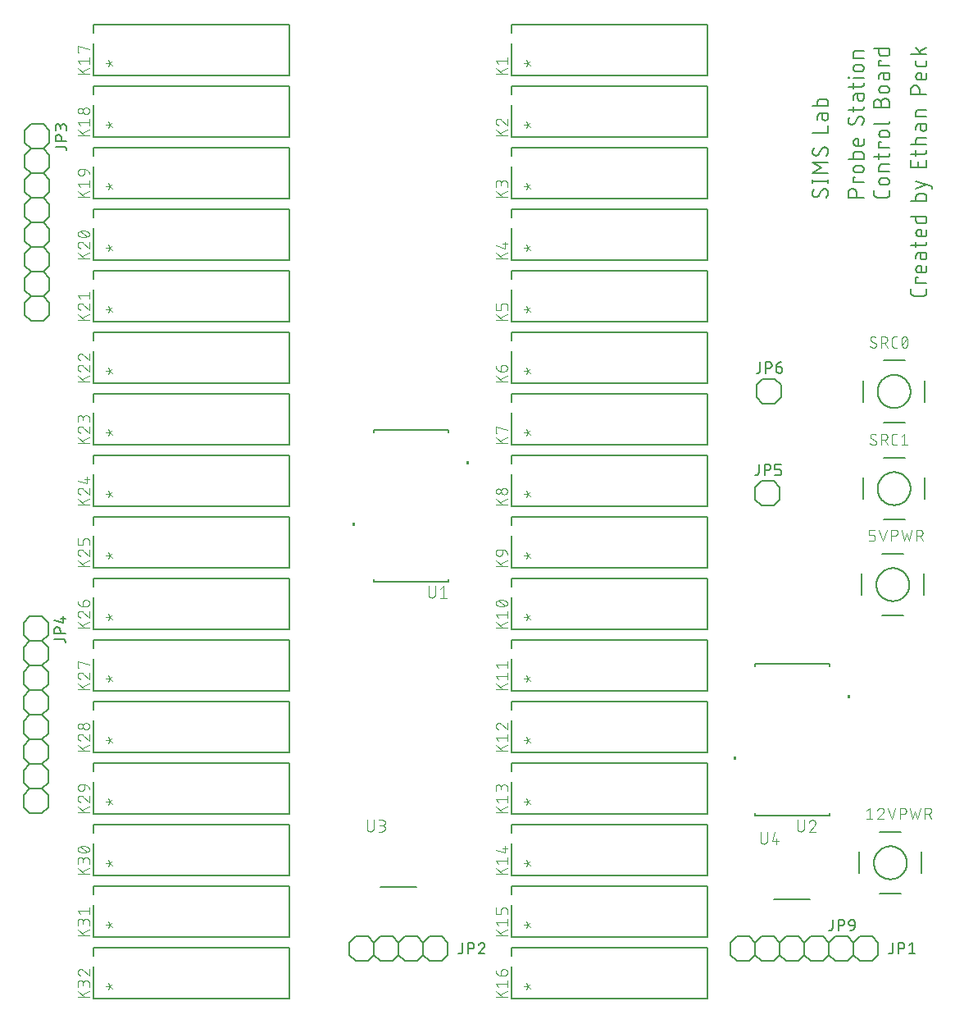
<source format=gbr>
G04 EAGLE Gerber RS-274X export*
G75*
%MOMM*%
%FSLAX34Y34*%
%LPD*%
%INSilkscreen Top*%
%IPPOS*%
%AMOC8*
5,1,8,0,0,1.08239X$1,22.5*%
G01*
%ADD10C,0.152400*%
%ADD11C,0.203200*%
%ADD12C,0.101600*%
%ADD13C,0.127000*%
%ADD14C,0.076200*%

G36*
X491944Y537720D02*
X491944Y537720D01*
X491946Y537719D01*
X491989Y537739D01*
X492033Y537757D01*
X492033Y537759D01*
X492035Y537760D01*
X492068Y537845D01*
X492068Y541655D01*
X492067Y541657D01*
X492068Y541659D01*
X492048Y541702D01*
X492030Y541746D01*
X492028Y541746D01*
X492027Y541748D01*
X491942Y541781D01*
X489402Y541781D01*
X489400Y541780D01*
X489398Y541781D01*
X489355Y541761D01*
X489311Y541743D01*
X489311Y541741D01*
X489309Y541740D01*
X489276Y541655D01*
X489276Y537845D01*
X489277Y537843D01*
X489276Y537841D01*
X489296Y537798D01*
X489314Y537754D01*
X489316Y537754D01*
X489317Y537752D01*
X489402Y537719D01*
X491942Y537719D01*
X491944Y537720D01*
G37*
G36*
X374200Y474220D02*
X374200Y474220D01*
X374202Y474219D01*
X374245Y474239D01*
X374289Y474257D01*
X374289Y474259D01*
X374291Y474260D01*
X374324Y474345D01*
X374324Y478155D01*
X374323Y478157D01*
X374324Y478159D01*
X374304Y478202D01*
X374286Y478246D01*
X374284Y478246D01*
X374283Y478248D01*
X374198Y478281D01*
X371658Y478281D01*
X371656Y478280D01*
X371654Y478281D01*
X371611Y478261D01*
X371567Y478243D01*
X371567Y478241D01*
X371565Y478240D01*
X371532Y478155D01*
X371532Y474345D01*
X371533Y474343D01*
X371532Y474341D01*
X371552Y474298D01*
X371570Y474254D01*
X371572Y474254D01*
X371573Y474252D01*
X371658Y474219D01*
X374198Y474219D01*
X374200Y474220D01*
G37*
G36*
X885644Y296420D02*
X885644Y296420D01*
X885646Y296419D01*
X885689Y296439D01*
X885733Y296457D01*
X885733Y296459D01*
X885735Y296460D01*
X885768Y296545D01*
X885768Y300355D01*
X885767Y300357D01*
X885768Y300359D01*
X885748Y300402D01*
X885730Y300446D01*
X885728Y300446D01*
X885727Y300448D01*
X885642Y300481D01*
X883102Y300481D01*
X883100Y300480D01*
X883098Y300481D01*
X883055Y300461D01*
X883011Y300443D01*
X883011Y300441D01*
X883009Y300440D01*
X882976Y300355D01*
X882976Y296545D01*
X882977Y296543D01*
X882976Y296541D01*
X882996Y296498D01*
X883014Y296454D01*
X883016Y296454D01*
X883017Y296452D01*
X883102Y296419D01*
X885642Y296419D01*
X885644Y296420D01*
G37*
G36*
X767900Y232920D02*
X767900Y232920D01*
X767902Y232919D01*
X767945Y232939D01*
X767989Y232957D01*
X767989Y232959D01*
X767991Y232960D01*
X768024Y233045D01*
X768024Y236855D01*
X768023Y236857D01*
X768024Y236859D01*
X768004Y236902D01*
X767986Y236946D01*
X767984Y236946D01*
X767983Y236948D01*
X767898Y236981D01*
X765358Y236981D01*
X765356Y236980D01*
X765354Y236981D01*
X765311Y236961D01*
X765267Y236943D01*
X765267Y236941D01*
X765265Y236940D01*
X765232Y236855D01*
X765232Y233045D01*
X765233Y233043D01*
X765232Y233041D01*
X765252Y232998D01*
X765270Y232954D01*
X765272Y232954D01*
X765273Y232952D01*
X765358Y232919D01*
X767898Y232919D01*
X767900Y232920D01*
G37*
D10*
X899668Y813562D02*
X883412Y813562D01*
X883412Y818078D01*
X883414Y818211D01*
X883420Y818343D01*
X883430Y818475D01*
X883443Y818607D01*
X883461Y818739D01*
X883482Y818869D01*
X883507Y819000D01*
X883536Y819129D01*
X883569Y819257D01*
X883605Y819385D01*
X883645Y819511D01*
X883689Y819636D01*
X883737Y819760D01*
X883788Y819882D01*
X883843Y820003D01*
X883901Y820122D01*
X883963Y820240D01*
X884028Y820355D01*
X884097Y820469D01*
X884168Y820580D01*
X884244Y820689D01*
X884322Y820796D01*
X884403Y820901D01*
X884488Y821003D01*
X884575Y821103D01*
X884665Y821200D01*
X884758Y821295D01*
X884854Y821386D01*
X884952Y821475D01*
X885053Y821561D01*
X885157Y821644D01*
X885263Y821724D01*
X885371Y821800D01*
X885481Y821874D01*
X885594Y821944D01*
X885708Y822011D01*
X885825Y822074D01*
X885943Y822134D01*
X886063Y822191D01*
X886185Y822244D01*
X886308Y822293D01*
X886432Y822339D01*
X886558Y822381D01*
X886685Y822419D01*
X886813Y822454D01*
X886942Y822485D01*
X887071Y822512D01*
X887202Y822535D01*
X887333Y822555D01*
X887465Y822570D01*
X887597Y822582D01*
X887729Y822590D01*
X887862Y822594D01*
X887994Y822594D01*
X888127Y822590D01*
X888259Y822582D01*
X888391Y822570D01*
X888523Y822555D01*
X888654Y822535D01*
X888785Y822512D01*
X888914Y822485D01*
X889043Y822454D01*
X889171Y822419D01*
X889298Y822381D01*
X889424Y822339D01*
X889548Y822293D01*
X889671Y822244D01*
X889793Y822191D01*
X889913Y822134D01*
X890031Y822074D01*
X890148Y822011D01*
X890262Y821944D01*
X890375Y821874D01*
X890485Y821800D01*
X890593Y821724D01*
X890699Y821644D01*
X890803Y821561D01*
X890904Y821475D01*
X891002Y821386D01*
X891098Y821295D01*
X891191Y821200D01*
X891281Y821103D01*
X891368Y821003D01*
X891453Y820901D01*
X891534Y820796D01*
X891612Y820689D01*
X891688Y820580D01*
X891759Y820469D01*
X891828Y820355D01*
X891893Y820240D01*
X891955Y820122D01*
X892013Y820003D01*
X892068Y819882D01*
X892119Y819760D01*
X892167Y819636D01*
X892211Y819511D01*
X892251Y819385D01*
X892287Y819257D01*
X892320Y819129D01*
X892349Y819000D01*
X892374Y818869D01*
X892395Y818739D01*
X892413Y818607D01*
X892426Y818475D01*
X892436Y818343D01*
X892442Y818211D01*
X892444Y818078D01*
X892443Y818078D02*
X892443Y813562D01*
X888831Y828928D02*
X899668Y828928D01*
X888831Y828928D02*
X888831Y834347D01*
X890637Y834347D01*
X892443Y839264D02*
X896056Y839264D01*
X892443Y839265D02*
X892324Y839267D01*
X892204Y839273D01*
X892085Y839283D01*
X891967Y839297D01*
X891848Y839314D01*
X891731Y839336D01*
X891614Y839361D01*
X891499Y839391D01*
X891384Y839424D01*
X891270Y839461D01*
X891158Y839501D01*
X891047Y839546D01*
X890938Y839594D01*
X890830Y839645D01*
X890724Y839700D01*
X890620Y839759D01*
X890518Y839821D01*
X890418Y839886D01*
X890320Y839955D01*
X890224Y840027D01*
X890131Y840102D01*
X890041Y840179D01*
X889953Y840260D01*
X889868Y840344D01*
X889786Y840431D01*
X889706Y840520D01*
X889630Y840612D01*
X889556Y840706D01*
X889486Y840803D01*
X889419Y840901D01*
X889355Y841002D01*
X889295Y841106D01*
X889238Y841211D01*
X889185Y841318D01*
X889135Y841426D01*
X889089Y841536D01*
X889047Y841648D01*
X889008Y841761D01*
X888973Y841875D01*
X888942Y841990D01*
X888914Y842107D01*
X888891Y842224D01*
X888871Y842341D01*
X888855Y842460D01*
X888843Y842579D01*
X888835Y842698D01*
X888831Y842817D01*
X888831Y842937D01*
X888835Y843056D01*
X888843Y843175D01*
X888855Y843294D01*
X888871Y843413D01*
X888891Y843530D01*
X888914Y843647D01*
X888942Y843764D01*
X888973Y843879D01*
X889008Y843993D01*
X889047Y844106D01*
X889089Y844218D01*
X889135Y844328D01*
X889185Y844436D01*
X889238Y844543D01*
X889295Y844648D01*
X889355Y844752D01*
X889419Y844853D01*
X889486Y844951D01*
X889556Y845048D01*
X889630Y845142D01*
X889706Y845234D01*
X889786Y845323D01*
X889868Y845410D01*
X889953Y845494D01*
X890041Y845575D01*
X890131Y845652D01*
X890224Y845727D01*
X890320Y845799D01*
X890418Y845868D01*
X890518Y845933D01*
X890620Y845995D01*
X890724Y846054D01*
X890830Y846109D01*
X890938Y846160D01*
X891047Y846208D01*
X891158Y846253D01*
X891270Y846293D01*
X891384Y846330D01*
X891499Y846363D01*
X891614Y846393D01*
X891731Y846418D01*
X891848Y846440D01*
X891967Y846457D01*
X892085Y846471D01*
X892204Y846481D01*
X892324Y846487D01*
X892443Y846489D01*
X896056Y846489D01*
X896175Y846487D01*
X896295Y846481D01*
X896414Y846471D01*
X896532Y846457D01*
X896651Y846440D01*
X896768Y846418D01*
X896885Y846393D01*
X897000Y846363D01*
X897115Y846330D01*
X897229Y846293D01*
X897341Y846253D01*
X897452Y846208D01*
X897561Y846160D01*
X897669Y846109D01*
X897775Y846054D01*
X897879Y845995D01*
X897981Y845933D01*
X898081Y845868D01*
X898179Y845799D01*
X898275Y845727D01*
X898368Y845652D01*
X898458Y845575D01*
X898546Y845494D01*
X898631Y845410D01*
X898713Y845323D01*
X898793Y845234D01*
X898869Y845142D01*
X898943Y845048D01*
X899013Y844951D01*
X899080Y844853D01*
X899144Y844752D01*
X899204Y844648D01*
X899261Y844543D01*
X899314Y844436D01*
X899364Y844328D01*
X899410Y844218D01*
X899452Y844106D01*
X899491Y843993D01*
X899526Y843879D01*
X899557Y843764D01*
X899585Y843647D01*
X899608Y843530D01*
X899628Y843413D01*
X899644Y843294D01*
X899656Y843175D01*
X899664Y843056D01*
X899668Y842937D01*
X899668Y842817D01*
X899664Y842698D01*
X899656Y842579D01*
X899644Y842460D01*
X899628Y842341D01*
X899608Y842224D01*
X899585Y842107D01*
X899557Y841990D01*
X899526Y841875D01*
X899491Y841761D01*
X899452Y841648D01*
X899410Y841536D01*
X899364Y841426D01*
X899314Y841318D01*
X899261Y841211D01*
X899204Y841106D01*
X899144Y841002D01*
X899080Y840901D01*
X899013Y840803D01*
X898943Y840706D01*
X898869Y840612D01*
X898793Y840520D01*
X898713Y840431D01*
X898631Y840344D01*
X898546Y840260D01*
X898458Y840179D01*
X898368Y840102D01*
X898275Y840027D01*
X898179Y839955D01*
X898081Y839886D01*
X897981Y839821D01*
X897879Y839759D01*
X897775Y839700D01*
X897669Y839645D01*
X897561Y839594D01*
X897452Y839546D01*
X897341Y839501D01*
X897229Y839461D01*
X897115Y839424D01*
X897000Y839391D01*
X896885Y839361D01*
X896768Y839336D01*
X896651Y839314D01*
X896532Y839297D01*
X896414Y839283D01*
X896295Y839273D01*
X896175Y839267D01*
X896056Y839265D01*
X899668Y853405D02*
X883412Y853405D01*
X899668Y853405D02*
X899668Y857921D01*
X899666Y858022D01*
X899660Y858123D01*
X899651Y858224D01*
X899638Y858325D01*
X899621Y858425D01*
X899600Y858524D01*
X899576Y858622D01*
X899548Y858719D01*
X899516Y858816D01*
X899481Y858911D01*
X899442Y859004D01*
X899400Y859096D01*
X899354Y859187D01*
X899305Y859276D01*
X899253Y859362D01*
X899197Y859447D01*
X899139Y859530D01*
X899077Y859610D01*
X899012Y859688D01*
X898945Y859764D01*
X898875Y859837D01*
X898802Y859907D01*
X898726Y859974D01*
X898648Y860039D01*
X898568Y860101D01*
X898485Y860159D01*
X898400Y860215D01*
X898314Y860267D01*
X898225Y860316D01*
X898134Y860362D01*
X898042Y860404D01*
X897949Y860443D01*
X897854Y860478D01*
X897757Y860510D01*
X897660Y860538D01*
X897562Y860562D01*
X897463Y860583D01*
X897363Y860600D01*
X897262Y860613D01*
X897161Y860622D01*
X897060Y860628D01*
X896959Y860630D01*
X891540Y860630D01*
X891439Y860628D01*
X891338Y860622D01*
X891237Y860613D01*
X891136Y860600D01*
X891036Y860583D01*
X890937Y860562D01*
X890839Y860538D01*
X890742Y860510D01*
X890645Y860478D01*
X890550Y860443D01*
X890457Y860404D01*
X890365Y860362D01*
X890274Y860316D01*
X890186Y860267D01*
X890099Y860215D01*
X890014Y860159D01*
X889931Y860101D01*
X889851Y860039D01*
X889773Y859974D01*
X889697Y859907D01*
X889624Y859837D01*
X889554Y859764D01*
X889487Y859688D01*
X889422Y859610D01*
X889360Y859530D01*
X889302Y859447D01*
X889246Y859362D01*
X889194Y859276D01*
X889145Y859187D01*
X889099Y859096D01*
X889057Y859004D01*
X889018Y858911D01*
X888983Y858816D01*
X888951Y858719D01*
X888923Y858622D01*
X888899Y858524D01*
X888878Y858425D01*
X888861Y858325D01*
X888848Y858224D01*
X888839Y858123D01*
X888833Y858022D01*
X888831Y857921D01*
X888831Y853405D01*
X899668Y869589D02*
X899668Y874104D01*
X899668Y869589D02*
X899666Y869488D01*
X899660Y869387D01*
X899651Y869286D01*
X899638Y869185D01*
X899621Y869085D01*
X899600Y868986D01*
X899576Y868888D01*
X899548Y868791D01*
X899516Y868694D01*
X899481Y868599D01*
X899442Y868506D01*
X899400Y868414D01*
X899354Y868323D01*
X899305Y868235D01*
X899253Y868148D01*
X899197Y868063D01*
X899139Y867980D01*
X899077Y867900D01*
X899012Y867822D01*
X898945Y867746D01*
X898875Y867673D01*
X898802Y867603D01*
X898726Y867536D01*
X898648Y867471D01*
X898568Y867409D01*
X898485Y867351D01*
X898400Y867295D01*
X898314Y867243D01*
X898225Y867194D01*
X898134Y867148D01*
X898042Y867106D01*
X897949Y867067D01*
X897854Y867032D01*
X897757Y867000D01*
X897660Y866972D01*
X897562Y866948D01*
X897463Y866927D01*
X897363Y866910D01*
X897262Y866897D01*
X897161Y866888D01*
X897060Y866882D01*
X896959Y866880D01*
X896959Y866879D02*
X892443Y866879D01*
X892443Y866880D02*
X892324Y866882D01*
X892204Y866888D01*
X892085Y866898D01*
X891967Y866912D01*
X891848Y866929D01*
X891731Y866951D01*
X891614Y866976D01*
X891499Y867006D01*
X891384Y867039D01*
X891270Y867076D01*
X891158Y867116D01*
X891047Y867161D01*
X890938Y867209D01*
X890830Y867260D01*
X890724Y867315D01*
X890620Y867374D01*
X890518Y867436D01*
X890418Y867501D01*
X890320Y867570D01*
X890224Y867642D01*
X890131Y867717D01*
X890041Y867794D01*
X889953Y867875D01*
X889868Y867959D01*
X889786Y868046D01*
X889706Y868135D01*
X889630Y868227D01*
X889556Y868321D01*
X889486Y868418D01*
X889419Y868516D01*
X889355Y868617D01*
X889295Y868721D01*
X889238Y868826D01*
X889185Y868933D01*
X889135Y869041D01*
X889089Y869151D01*
X889047Y869263D01*
X889008Y869376D01*
X888973Y869490D01*
X888942Y869605D01*
X888914Y869722D01*
X888891Y869839D01*
X888871Y869956D01*
X888855Y870075D01*
X888843Y870194D01*
X888835Y870313D01*
X888831Y870432D01*
X888831Y870552D01*
X888835Y870671D01*
X888843Y870790D01*
X888855Y870909D01*
X888871Y871028D01*
X888891Y871145D01*
X888914Y871262D01*
X888942Y871379D01*
X888973Y871494D01*
X889008Y871608D01*
X889047Y871721D01*
X889089Y871833D01*
X889135Y871943D01*
X889185Y872051D01*
X889238Y872158D01*
X889295Y872263D01*
X889355Y872367D01*
X889419Y872468D01*
X889486Y872566D01*
X889556Y872663D01*
X889630Y872757D01*
X889706Y872849D01*
X889786Y872938D01*
X889868Y873025D01*
X889953Y873109D01*
X890041Y873190D01*
X890131Y873267D01*
X890224Y873342D01*
X890320Y873414D01*
X890418Y873483D01*
X890518Y873548D01*
X890620Y873610D01*
X890724Y873669D01*
X890830Y873724D01*
X890938Y873775D01*
X891047Y873823D01*
X891158Y873868D01*
X891270Y873908D01*
X891384Y873945D01*
X891499Y873978D01*
X891614Y874008D01*
X891731Y874033D01*
X891848Y874055D01*
X891967Y874072D01*
X892085Y874086D01*
X892204Y874096D01*
X892324Y874102D01*
X892443Y874104D01*
X894249Y874104D01*
X894249Y866879D01*
X899668Y893800D02*
X899666Y893918D01*
X899660Y894036D01*
X899651Y894154D01*
X899637Y894271D01*
X899620Y894388D01*
X899599Y894505D01*
X899574Y894620D01*
X899545Y894735D01*
X899512Y894849D01*
X899476Y894961D01*
X899436Y895072D01*
X899393Y895182D01*
X899346Y895291D01*
X899296Y895398D01*
X899241Y895503D01*
X899184Y895606D01*
X899123Y895707D01*
X899059Y895807D01*
X898992Y895904D01*
X898922Y895999D01*
X898848Y896091D01*
X898772Y896182D01*
X898692Y896269D01*
X898610Y896354D01*
X898525Y896436D01*
X898438Y896516D01*
X898347Y896592D01*
X898255Y896666D01*
X898160Y896736D01*
X898063Y896803D01*
X897963Y896867D01*
X897862Y896928D01*
X897759Y896985D01*
X897654Y897040D01*
X897547Y897090D01*
X897438Y897137D01*
X897328Y897180D01*
X897217Y897220D01*
X897105Y897256D01*
X896991Y897289D01*
X896876Y897318D01*
X896761Y897343D01*
X896644Y897364D01*
X896527Y897381D01*
X896410Y897395D01*
X896292Y897404D01*
X896174Y897410D01*
X896056Y897412D01*
X899668Y893800D02*
X899666Y893617D01*
X899659Y893435D01*
X899648Y893253D01*
X899633Y893071D01*
X899613Y892889D01*
X899590Y892708D01*
X899561Y892528D01*
X899529Y892348D01*
X899492Y892169D01*
X899451Y891992D01*
X899405Y891815D01*
X899356Y891639D01*
X899302Y891465D01*
X899244Y891291D01*
X899182Y891120D01*
X899116Y890950D01*
X899045Y890781D01*
X898971Y890614D01*
X898893Y890449D01*
X898811Y890286D01*
X898725Y890125D01*
X898635Y889966D01*
X898541Y889809D01*
X898444Y889655D01*
X898343Y889503D01*
X898238Y889353D01*
X898130Y889206D01*
X898019Y889062D01*
X897904Y888920D01*
X897785Y888781D01*
X897663Y888645D01*
X897538Y888512D01*
X897410Y888382D01*
X887024Y888833D02*
X886906Y888835D01*
X886788Y888841D01*
X886670Y888850D01*
X886553Y888864D01*
X886436Y888881D01*
X886319Y888902D01*
X886204Y888927D01*
X886089Y888956D01*
X885975Y888989D01*
X885863Y889025D01*
X885752Y889065D01*
X885642Y889108D01*
X885533Y889155D01*
X885426Y889205D01*
X885321Y889260D01*
X885218Y889317D01*
X885117Y889378D01*
X885017Y889442D01*
X884920Y889509D01*
X884825Y889579D01*
X884733Y889653D01*
X884642Y889729D01*
X884555Y889809D01*
X884470Y889891D01*
X884388Y889976D01*
X884308Y890063D01*
X884232Y890154D01*
X884158Y890246D01*
X884088Y890341D01*
X884021Y890438D01*
X883957Y890538D01*
X883896Y890639D01*
X883839Y890742D01*
X883784Y890847D01*
X883734Y890954D01*
X883687Y891063D01*
X883644Y891173D01*
X883604Y891284D01*
X883568Y891396D01*
X883535Y891510D01*
X883506Y891625D01*
X883481Y891740D01*
X883460Y891857D01*
X883443Y891974D01*
X883429Y892091D01*
X883420Y892209D01*
X883414Y892327D01*
X883412Y892445D01*
X883414Y892606D01*
X883420Y892768D01*
X883429Y892929D01*
X883443Y893090D01*
X883460Y893250D01*
X883481Y893410D01*
X883506Y893570D01*
X883535Y893729D01*
X883567Y893887D01*
X883603Y894044D01*
X883643Y894200D01*
X883687Y894356D01*
X883735Y894510D01*
X883786Y894663D01*
X883840Y894815D01*
X883899Y894966D01*
X883960Y895115D01*
X884026Y895262D01*
X884095Y895408D01*
X884167Y895553D01*
X884243Y895695D01*
X884322Y895836D01*
X884404Y895975D01*
X884490Y896111D01*
X884579Y896246D01*
X884671Y896379D01*
X884767Y896509D01*
X890185Y890638D02*
X890123Y890537D01*
X890058Y890437D01*
X889989Y890340D01*
X889917Y890245D01*
X889843Y890152D01*
X889765Y890062D01*
X889684Y889974D01*
X889601Y889889D01*
X889515Y889807D01*
X889426Y889728D01*
X889335Y889651D01*
X889241Y889578D01*
X889145Y889507D01*
X889047Y889440D01*
X888947Y889376D01*
X888844Y889315D01*
X888740Y889258D01*
X888634Y889204D01*
X888526Y889154D01*
X888417Y889107D01*
X888306Y889063D01*
X888194Y889023D01*
X888080Y888987D01*
X887966Y888955D01*
X887850Y888926D01*
X887734Y888901D01*
X887617Y888880D01*
X887499Y888863D01*
X887381Y888849D01*
X887262Y888840D01*
X887143Y888834D01*
X887024Y888832D01*
X892895Y895606D02*
X892957Y895707D01*
X893022Y895807D01*
X893091Y895904D01*
X893163Y895999D01*
X893237Y896092D01*
X893315Y896182D01*
X893396Y896270D01*
X893479Y896355D01*
X893565Y896437D01*
X893654Y896516D01*
X893745Y896593D01*
X893839Y896666D01*
X893935Y896737D01*
X894033Y896804D01*
X894133Y896868D01*
X894236Y896929D01*
X894340Y896986D01*
X894446Y897040D01*
X894554Y897090D01*
X894663Y897137D01*
X894774Y897181D01*
X894886Y897221D01*
X895000Y897257D01*
X895114Y897289D01*
X895230Y897318D01*
X895346Y897343D01*
X895463Y897364D01*
X895581Y897381D01*
X895699Y897395D01*
X895818Y897404D01*
X895937Y897410D01*
X896056Y897412D01*
X892895Y895606D02*
X890185Y890639D01*
X888831Y902055D02*
X888831Y907473D01*
X883412Y903861D02*
X896959Y903861D01*
X897060Y903863D01*
X897161Y903869D01*
X897262Y903878D01*
X897363Y903891D01*
X897463Y903908D01*
X897562Y903929D01*
X897660Y903953D01*
X897757Y903981D01*
X897854Y904013D01*
X897949Y904048D01*
X898042Y904087D01*
X898134Y904129D01*
X898225Y904175D01*
X898314Y904224D01*
X898400Y904276D01*
X898485Y904332D01*
X898568Y904390D01*
X898648Y904452D01*
X898726Y904517D01*
X898802Y904584D01*
X898875Y904654D01*
X898945Y904727D01*
X899012Y904803D01*
X899077Y904881D01*
X899139Y904961D01*
X899197Y905044D01*
X899253Y905129D01*
X899305Y905216D01*
X899354Y905304D01*
X899400Y905395D01*
X899442Y905487D01*
X899481Y905580D01*
X899516Y905675D01*
X899548Y905772D01*
X899576Y905869D01*
X899600Y905967D01*
X899621Y906066D01*
X899638Y906166D01*
X899651Y906267D01*
X899660Y906368D01*
X899666Y906469D01*
X899668Y906570D01*
X899668Y907473D01*
X893346Y916339D02*
X893346Y920403D01*
X893346Y916339D02*
X893348Y916227D01*
X893354Y916116D01*
X893364Y916005D01*
X893377Y915894D01*
X893395Y915784D01*
X893417Y915675D01*
X893442Y915566D01*
X893471Y915458D01*
X893504Y915352D01*
X893541Y915246D01*
X893581Y915142D01*
X893625Y915040D01*
X893673Y914939D01*
X893724Y914840D01*
X893779Y914742D01*
X893837Y914647D01*
X893898Y914554D01*
X893963Y914463D01*
X894031Y914374D01*
X894102Y914288D01*
X894175Y914205D01*
X894252Y914124D01*
X894332Y914045D01*
X894414Y913970D01*
X894499Y913898D01*
X894586Y913828D01*
X894676Y913762D01*
X894768Y913699D01*
X894863Y913639D01*
X894959Y913583D01*
X895057Y913530D01*
X895157Y913481D01*
X895259Y913435D01*
X895362Y913393D01*
X895467Y913354D01*
X895573Y913319D01*
X895680Y913288D01*
X895788Y913261D01*
X895897Y913237D01*
X896007Y913218D01*
X896117Y913202D01*
X896228Y913190D01*
X896340Y913182D01*
X896451Y913178D01*
X896563Y913178D01*
X896674Y913182D01*
X896786Y913190D01*
X896897Y913202D01*
X897007Y913218D01*
X897117Y913237D01*
X897226Y913261D01*
X897334Y913288D01*
X897441Y913319D01*
X897547Y913354D01*
X897652Y913393D01*
X897755Y913435D01*
X897857Y913481D01*
X897957Y913530D01*
X898055Y913583D01*
X898151Y913639D01*
X898246Y913699D01*
X898338Y913762D01*
X898428Y913828D01*
X898515Y913898D01*
X898600Y913970D01*
X898682Y914045D01*
X898762Y914124D01*
X898839Y914205D01*
X898912Y914288D01*
X898983Y914374D01*
X899051Y914463D01*
X899116Y914554D01*
X899177Y914647D01*
X899235Y914742D01*
X899290Y914840D01*
X899341Y914939D01*
X899389Y915040D01*
X899433Y915142D01*
X899473Y915246D01*
X899510Y915352D01*
X899543Y915458D01*
X899572Y915566D01*
X899597Y915675D01*
X899619Y915784D01*
X899637Y915894D01*
X899650Y916005D01*
X899660Y916116D01*
X899666Y916227D01*
X899668Y916339D01*
X899668Y920403D01*
X891540Y920403D01*
X891439Y920401D01*
X891338Y920395D01*
X891237Y920386D01*
X891136Y920373D01*
X891036Y920356D01*
X890937Y920335D01*
X890839Y920311D01*
X890742Y920283D01*
X890645Y920251D01*
X890550Y920216D01*
X890457Y920177D01*
X890365Y920135D01*
X890274Y920089D01*
X890186Y920040D01*
X890099Y919988D01*
X890014Y919932D01*
X889931Y919874D01*
X889851Y919812D01*
X889773Y919747D01*
X889697Y919680D01*
X889624Y919610D01*
X889554Y919537D01*
X889487Y919461D01*
X889422Y919383D01*
X889360Y919303D01*
X889302Y919220D01*
X889246Y919135D01*
X889194Y919049D01*
X889145Y918960D01*
X889099Y918869D01*
X889057Y918777D01*
X889018Y918684D01*
X888983Y918589D01*
X888951Y918492D01*
X888923Y918395D01*
X888899Y918297D01*
X888878Y918198D01*
X888861Y918098D01*
X888848Y917997D01*
X888839Y917896D01*
X888833Y917795D01*
X888831Y917694D01*
X888831Y914082D01*
X888831Y926023D02*
X888831Y931441D01*
X883412Y927829D02*
X896959Y927829D01*
X897060Y927831D01*
X897161Y927837D01*
X897262Y927846D01*
X897363Y927859D01*
X897463Y927876D01*
X897562Y927897D01*
X897660Y927921D01*
X897757Y927949D01*
X897854Y927981D01*
X897949Y928016D01*
X898042Y928055D01*
X898134Y928097D01*
X898225Y928143D01*
X898314Y928192D01*
X898400Y928244D01*
X898485Y928300D01*
X898568Y928358D01*
X898648Y928420D01*
X898726Y928485D01*
X898802Y928552D01*
X898875Y928622D01*
X898945Y928695D01*
X899012Y928771D01*
X899077Y928849D01*
X899139Y928929D01*
X899197Y929012D01*
X899253Y929097D01*
X899305Y929184D01*
X899354Y929272D01*
X899400Y929363D01*
X899442Y929455D01*
X899481Y929548D01*
X899516Y929643D01*
X899548Y929740D01*
X899576Y929837D01*
X899600Y929935D01*
X899621Y930034D01*
X899638Y930134D01*
X899651Y930235D01*
X899660Y930336D01*
X899666Y930437D01*
X899668Y930538D01*
X899668Y931441D01*
X899668Y937185D02*
X888831Y937185D01*
X884315Y936733D02*
X883412Y936733D01*
X883412Y937636D01*
X884315Y937636D01*
X884315Y936733D01*
X892443Y943472D02*
X896056Y943472D01*
X892443Y943473D02*
X892324Y943475D01*
X892204Y943481D01*
X892085Y943491D01*
X891967Y943505D01*
X891848Y943522D01*
X891731Y943544D01*
X891614Y943569D01*
X891499Y943599D01*
X891384Y943632D01*
X891270Y943669D01*
X891158Y943709D01*
X891047Y943754D01*
X890938Y943802D01*
X890830Y943853D01*
X890724Y943908D01*
X890620Y943967D01*
X890518Y944029D01*
X890418Y944094D01*
X890320Y944163D01*
X890224Y944235D01*
X890131Y944310D01*
X890041Y944387D01*
X889953Y944468D01*
X889868Y944552D01*
X889786Y944639D01*
X889706Y944728D01*
X889630Y944820D01*
X889556Y944914D01*
X889486Y945011D01*
X889419Y945109D01*
X889355Y945210D01*
X889295Y945314D01*
X889238Y945419D01*
X889185Y945526D01*
X889135Y945634D01*
X889089Y945744D01*
X889047Y945856D01*
X889008Y945969D01*
X888973Y946083D01*
X888942Y946198D01*
X888914Y946315D01*
X888891Y946432D01*
X888871Y946549D01*
X888855Y946668D01*
X888843Y946787D01*
X888835Y946906D01*
X888831Y947025D01*
X888831Y947145D01*
X888835Y947264D01*
X888843Y947383D01*
X888855Y947502D01*
X888871Y947621D01*
X888891Y947738D01*
X888914Y947855D01*
X888942Y947972D01*
X888973Y948087D01*
X889008Y948201D01*
X889047Y948314D01*
X889089Y948426D01*
X889135Y948536D01*
X889185Y948644D01*
X889238Y948751D01*
X889295Y948856D01*
X889355Y948960D01*
X889419Y949061D01*
X889486Y949159D01*
X889556Y949256D01*
X889630Y949350D01*
X889706Y949442D01*
X889786Y949531D01*
X889868Y949618D01*
X889953Y949702D01*
X890041Y949783D01*
X890131Y949860D01*
X890224Y949935D01*
X890320Y950007D01*
X890418Y950076D01*
X890518Y950141D01*
X890620Y950203D01*
X890724Y950262D01*
X890830Y950317D01*
X890938Y950368D01*
X891047Y950416D01*
X891158Y950461D01*
X891270Y950501D01*
X891384Y950538D01*
X891499Y950571D01*
X891614Y950601D01*
X891731Y950626D01*
X891848Y950648D01*
X891967Y950665D01*
X892085Y950679D01*
X892204Y950689D01*
X892324Y950695D01*
X892443Y950697D01*
X896056Y950697D01*
X896175Y950695D01*
X896295Y950689D01*
X896414Y950679D01*
X896532Y950665D01*
X896651Y950648D01*
X896768Y950626D01*
X896885Y950601D01*
X897000Y950571D01*
X897115Y950538D01*
X897229Y950501D01*
X897341Y950461D01*
X897452Y950416D01*
X897561Y950368D01*
X897669Y950317D01*
X897775Y950262D01*
X897879Y950203D01*
X897981Y950141D01*
X898081Y950076D01*
X898179Y950007D01*
X898275Y949935D01*
X898368Y949860D01*
X898458Y949783D01*
X898546Y949702D01*
X898631Y949618D01*
X898713Y949531D01*
X898793Y949442D01*
X898869Y949350D01*
X898943Y949256D01*
X899013Y949159D01*
X899080Y949061D01*
X899144Y948960D01*
X899204Y948856D01*
X899261Y948751D01*
X899314Y948644D01*
X899364Y948536D01*
X899410Y948426D01*
X899452Y948314D01*
X899491Y948201D01*
X899526Y948087D01*
X899557Y947972D01*
X899585Y947855D01*
X899608Y947738D01*
X899628Y947621D01*
X899644Y947502D01*
X899656Y947383D01*
X899664Y947264D01*
X899668Y947145D01*
X899668Y947025D01*
X899664Y946906D01*
X899656Y946787D01*
X899644Y946668D01*
X899628Y946549D01*
X899608Y946432D01*
X899585Y946315D01*
X899557Y946198D01*
X899526Y946083D01*
X899491Y945969D01*
X899452Y945856D01*
X899410Y945744D01*
X899364Y945634D01*
X899314Y945526D01*
X899261Y945419D01*
X899204Y945314D01*
X899144Y945210D01*
X899080Y945109D01*
X899013Y945011D01*
X898943Y944914D01*
X898869Y944820D01*
X898793Y944728D01*
X898713Y944639D01*
X898631Y944552D01*
X898546Y944468D01*
X898458Y944387D01*
X898368Y944310D01*
X898275Y944235D01*
X898179Y944163D01*
X898081Y944094D01*
X897981Y944029D01*
X897879Y943967D01*
X897775Y943908D01*
X897669Y943853D01*
X897561Y943802D01*
X897452Y943754D01*
X897341Y943709D01*
X897229Y943669D01*
X897115Y943632D01*
X897000Y943599D01*
X896885Y943569D01*
X896768Y943544D01*
X896651Y943522D01*
X896532Y943505D01*
X896414Y943491D01*
X896295Y943481D01*
X896175Y943475D01*
X896056Y943473D01*
X899668Y957540D02*
X888831Y957540D01*
X888831Y962056D01*
X888833Y962160D01*
X888839Y962263D01*
X888849Y962367D01*
X888863Y962470D01*
X888881Y962572D01*
X888902Y962673D01*
X888928Y962774D01*
X888957Y962873D01*
X888990Y962972D01*
X889027Y963069D01*
X889068Y963164D01*
X889112Y963258D01*
X889160Y963350D01*
X889211Y963440D01*
X889266Y963529D01*
X889324Y963615D01*
X889386Y963698D01*
X889450Y963780D01*
X889518Y963858D01*
X889588Y963934D01*
X889661Y964008D01*
X889738Y964078D01*
X889816Y964146D01*
X889898Y964210D01*
X889981Y964272D01*
X890067Y964330D01*
X890156Y964385D01*
X890246Y964436D01*
X890338Y964484D01*
X890432Y964528D01*
X890527Y964569D01*
X890624Y964606D01*
X890723Y964639D01*
X890822Y964668D01*
X890923Y964694D01*
X891024Y964715D01*
X891126Y964733D01*
X891229Y964747D01*
X891333Y964757D01*
X891436Y964763D01*
X891540Y964765D01*
X899668Y964765D01*
X926338Y820787D02*
X926338Y817174D01*
X926336Y817056D01*
X926330Y816938D01*
X926321Y816820D01*
X926307Y816703D01*
X926290Y816586D01*
X926269Y816469D01*
X926244Y816354D01*
X926215Y816239D01*
X926182Y816125D01*
X926146Y816013D01*
X926106Y815902D01*
X926063Y815792D01*
X926016Y815683D01*
X925966Y815576D01*
X925911Y815471D01*
X925854Y815368D01*
X925793Y815267D01*
X925729Y815167D01*
X925662Y815070D01*
X925592Y814975D01*
X925518Y814883D01*
X925442Y814792D01*
X925362Y814705D01*
X925280Y814620D01*
X925195Y814538D01*
X925108Y814458D01*
X925017Y814382D01*
X924925Y814308D01*
X924830Y814238D01*
X924733Y814171D01*
X924633Y814107D01*
X924532Y814046D01*
X924429Y813989D01*
X924324Y813934D01*
X924217Y813884D01*
X924108Y813837D01*
X923998Y813794D01*
X923887Y813754D01*
X923775Y813718D01*
X923661Y813685D01*
X923546Y813656D01*
X923431Y813631D01*
X923314Y813610D01*
X923197Y813593D01*
X923080Y813579D01*
X922962Y813570D01*
X922844Y813564D01*
X922726Y813562D01*
X913694Y813562D01*
X913576Y813564D01*
X913458Y813570D01*
X913340Y813579D01*
X913222Y813593D01*
X913105Y813610D01*
X912989Y813631D01*
X912874Y813656D01*
X912759Y813685D01*
X912645Y813718D01*
X912533Y813754D01*
X912421Y813794D01*
X912311Y813837D01*
X912203Y813884D01*
X912096Y813935D01*
X911991Y813989D01*
X911888Y814046D01*
X911786Y814107D01*
X911687Y814171D01*
X911590Y814238D01*
X911495Y814309D01*
X911402Y814382D01*
X911312Y814459D01*
X911224Y814538D01*
X911139Y814620D01*
X911057Y814705D01*
X910978Y814793D01*
X910901Y814883D01*
X910828Y814976D01*
X910757Y815070D01*
X910690Y815168D01*
X910626Y815267D01*
X910565Y815368D01*
X910508Y815472D01*
X910454Y815577D01*
X910403Y815684D01*
X910356Y815792D01*
X910313Y815902D01*
X910273Y816014D01*
X910237Y816126D01*
X910204Y816240D01*
X910175Y816355D01*
X910150Y816470D01*
X910129Y816586D01*
X910112Y816703D01*
X910098Y816821D01*
X910089Y816939D01*
X910083Y817057D01*
X910081Y817175D01*
X910082Y817174D02*
X910082Y820787D01*
X919113Y826489D02*
X922726Y826489D01*
X919113Y826489D02*
X918994Y826491D01*
X918874Y826497D01*
X918755Y826507D01*
X918637Y826521D01*
X918518Y826538D01*
X918401Y826560D01*
X918284Y826585D01*
X918169Y826615D01*
X918054Y826648D01*
X917940Y826685D01*
X917828Y826725D01*
X917717Y826770D01*
X917608Y826818D01*
X917500Y826869D01*
X917394Y826924D01*
X917290Y826983D01*
X917188Y827045D01*
X917088Y827110D01*
X916990Y827179D01*
X916894Y827251D01*
X916801Y827326D01*
X916711Y827403D01*
X916623Y827484D01*
X916538Y827568D01*
X916456Y827655D01*
X916376Y827744D01*
X916300Y827836D01*
X916226Y827930D01*
X916156Y828027D01*
X916089Y828125D01*
X916025Y828226D01*
X915965Y828330D01*
X915908Y828435D01*
X915855Y828542D01*
X915805Y828650D01*
X915759Y828760D01*
X915717Y828872D01*
X915678Y828985D01*
X915643Y829099D01*
X915612Y829214D01*
X915584Y829331D01*
X915561Y829448D01*
X915541Y829565D01*
X915525Y829684D01*
X915513Y829803D01*
X915505Y829922D01*
X915501Y830041D01*
X915501Y830161D01*
X915505Y830280D01*
X915513Y830399D01*
X915525Y830518D01*
X915541Y830637D01*
X915561Y830754D01*
X915584Y830871D01*
X915612Y830988D01*
X915643Y831103D01*
X915678Y831217D01*
X915717Y831330D01*
X915759Y831442D01*
X915805Y831552D01*
X915855Y831660D01*
X915908Y831767D01*
X915965Y831872D01*
X916025Y831976D01*
X916089Y832077D01*
X916156Y832175D01*
X916226Y832272D01*
X916300Y832366D01*
X916376Y832458D01*
X916456Y832547D01*
X916538Y832634D01*
X916623Y832718D01*
X916711Y832799D01*
X916801Y832876D01*
X916894Y832951D01*
X916990Y833023D01*
X917088Y833092D01*
X917188Y833157D01*
X917290Y833219D01*
X917394Y833278D01*
X917500Y833333D01*
X917608Y833384D01*
X917717Y833432D01*
X917828Y833477D01*
X917940Y833517D01*
X918054Y833554D01*
X918169Y833587D01*
X918284Y833617D01*
X918401Y833642D01*
X918518Y833664D01*
X918637Y833681D01*
X918755Y833695D01*
X918874Y833705D01*
X918994Y833711D01*
X919113Y833713D01*
X922726Y833713D01*
X922845Y833711D01*
X922965Y833705D01*
X923084Y833695D01*
X923202Y833681D01*
X923321Y833664D01*
X923438Y833642D01*
X923555Y833617D01*
X923670Y833587D01*
X923785Y833554D01*
X923899Y833517D01*
X924011Y833477D01*
X924122Y833432D01*
X924231Y833384D01*
X924339Y833333D01*
X924445Y833278D01*
X924549Y833219D01*
X924651Y833157D01*
X924751Y833092D01*
X924849Y833023D01*
X924945Y832951D01*
X925038Y832876D01*
X925128Y832799D01*
X925216Y832718D01*
X925301Y832634D01*
X925383Y832547D01*
X925463Y832458D01*
X925539Y832366D01*
X925613Y832272D01*
X925683Y832175D01*
X925750Y832077D01*
X925814Y831976D01*
X925874Y831872D01*
X925931Y831767D01*
X925984Y831660D01*
X926034Y831552D01*
X926080Y831442D01*
X926122Y831330D01*
X926161Y831217D01*
X926196Y831103D01*
X926227Y830988D01*
X926255Y830871D01*
X926278Y830754D01*
X926298Y830637D01*
X926314Y830518D01*
X926326Y830399D01*
X926334Y830280D01*
X926338Y830161D01*
X926338Y830041D01*
X926334Y829922D01*
X926326Y829803D01*
X926314Y829684D01*
X926298Y829565D01*
X926278Y829448D01*
X926255Y829331D01*
X926227Y829214D01*
X926196Y829099D01*
X926161Y828985D01*
X926122Y828872D01*
X926080Y828760D01*
X926034Y828650D01*
X925984Y828542D01*
X925931Y828435D01*
X925874Y828330D01*
X925814Y828226D01*
X925750Y828125D01*
X925683Y828027D01*
X925613Y827930D01*
X925539Y827836D01*
X925463Y827744D01*
X925383Y827655D01*
X925301Y827568D01*
X925216Y827484D01*
X925128Y827403D01*
X925038Y827326D01*
X924945Y827251D01*
X924849Y827179D01*
X924751Y827110D01*
X924651Y827045D01*
X924549Y826983D01*
X924445Y826924D01*
X924339Y826869D01*
X924231Y826818D01*
X924122Y826770D01*
X924011Y826725D01*
X923899Y826685D01*
X923785Y826648D01*
X923670Y826615D01*
X923555Y826585D01*
X923438Y826560D01*
X923321Y826538D01*
X923202Y826521D01*
X923084Y826507D01*
X922965Y826497D01*
X922845Y826491D01*
X922726Y826489D01*
X926338Y840557D02*
X915501Y840557D01*
X915501Y845072D01*
X915503Y845176D01*
X915509Y845279D01*
X915519Y845383D01*
X915533Y845486D01*
X915551Y845588D01*
X915572Y845689D01*
X915598Y845790D01*
X915627Y845889D01*
X915660Y845988D01*
X915697Y846085D01*
X915738Y846180D01*
X915782Y846274D01*
X915830Y846366D01*
X915881Y846456D01*
X915936Y846545D01*
X915994Y846631D01*
X916056Y846714D01*
X916120Y846796D01*
X916188Y846874D01*
X916258Y846950D01*
X916331Y847024D01*
X916408Y847094D01*
X916486Y847162D01*
X916568Y847226D01*
X916651Y847288D01*
X916737Y847346D01*
X916826Y847401D01*
X916916Y847452D01*
X917008Y847500D01*
X917102Y847544D01*
X917197Y847585D01*
X917294Y847622D01*
X917393Y847655D01*
X917492Y847684D01*
X917593Y847710D01*
X917694Y847731D01*
X917796Y847749D01*
X917899Y847763D01*
X918003Y847773D01*
X918106Y847779D01*
X918210Y847781D01*
X918210Y847782D02*
X926338Y847782D01*
X915501Y853327D02*
X915501Y858746D01*
X910082Y855134D02*
X923629Y855134D01*
X923730Y855136D01*
X923831Y855142D01*
X923932Y855151D01*
X924033Y855164D01*
X924133Y855181D01*
X924232Y855202D01*
X924330Y855226D01*
X924427Y855254D01*
X924524Y855286D01*
X924619Y855321D01*
X924712Y855360D01*
X924804Y855402D01*
X924895Y855448D01*
X924984Y855497D01*
X925070Y855549D01*
X925155Y855605D01*
X925238Y855663D01*
X925318Y855725D01*
X925396Y855790D01*
X925472Y855857D01*
X925545Y855927D01*
X925615Y856000D01*
X925682Y856076D01*
X925747Y856154D01*
X925809Y856234D01*
X925867Y856317D01*
X925923Y856402D01*
X925975Y856489D01*
X926024Y856577D01*
X926070Y856668D01*
X926112Y856760D01*
X926151Y856853D01*
X926186Y856948D01*
X926218Y857045D01*
X926246Y857142D01*
X926270Y857240D01*
X926291Y857339D01*
X926308Y857439D01*
X926321Y857540D01*
X926330Y857641D01*
X926336Y857742D01*
X926338Y857843D01*
X926338Y858746D01*
X926338Y865130D02*
X915501Y865130D01*
X915501Y870549D01*
X917307Y870549D01*
X919113Y875466D02*
X922726Y875466D01*
X919113Y875467D02*
X918994Y875469D01*
X918874Y875475D01*
X918755Y875485D01*
X918637Y875499D01*
X918518Y875516D01*
X918401Y875538D01*
X918284Y875563D01*
X918169Y875593D01*
X918054Y875626D01*
X917940Y875663D01*
X917828Y875703D01*
X917717Y875748D01*
X917608Y875796D01*
X917500Y875847D01*
X917394Y875902D01*
X917290Y875961D01*
X917188Y876023D01*
X917088Y876088D01*
X916990Y876157D01*
X916894Y876229D01*
X916801Y876304D01*
X916711Y876381D01*
X916623Y876462D01*
X916538Y876546D01*
X916456Y876633D01*
X916376Y876722D01*
X916300Y876814D01*
X916226Y876908D01*
X916156Y877005D01*
X916089Y877103D01*
X916025Y877204D01*
X915965Y877308D01*
X915908Y877413D01*
X915855Y877520D01*
X915805Y877628D01*
X915759Y877738D01*
X915717Y877850D01*
X915678Y877963D01*
X915643Y878077D01*
X915612Y878192D01*
X915584Y878309D01*
X915561Y878426D01*
X915541Y878543D01*
X915525Y878662D01*
X915513Y878781D01*
X915505Y878900D01*
X915501Y879019D01*
X915501Y879139D01*
X915505Y879258D01*
X915513Y879377D01*
X915525Y879496D01*
X915541Y879615D01*
X915561Y879732D01*
X915584Y879849D01*
X915612Y879966D01*
X915643Y880081D01*
X915678Y880195D01*
X915717Y880308D01*
X915759Y880420D01*
X915805Y880530D01*
X915855Y880638D01*
X915908Y880745D01*
X915965Y880850D01*
X916025Y880954D01*
X916089Y881055D01*
X916156Y881153D01*
X916226Y881250D01*
X916300Y881344D01*
X916376Y881436D01*
X916456Y881525D01*
X916538Y881612D01*
X916623Y881696D01*
X916711Y881777D01*
X916801Y881854D01*
X916894Y881929D01*
X916990Y882001D01*
X917088Y882070D01*
X917188Y882135D01*
X917290Y882197D01*
X917394Y882256D01*
X917500Y882311D01*
X917608Y882362D01*
X917717Y882410D01*
X917828Y882455D01*
X917940Y882495D01*
X918054Y882532D01*
X918169Y882565D01*
X918284Y882595D01*
X918401Y882620D01*
X918518Y882642D01*
X918637Y882659D01*
X918755Y882673D01*
X918874Y882683D01*
X918994Y882689D01*
X919113Y882691D01*
X922726Y882691D01*
X922845Y882689D01*
X922965Y882683D01*
X923084Y882673D01*
X923202Y882659D01*
X923321Y882642D01*
X923438Y882620D01*
X923555Y882595D01*
X923670Y882565D01*
X923785Y882532D01*
X923899Y882495D01*
X924011Y882455D01*
X924122Y882410D01*
X924231Y882362D01*
X924339Y882311D01*
X924445Y882256D01*
X924549Y882197D01*
X924651Y882135D01*
X924751Y882070D01*
X924849Y882001D01*
X924945Y881929D01*
X925038Y881854D01*
X925128Y881777D01*
X925216Y881696D01*
X925301Y881612D01*
X925383Y881525D01*
X925463Y881436D01*
X925539Y881344D01*
X925613Y881250D01*
X925683Y881153D01*
X925750Y881055D01*
X925814Y880954D01*
X925874Y880850D01*
X925931Y880745D01*
X925984Y880638D01*
X926034Y880530D01*
X926080Y880420D01*
X926122Y880308D01*
X926161Y880195D01*
X926196Y880081D01*
X926227Y879966D01*
X926255Y879849D01*
X926278Y879732D01*
X926298Y879615D01*
X926314Y879496D01*
X926326Y879377D01*
X926334Y879258D01*
X926338Y879139D01*
X926338Y879019D01*
X926334Y878900D01*
X926326Y878781D01*
X926314Y878662D01*
X926298Y878543D01*
X926278Y878426D01*
X926255Y878309D01*
X926227Y878192D01*
X926196Y878077D01*
X926161Y877963D01*
X926122Y877850D01*
X926080Y877738D01*
X926034Y877628D01*
X925984Y877520D01*
X925931Y877413D01*
X925874Y877308D01*
X925814Y877204D01*
X925750Y877103D01*
X925683Y877005D01*
X925613Y876908D01*
X925539Y876814D01*
X925463Y876722D01*
X925383Y876633D01*
X925301Y876546D01*
X925216Y876462D01*
X925128Y876381D01*
X925038Y876304D01*
X924945Y876229D01*
X924849Y876157D01*
X924751Y876088D01*
X924651Y876023D01*
X924549Y875961D01*
X924445Y875902D01*
X924339Y875847D01*
X924231Y875796D01*
X924122Y875748D01*
X924011Y875703D01*
X923899Y875663D01*
X923785Y875626D01*
X923670Y875593D01*
X923555Y875563D01*
X923438Y875538D01*
X923321Y875516D01*
X923202Y875499D01*
X923084Y875485D01*
X922965Y875475D01*
X922845Y875469D01*
X922726Y875467D01*
X923629Y889250D02*
X910082Y889250D01*
X923629Y889251D02*
X923730Y889253D01*
X923831Y889259D01*
X923932Y889268D01*
X924033Y889281D01*
X924133Y889298D01*
X924232Y889319D01*
X924330Y889343D01*
X924427Y889371D01*
X924524Y889403D01*
X924619Y889438D01*
X924712Y889477D01*
X924804Y889519D01*
X924895Y889565D01*
X924984Y889614D01*
X925070Y889666D01*
X925155Y889722D01*
X925238Y889780D01*
X925318Y889842D01*
X925396Y889907D01*
X925472Y889974D01*
X925545Y890044D01*
X925615Y890117D01*
X925682Y890193D01*
X925747Y890271D01*
X925809Y890351D01*
X925867Y890434D01*
X925923Y890519D01*
X925975Y890606D01*
X926024Y890694D01*
X926070Y890785D01*
X926112Y890877D01*
X926151Y890970D01*
X926186Y891065D01*
X926218Y891162D01*
X926246Y891259D01*
X926270Y891357D01*
X926291Y891456D01*
X926308Y891556D01*
X926321Y891657D01*
X926330Y891758D01*
X926336Y891859D01*
X926338Y891960D01*
X917307Y906558D02*
X917307Y911073D01*
X917306Y911073D02*
X917308Y911206D01*
X917314Y911338D01*
X917324Y911470D01*
X917337Y911602D01*
X917355Y911734D01*
X917376Y911864D01*
X917401Y911995D01*
X917430Y912124D01*
X917463Y912252D01*
X917499Y912380D01*
X917539Y912506D01*
X917583Y912631D01*
X917631Y912755D01*
X917682Y912877D01*
X917737Y912998D01*
X917795Y913117D01*
X917857Y913235D01*
X917922Y913350D01*
X917991Y913464D01*
X918062Y913575D01*
X918138Y913684D01*
X918216Y913791D01*
X918297Y913896D01*
X918382Y913998D01*
X918469Y914098D01*
X918559Y914195D01*
X918652Y914290D01*
X918748Y914381D01*
X918846Y914470D01*
X918947Y914556D01*
X919051Y914639D01*
X919157Y914719D01*
X919265Y914795D01*
X919375Y914869D01*
X919488Y914939D01*
X919602Y915006D01*
X919719Y915069D01*
X919837Y915129D01*
X919957Y915186D01*
X920079Y915239D01*
X920202Y915288D01*
X920326Y915334D01*
X920452Y915376D01*
X920579Y915414D01*
X920707Y915449D01*
X920836Y915480D01*
X920965Y915507D01*
X921096Y915530D01*
X921227Y915550D01*
X921359Y915565D01*
X921491Y915577D01*
X921623Y915585D01*
X921756Y915589D01*
X921888Y915589D01*
X922021Y915585D01*
X922153Y915577D01*
X922285Y915565D01*
X922417Y915550D01*
X922548Y915530D01*
X922679Y915507D01*
X922808Y915480D01*
X922937Y915449D01*
X923065Y915414D01*
X923192Y915376D01*
X923318Y915334D01*
X923442Y915288D01*
X923565Y915239D01*
X923687Y915186D01*
X923807Y915129D01*
X923925Y915069D01*
X924042Y915006D01*
X924156Y914939D01*
X924269Y914869D01*
X924379Y914795D01*
X924487Y914719D01*
X924593Y914639D01*
X924697Y914556D01*
X924798Y914470D01*
X924896Y914381D01*
X924992Y914290D01*
X925085Y914195D01*
X925175Y914098D01*
X925262Y913998D01*
X925347Y913896D01*
X925428Y913791D01*
X925506Y913684D01*
X925582Y913575D01*
X925653Y913464D01*
X925722Y913350D01*
X925787Y913235D01*
X925849Y913117D01*
X925907Y912998D01*
X925962Y912877D01*
X926013Y912755D01*
X926061Y912631D01*
X926105Y912506D01*
X926145Y912380D01*
X926181Y912252D01*
X926214Y912124D01*
X926243Y911995D01*
X926268Y911864D01*
X926289Y911734D01*
X926307Y911602D01*
X926320Y911470D01*
X926330Y911338D01*
X926336Y911206D01*
X926338Y911073D01*
X926338Y906558D01*
X910082Y906558D01*
X910082Y911073D01*
X910084Y911192D01*
X910090Y911312D01*
X910100Y911431D01*
X910114Y911549D01*
X910131Y911668D01*
X910153Y911785D01*
X910178Y911902D01*
X910208Y912017D01*
X910241Y912132D01*
X910278Y912246D01*
X910318Y912358D01*
X910363Y912469D01*
X910411Y912578D01*
X910462Y912686D01*
X910517Y912792D01*
X910576Y912896D01*
X910638Y912998D01*
X910703Y913098D01*
X910772Y913196D01*
X910844Y913292D01*
X910919Y913385D01*
X910996Y913475D01*
X911077Y913563D01*
X911161Y913648D01*
X911248Y913730D01*
X911337Y913810D01*
X911429Y913886D01*
X911523Y913960D01*
X911620Y914030D01*
X911718Y914097D01*
X911819Y914161D01*
X911923Y914221D01*
X912028Y914278D01*
X912135Y914331D01*
X912243Y914381D01*
X912353Y914427D01*
X912465Y914469D01*
X912578Y914508D01*
X912692Y914543D01*
X912807Y914574D01*
X912924Y914602D01*
X913041Y914625D01*
X913158Y914645D01*
X913277Y914661D01*
X913396Y914673D01*
X913515Y914681D01*
X913634Y914685D01*
X913754Y914685D01*
X913873Y914681D01*
X913992Y914673D01*
X914111Y914661D01*
X914230Y914645D01*
X914347Y914625D01*
X914464Y914602D01*
X914581Y914574D01*
X914696Y914543D01*
X914810Y914508D01*
X914923Y914469D01*
X915035Y914427D01*
X915145Y914381D01*
X915253Y914331D01*
X915360Y914278D01*
X915465Y914221D01*
X915569Y914161D01*
X915670Y914097D01*
X915768Y914030D01*
X915865Y913960D01*
X915959Y913886D01*
X916051Y913810D01*
X916140Y913730D01*
X916227Y913648D01*
X916311Y913563D01*
X916392Y913475D01*
X916469Y913385D01*
X916544Y913292D01*
X916616Y913196D01*
X916685Y913098D01*
X916750Y912998D01*
X916812Y912896D01*
X916871Y912792D01*
X916926Y912686D01*
X916977Y912578D01*
X917025Y912469D01*
X917070Y912358D01*
X917110Y912246D01*
X917147Y912132D01*
X917180Y912017D01*
X917210Y911902D01*
X917235Y911785D01*
X917257Y911668D01*
X917274Y911549D01*
X917288Y911431D01*
X917298Y911312D01*
X917304Y911192D01*
X917306Y911073D01*
X919113Y921318D02*
X922726Y921318D01*
X919113Y921318D02*
X918994Y921320D01*
X918874Y921326D01*
X918755Y921336D01*
X918637Y921350D01*
X918518Y921367D01*
X918401Y921389D01*
X918284Y921414D01*
X918169Y921444D01*
X918054Y921477D01*
X917940Y921514D01*
X917828Y921554D01*
X917717Y921599D01*
X917608Y921647D01*
X917500Y921698D01*
X917394Y921753D01*
X917290Y921812D01*
X917188Y921874D01*
X917088Y921939D01*
X916990Y922008D01*
X916894Y922080D01*
X916801Y922155D01*
X916711Y922232D01*
X916623Y922313D01*
X916538Y922397D01*
X916456Y922484D01*
X916376Y922573D01*
X916300Y922665D01*
X916226Y922759D01*
X916156Y922856D01*
X916089Y922954D01*
X916025Y923055D01*
X915965Y923159D01*
X915908Y923264D01*
X915855Y923371D01*
X915805Y923479D01*
X915759Y923589D01*
X915717Y923701D01*
X915678Y923814D01*
X915643Y923928D01*
X915612Y924043D01*
X915584Y924160D01*
X915561Y924277D01*
X915541Y924394D01*
X915525Y924513D01*
X915513Y924632D01*
X915505Y924751D01*
X915501Y924870D01*
X915501Y924990D01*
X915505Y925109D01*
X915513Y925228D01*
X915525Y925347D01*
X915541Y925466D01*
X915561Y925583D01*
X915584Y925700D01*
X915612Y925817D01*
X915643Y925932D01*
X915678Y926046D01*
X915717Y926159D01*
X915759Y926271D01*
X915805Y926381D01*
X915855Y926489D01*
X915908Y926596D01*
X915965Y926701D01*
X916025Y926805D01*
X916089Y926906D01*
X916156Y927004D01*
X916226Y927101D01*
X916300Y927195D01*
X916376Y927287D01*
X916456Y927376D01*
X916538Y927463D01*
X916623Y927547D01*
X916711Y927628D01*
X916801Y927705D01*
X916894Y927780D01*
X916990Y927852D01*
X917088Y927921D01*
X917188Y927986D01*
X917290Y928048D01*
X917394Y928107D01*
X917500Y928162D01*
X917608Y928213D01*
X917717Y928261D01*
X917828Y928306D01*
X917940Y928346D01*
X918054Y928383D01*
X918169Y928416D01*
X918284Y928446D01*
X918401Y928471D01*
X918518Y928493D01*
X918637Y928510D01*
X918755Y928524D01*
X918874Y928534D01*
X918994Y928540D01*
X919113Y928542D01*
X919113Y928543D02*
X922726Y928543D01*
X922726Y928542D02*
X922845Y928540D01*
X922965Y928534D01*
X923084Y928524D01*
X923202Y928510D01*
X923321Y928493D01*
X923438Y928471D01*
X923555Y928446D01*
X923670Y928416D01*
X923785Y928383D01*
X923899Y928346D01*
X924011Y928306D01*
X924122Y928261D01*
X924231Y928213D01*
X924339Y928162D01*
X924445Y928107D01*
X924549Y928048D01*
X924651Y927986D01*
X924751Y927921D01*
X924849Y927852D01*
X924945Y927780D01*
X925038Y927705D01*
X925128Y927628D01*
X925216Y927547D01*
X925301Y927463D01*
X925383Y927376D01*
X925463Y927287D01*
X925539Y927195D01*
X925613Y927101D01*
X925683Y927004D01*
X925750Y926906D01*
X925814Y926805D01*
X925874Y926701D01*
X925931Y926596D01*
X925984Y926489D01*
X926034Y926381D01*
X926080Y926271D01*
X926122Y926159D01*
X926161Y926046D01*
X926196Y925932D01*
X926227Y925817D01*
X926255Y925700D01*
X926278Y925583D01*
X926298Y925466D01*
X926314Y925347D01*
X926326Y925228D01*
X926334Y925109D01*
X926338Y924990D01*
X926338Y924870D01*
X926334Y924751D01*
X926326Y924632D01*
X926314Y924513D01*
X926298Y924394D01*
X926278Y924277D01*
X926255Y924160D01*
X926227Y924043D01*
X926196Y923928D01*
X926161Y923814D01*
X926122Y923701D01*
X926080Y923589D01*
X926034Y923479D01*
X925984Y923371D01*
X925931Y923264D01*
X925874Y923159D01*
X925814Y923055D01*
X925750Y922954D01*
X925683Y922856D01*
X925613Y922759D01*
X925539Y922665D01*
X925463Y922573D01*
X925383Y922484D01*
X925301Y922397D01*
X925216Y922313D01*
X925128Y922232D01*
X925038Y922155D01*
X924945Y922080D01*
X924849Y922008D01*
X924751Y921939D01*
X924651Y921874D01*
X924549Y921812D01*
X924445Y921753D01*
X924339Y921698D01*
X924231Y921647D01*
X924122Y921599D01*
X924011Y921554D01*
X923899Y921514D01*
X923785Y921477D01*
X923670Y921444D01*
X923555Y921414D01*
X923438Y921389D01*
X923321Y921367D01*
X923202Y921350D01*
X923084Y921336D01*
X922965Y921326D01*
X922845Y921320D01*
X922726Y921318D01*
X920016Y937953D02*
X920016Y942017D01*
X920016Y937953D02*
X920018Y937841D01*
X920024Y937730D01*
X920034Y937619D01*
X920047Y937508D01*
X920065Y937398D01*
X920087Y937289D01*
X920112Y937180D01*
X920141Y937072D01*
X920174Y936966D01*
X920211Y936860D01*
X920251Y936756D01*
X920295Y936654D01*
X920343Y936553D01*
X920394Y936454D01*
X920449Y936356D01*
X920507Y936261D01*
X920568Y936168D01*
X920633Y936077D01*
X920701Y935988D01*
X920772Y935902D01*
X920845Y935819D01*
X920922Y935738D01*
X921002Y935659D01*
X921084Y935584D01*
X921169Y935512D01*
X921256Y935442D01*
X921346Y935376D01*
X921438Y935313D01*
X921533Y935253D01*
X921629Y935197D01*
X921727Y935144D01*
X921827Y935095D01*
X921929Y935049D01*
X922032Y935007D01*
X922137Y934968D01*
X922243Y934933D01*
X922350Y934902D01*
X922458Y934875D01*
X922567Y934851D01*
X922677Y934832D01*
X922787Y934816D01*
X922898Y934804D01*
X923010Y934796D01*
X923121Y934792D01*
X923233Y934792D01*
X923344Y934796D01*
X923456Y934804D01*
X923567Y934816D01*
X923677Y934832D01*
X923787Y934851D01*
X923896Y934875D01*
X924004Y934902D01*
X924111Y934933D01*
X924217Y934968D01*
X924322Y935007D01*
X924425Y935049D01*
X924527Y935095D01*
X924627Y935144D01*
X924725Y935197D01*
X924821Y935253D01*
X924916Y935313D01*
X925008Y935376D01*
X925098Y935442D01*
X925185Y935512D01*
X925270Y935584D01*
X925352Y935659D01*
X925432Y935738D01*
X925509Y935819D01*
X925582Y935902D01*
X925653Y935988D01*
X925721Y936077D01*
X925786Y936168D01*
X925847Y936261D01*
X925905Y936356D01*
X925960Y936454D01*
X926011Y936553D01*
X926059Y936654D01*
X926103Y936756D01*
X926143Y936860D01*
X926180Y936966D01*
X926213Y937072D01*
X926242Y937180D01*
X926267Y937289D01*
X926289Y937398D01*
X926307Y937508D01*
X926320Y937619D01*
X926330Y937730D01*
X926336Y937841D01*
X926338Y937953D01*
X926338Y942017D01*
X918210Y942017D01*
X918210Y942016D02*
X918109Y942014D01*
X918008Y942008D01*
X917907Y941999D01*
X917806Y941986D01*
X917706Y941969D01*
X917607Y941948D01*
X917509Y941924D01*
X917412Y941896D01*
X917315Y941864D01*
X917220Y941829D01*
X917127Y941790D01*
X917035Y941748D01*
X916944Y941702D01*
X916856Y941653D01*
X916769Y941601D01*
X916684Y941545D01*
X916601Y941487D01*
X916521Y941425D01*
X916443Y941360D01*
X916367Y941293D01*
X916294Y941223D01*
X916224Y941150D01*
X916157Y941074D01*
X916092Y940996D01*
X916030Y940916D01*
X915972Y940833D01*
X915916Y940748D01*
X915864Y940662D01*
X915815Y940573D01*
X915769Y940482D01*
X915727Y940390D01*
X915688Y940297D01*
X915653Y940202D01*
X915621Y940105D01*
X915593Y940008D01*
X915569Y939910D01*
X915548Y939811D01*
X915531Y939711D01*
X915518Y939610D01*
X915509Y939509D01*
X915503Y939408D01*
X915501Y939307D01*
X915501Y935695D01*
X915501Y949539D02*
X926338Y949539D01*
X915501Y949539D02*
X915501Y954958D01*
X917307Y954958D01*
X910082Y967027D02*
X926338Y967027D01*
X926338Y962511D01*
X926336Y962410D01*
X926330Y962309D01*
X926321Y962208D01*
X926308Y962107D01*
X926291Y962007D01*
X926270Y961908D01*
X926246Y961810D01*
X926218Y961713D01*
X926186Y961616D01*
X926151Y961521D01*
X926112Y961428D01*
X926070Y961336D01*
X926024Y961245D01*
X925975Y961157D01*
X925923Y961070D01*
X925867Y960985D01*
X925809Y960902D01*
X925747Y960822D01*
X925682Y960744D01*
X925615Y960668D01*
X925545Y960595D01*
X925472Y960525D01*
X925396Y960458D01*
X925318Y960393D01*
X925238Y960331D01*
X925155Y960273D01*
X925070Y960217D01*
X924984Y960165D01*
X924895Y960116D01*
X924804Y960070D01*
X924712Y960028D01*
X924619Y959989D01*
X924524Y959954D01*
X924427Y959922D01*
X924330Y959894D01*
X924232Y959870D01*
X924133Y959849D01*
X924033Y959832D01*
X923932Y959819D01*
X923831Y959810D01*
X923730Y959804D01*
X923629Y959802D01*
X918210Y959802D01*
X918109Y959804D01*
X918008Y959810D01*
X917907Y959819D01*
X917806Y959832D01*
X917706Y959849D01*
X917607Y959870D01*
X917509Y959894D01*
X917412Y959922D01*
X917315Y959954D01*
X917220Y959989D01*
X917127Y960028D01*
X917035Y960070D01*
X916944Y960116D01*
X916856Y960165D01*
X916769Y960217D01*
X916684Y960273D01*
X916601Y960331D01*
X916521Y960393D01*
X916443Y960458D01*
X916367Y960525D01*
X916294Y960595D01*
X916224Y960668D01*
X916157Y960744D01*
X916092Y960822D01*
X916030Y960902D01*
X915972Y960985D01*
X915916Y961070D01*
X915864Y961157D01*
X915815Y961245D01*
X915769Y961336D01*
X915727Y961428D01*
X915688Y961521D01*
X915653Y961616D01*
X915621Y961713D01*
X915593Y961810D01*
X915569Y961908D01*
X915548Y962007D01*
X915531Y962107D01*
X915518Y962208D01*
X915509Y962309D01*
X915503Y962410D01*
X915501Y962511D01*
X915501Y967027D01*
X859226Y822593D02*
X859344Y822591D01*
X859462Y822585D01*
X859580Y822576D01*
X859697Y822562D01*
X859814Y822545D01*
X859931Y822524D01*
X860046Y822499D01*
X860161Y822470D01*
X860275Y822437D01*
X860387Y822401D01*
X860498Y822361D01*
X860608Y822318D01*
X860717Y822271D01*
X860824Y822221D01*
X860929Y822166D01*
X861032Y822109D01*
X861133Y822048D01*
X861233Y821984D01*
X861330Y821917D01*
X861425Y821847D01*
X861517Y821773D01*
X861608Y821697D01*
X861695Y821617D01*
X861780Y821535D01*
X861862Y821450D01*
X861942Y821363D01*
X862018Y821272D01*
X862092Y821180D01*
X862162Y821085D01*
X862229Y820988D01*
X862293Y820888D01*
X862354Y820787D01*
X862411Y820684D01*
X862466Y820579D01*
X862516Y820472D01*
X862563Y820363D01*
X862606Y820253D01*
X862646Y820142D01*
X862682Y820030D01*
X862715Y819916D01*
X862744Y819801D01*
X862769Y819686D01*
X862790Y819569D01*
X862807Y819452D01*
X862821Y819335D01*
X862830Y819217D01*
X862836Y819099D01*
X862838Y818981D01*
X862836Y818798D01*
X862829Y818616D01*
X862818Y818434D01*
X862803Y818252D01*
X862783Y818070D01*
X862760Y817889D01*
X862731Y817709D01*
X862699Y817529D01*
X862662Y817350D01*
X862621Y817173D01*
X862575Y816996D01*
X862526Y816820D01*
X862472Y816646D01*
X862414Y816472D01*
X862352Y816301D01*
X862286Y816131D01*
X862215Y815962D01*
X862141Y815795D01*
X862063Y815630D01*
X861981Y815467D01*
X861895Y815306D01*
X861805Y815147D01*
X861711Y814990D01*
X861614Y814836D01*
X861513Y814684D01*
X861408Y814534D01*
X861300Y814387D01*
X861189Y814243D01*
X861074Y814101D01*
X860955Y813962D01*
X860833Y813826D01*
X860708Y813693D01*
X860580Y813563D01*
X850194Y814014D02*
X850076Y814016D01*
X849958Y814022D01*
X849840Y814031D01*
X849723Y814045D01*
X849606Y814062D01*
X849489Y814083D01*
X849374Y814108D01*
X849259Y814137D01*
X849145Y814170D01*
X849033Y814206D01*
X848922Y814246D01*
X848812Y814289D01*
X848703Y814336D01*
X848596Y814386D01*
X848491Y814441D01*
X848388Y814498D01*
X848287Y814559D01*
X848187Y814623D01*
X848090Y814690D01*
X847995Y814760D01*
X847903Y814834D01*
X847812Y814910D01*
X847725Y814990D01*
X847640Y815072D01*
X847558Y815157D01*
X847478Y815244D01*
X847402Y815335D01*
X847328Y815427D01*
X847258Y815522D01*
X847191Y815619D01*
X847127Y815719D01*
X847066Y815820D01*
X847009Y815923D01*
X846954Y816028D01*
X846904Y816135D01*
X846857Y816244D01*
X846814Y816354D01*
X846774Y816465D01*
X846738Y816577D01*
X846705Y816691D01*
X846676Y816806D01*
X846651Y816921D01*
X846630Y817038D01*
X846613Y817155D01*
X846599Y817272D01*
X846590Y817390D01*
X846584Y817508D01*
X846582Y817626D01*
X846584Y817787D01*
X846590Y817949D01*
X846599Y818110D01*
X846613Y818271D01*
X846630Y818431D01*
X846651Y818591D01*
X846676Y818751D01*
X846705Y818910D01*
X846737Y819068D01*
X846773Y819225D01*
X846813Y819381D01*
X846857Y819537D01*
X846905Y819691D01*
X846956Y819844D01*
X847010Y819996D01*
X847069Y820147D01*
X847130Y820296D01*
X847196Y820443D01*
X847265Y820589D01*
X847337Y820734D01*
X847413Y820876D01*
X847492Y821017D01*
X847574Y821156D01*
X847660Y821292D01*
X847749Y821427D01*
X847841Y821560D01*
X847937Y821690D01*
X853355Y815819D02*
X853293Y815718D01*
X853228Y815618D01*
X853159Y815521D01*
X853087Y815426D01*
X853013Y815333D01*
X852935Y815243D01*
X852854Y815155D01*
X852771Y815070D01*
X852685Y814988D01*
X852596Y814909D01*
X852505Y814832D01*
X852411Y814759D01*
X852315Y814688D01*
X852217Y814621D01*
X852117Y814557D01*
X852014Y814496D01*
X851910Y814439D01*
X851804Y814385D01*
X851696Y814335D01*
X851587Y814288D01*
X851476Y814244D01*
X851364Y814204D01*
X851250Y814168D01*
X851136Y814136D01*
X851020Y814107D01*
X850904Y814082D01*
X850787Y814061D01*
X850669Y814044D01*
X850551Y814030D01*
X850432Y814021D01*
X850313Y814015D01*
X850194Y814013D01*
X856065Y820787D02*
X856127Y820888D01*
X856192Y820988D01*
X856261Y821085D01*
X856333Y821180D01*
X856407Y821273D01*
X856485Y821363D01*
X856566Y821451D01*
X856649Y821536D01*
X856735Y821618D01*
X856824Y821697D01*
X856915Y821774D01*
X857009Y821847D01*
X857105Y821918D01*
X857203Y821985D01*
X857303Y822049D01*
X857406Y822110D01*
X857510Y822167D01*
X857616Y822221D01*
X857724Y822271D01*
X857833Y822318D01*
X857944Y822362D01*
X858056Y822402D01*
X858170Y822438D01*
X858284Y822470D01*
X858400Y822499D01*
X858516Y822524D01*
X858633Y822545D01*
X858751Y822562D01*
X858869Y822576D01*
X858988Y822585D01*
X859107Y822591D01*
X859226Y822593D01*
X856065Y820787D02*
X853355Y815820D01*
X846582Y830061D02*
X862838Y830061D01*
X862838Y828255D02*
X862838Y831868D01*
X846582Y831868D02*
X846582Y828255D01*
X846582Y838711D02*
X862838Y838711D01*
X855613Y844130D02*
X846582Y838711D01*
X855613Y844130D02*
X846582Y849548D01*
X862838Y849548D01*
X862838Y861706D02*
X862836Y861824D01*
X862830Y861942D01*
X862821Y862060D01*
X862807Y862177D01*
X862790Y862294D01*
X862769Y862411D01*
X862744Y862526D01*
X862715Y862641D01*
X862682Y862755D01*
X862646Y862867D01*
X862606Y862978D01*
X862563Y863088D01*
X862516Y863197D01*
X862466Y863304D01*
X862411Y863409D01*
X862354Y863512D01*
X862293Y863613D01*
X862229Y863713D01*
X862162Y863810D01*
X862092Y863905D01*
X862018Y863997D01*
X861942Y864088D01*
X861862Y864175D01*
X861780Y864260D01*
X861695Y864342D01*
X861608Y864422D01*
X861517Y864498D01*
X861425Y864572D01*
X861330Y864642D01*
X861233Y864709D01*
X861133Y864773D01*
X861032Y864834D01*
X860929Y864891D01*
X860824Y864946D01*
X860717Y864996D01*
X860608Y865043D01*
X860498Y865086D01*
X860387Y865126D01*
X860275Y865162D01*
X860161Y865195D01*
X860046Y865224D01*
X859931Y865249D01*
X859814Y865270D01*
X859697Y865287D01*
X859580Y865301D01*
X859462Y865310D01*
X859344Y865316D01*
X859226Y865318D01*
X862838Y861706D02*
X862836Y861523D01*
X862829Y861341D01*
X862818Y861159D01*
X862803Y860977D01*
X862783Y860795D01*
X862760Y860614D01*
X862731Y860434D01*
X862699Y860254D01*
X862662Y860075D01*
X862621Y859898D01*
X862575Y859721D01*
X862526Y859545D01*
X862472Y859371D01*
X862414Y859197D01*
X862352Y859026D01*
X862286Y858856D01*
X862215Y858687D01*
X862141Y858520D01*
X862063Y858355D01*
X861981Y858192D01*
X861895Y858031D01*
X861805Y857872D01*
X861711Y857715D01*
X861614Y857561D01*
X861513Y857409D01*
X861408Y857259D01*
X861300Y857112D01*
X861189Y856968D01*
X861074Y856826D01*
X860955Y856687D01*
X860833Y856551D01*
X860708Y856418D01*
X860580Y856288D01*
X850194Y856739D02*
X850076Y856741D01*
X849958Y856747D01*
X849840Y856756D01*
X849723Y856770D01*
X849606Y856787D01*
X849489Y856808D01*
X849374Y856833D01*
X849259Y856862D01*
X849145Y856895D01*
X849033Y856931D01*
X848922Y856971D01*
X848812Y857014D01*
X848703Y857061D01*
X848596Y857111D01*
X848491Y857166D01*
X848388Y857223D01*
X848287Y857284D01*
X848187Y857348D01*
X848090Y857415D01*
X847995Y857485D01*
X847903Y857559D01*
X847812Y857635D01*
X847725Y857715D01*
X847640Y857797D01*
X847558Y857882D01*
X847478Y857969D01*
X847402Y858060D01*
X847328Y858152D01*
X847258Y858247D01*
X847191Y858344D01*
X847127Y858444D01*
X847066Y858545D01*
X847009Y858648D01*
X846954Y858753D01*
X846904Y858860D01*
X846857Y858969D01*
X846814Y859079D01*
X846774Y859190D01*
X846738Y859302D01*
X846705Y859416D01*
X846676Y859531D01*
X846651Y859646D01*
X846630Y859763D01*
X846613Y859880D01*
X846599Y859997D01*
X846590Y860115D01*
X846584Y860233D01*
X846582Y860351D01*
X846584Y860512D01*
X846590Y860674D01*
X846599Y860835D01*
X846613Y860996D01*
X846630Y861156D01*
X846651Y861316D01*
X846676Y861476D01*
X846705Y861635D01*
X846737Y861793D01*
X846773Y861950D01*
X846813Y862106D01*
X846857Y862262D01*
X846905Y862416D01*
X846956Y862569D01*
X847010Y862721D01*
X847069Y862872D01*
X847130Y863021D01*
X847196Y863168D01*
X847265Y863314D01*
X847337Y863459D01*
X847413Y863601D01*
X847492Y863742D01*
X847574Y863881D01*
X847660Y864017D01*
X847749Y864152D01*
X847841Y864285D01*
X847937Y864415D01*
X853355Y858545D02*
X853293Y858444D01*
X853228Y858344D01*
X853159Y858247D01*
X853087Y858152D01*
X853013Y858059D01*
X852935Y857969D01*
X852854Y857881D01*
X852771Y857796D01*
X852685Y857714D01*
X852596Y857635D01*
X852505Y857558D01*
X852411Y857485D01*
X852315Y857414D01*
X852217Y857347D01*
X852117Y857283D01*
X852014Y857222D01*
X851910Y857165D01*
X851804Y857111D01*
X851696Y857061D01*
X851587Y857014D01*
X851476Y856970D01*
X851364Y856930D01*
X851250Y856894D01*
X851136Y856862D01*
X851020Y856833D01*
X850904Y856808D01*
X850787Y856787D01*
X850669Y856770D01*
X850551Y856756D01*
X850432Y856747D01*
X850313Y856741D01*
X850194Y856739D01*
X856065Y863513D02*
X856127Y863614D01*
X856192Y863714D01*
X856261Y863811D01*
X856333Y863906D01*
X856407Y863999D01*
X856485Y864089D01*
X856566Y864177D01*
X856649Y864262D01*
X856735Y864344D01*
X856824Y864423D01*
X856915Y864500D01*
X857009Y864573D01*
X857105Y864644D01*
X857203Y864711D01*
X857303Y864775D01*
X857406Y864836D01*
X857510Y864893D01*
X857616Y864947D01*
X857724Y864997D01*
X857833Y865044D01*
X857944Y865088D01*
X858056Y865128D01*
X858170Y865164D01*
X858284Y865196D01*
X858400Y865225D01*
X858516Y865250D01*
X858633Y865271D01*
X858751Y865288D01*
X858869Y865302D01*
X858988Y865311D01*
X859107Y865317D01*
X859226Y865319D01*
X856065Y863512D02*
X853355Y858545D01*
X846582Y880285D02*
X862838Y880285D01*
X862838Y887510D01*
X856516Y896230D02*
X856516Y900294D01*
X856516Y896230D02*
X856518Y896118D01*
X856524Y896007D01*
X856534Y895896D01*
X856547Y895785D01*
X856565Y895675D01*
X856587Y895566D01*
X856612Y895457D01*
X856641Y895349D01*
X856674Y895243D01*
X856711Y895137D01*
X856751Y895033D01*
X856795Y894931D01*
X856843Y894830D01*
X856894Y894731D01*
X856949Y894633D01*
X857007Y894538D01*
X857068Y894445D01*
X857133Y894354D01*
X857201Y894265D01*
X857272Y894179D01*
X857345Y894096D01*
X857422Y894015D01*
X857502Y893936D01*
X857584Y893861D01*
X857669Y893789D01*
X857756Y893719D01*
X857846Y893653D01*
X857938Y893590D01*
X858033Y893530D01*
X858129Y893474D01*
X858227Y893421D01*
X858327Y893372D01*
X858429Y893326D01*
X858532Y893284D01*
X858637Y893245D01*
X858743Y893210D01*
X858850Y893179D01*
X858958Y893152D01*
X859067Y893128D01*
X859177Y893109D01*
X859287Y893093D01*
X859398Y893081D01*
X859510Y893073D01*
X859621Y893069D01*
X859733Y893069D01*
X859844Y893073D01*
X859956Y893081D01*
X860067Y893093D01*
X860177Y893109D01*
X860287Y893128D01*
X860396Y893152D01*
X860504Y893179D01*
X860611Y893210D01*
X860717Y893245D01*
X860822Y893284D01*
X860925Y893326D01*
X861027Y893372D01*
X861127Y893421D01*
X861225Y893474D01*
X861321Y893530D01*
X861416Y893590D01*
X861508Y893653D01*
X861598Y893719D01*
X861685Y893789D01*
X861770Y893861D01*
X861852Y893936D01*
X861932Y894015D01*
X862009Y894096D01*
X862082Y894179D01*
X862153Y894265D01*
X862221Y894354D01*
X862286Y894445D01*
X862347Y894538D01*
X862405Y894633D01*
X862460Y894731D01*
X862511Y894830D01*
X862559Y894931D01*
X862603Y895033D01*
X862643Y895137D01*
X862680Y895243D01*
X862713Y895349D01*
X862742Y895457D01*
X862767Y895566D01*
X862789Y895675D01*
X862807Y895785D01*
X862820Y895896D01*
X862830Y896007D01*
X862836Y896118D01*
X862838Y896230D01*
X862838Y900294D01*
X854710Y900294D01*
X854609Y900292D01*
X854508Y900286D01*
X854407Y900277D01*
X854306Y900264D01*
X854206Y900247D01*
X854107Y900226D01*
X854009Y900202D01*
X853912Y900174D01*
X853815Y900142D01*
X853720Y900107D01*
X853627Y900068D01*
X853535Y900026D01*
X853444Y899980D01*
X853356Y899931D01*
X853269Y899879D01*
X853184Y899823D01*
X853101Y899765D01*
X853021Y899703D01*
X852943Y899638D01*
X852867Y899571D01*
X852794Y899501D01*
X852724Y899428D01*
X852657Y899352D01*
X852592Y899274D01*
X852530Y899194D01*
X852472Y899111D01*
X852416Y899026D01*
X852364Y898940D01*
X852315Y898851D01*
X852269Y898760D01*
X852227Y898668D01*
X852188Y898575D01*
X852153Y898480D01*
X852121Y898383D01*
X852093Y898286D01*
X852069Y898188D01*
X852048Y898089D01*
X852031Y897989D01*
X852018Y897888D01*
X852009Y897787D01*
X852003Y897686D01*
X852001Y897585D01*
X852001Y893972D01*
X846582Y907805D02*
X862838Y907805D01*
X862838Y912320D01*
X862836Y912421D01*
X862830Y912522D01*
X862821Y912623D01*
X862808Y912724D01*
X862791Y912824D01*
X862770Y912923D01*
X862746Y913021D01*
X862718Y913118D01*
X862686Y913215D01*
X862651Y913310D01*
X862612Y913403D01*
X862570Y913495D01*
X862524Y913586D01*
X862475Y913675D01*
X862423Y913761D01*
X862367Y913846D01*
X862309Y913929D01*
X862247Y914009D01*
X862182Y914087D01*
X862115Y914163D01*
X862045Y914236D01*
X861972Y914306D01*
X861896Y914373D01*
X861818Y914438D01*
X861738Y914500D01*
X861655Y914558D01*
X861570Y914614D01*
X861484Y914666D01*
X861395Y914715D01*
X861304Y914761D01*
X861212Y914803D01*
X861119Y914842D01*
X861024Y914877D01*
X860927Y914909D01*
X860830Y914937D01*
X860732Y914961D01*
X860633Y914982D01*
X860533Y914999D01*
X860432Y915012D01*
X860331Y915021D01*
X860230Y915027D01*
X860129Y915029D01*
X860129Y915030D02*
X854710Y915030D01*
X854710Y915029D02*
X854609Y915027D01*
X854508Y915021D01*
X854407Y915012D01*
X854306Y914999D01*
X854206Y914982D01*
X854107Y914961D01*
X854009Y914937D01*
X853912Y914909D01*
X853815Y914877D01*
X853720Y914842D01*
X853627Y914803D01*
X853535Y914761D01*
X853444Y914715D01*
X853356Y914666D01*
X853269Y914614D01*
X853184Y914558D01*
X853101Y914500D01*
X853021Y914438D01*
X852943Y914373D01*
X852867Y914306D01*
X852794Y914236D01*
X852724Y914163D01*
X852657Y914087D01*
X852592Y914009D01*
X852530Y913929D01*
X852472Y913846D01*
X852416Y913761D01*
X852364Y913675D01*
X852315Y913586D01*
X852269Y913495D01*
X852227Y913403D01*
X852188Y913310D01*
X852153Y913215D01*
X852121Y913118D01*
X852093Y913021D01*
X852069Y912923D01*
X852048Y912824D01*
X852031Y912724D01*
X852018Y912623D01*
X852009Y912522D01*
X852003Y912421D01*
X852001Y912320D01*
X852001Y907805D01*
X964438Y719187D02*
X964438Y715574D01*
X964436Y715456D01*
X964430Y715338D01*
X964421Y715220D01*
X964407Y715103D01*
X964390Y714986D01*
X964369Y714869D01*
X964344Y714754D01*
X964315Y714639D01*
X964282Y714525D01*
X964246Y714413D01*
X964206Y714302D01*
X964163Y714192D01*
X964116Y714083D01*
X964066Y713976D01*
X964011Y713871D01*
X963954Y713768D01*
X963893Y713667D01*
X963829Y713567D01*
X963762Y713470D01*
X963692Y713375D01*
X963618Y713283D01*
X963542Y713192D01*
X963462Y713105D01*
X963380Y713020D01*
X963295Y712938D01*
X963208Y712858D01*
X963117Y712782D01*
X963025Y712708D01*
X962930Y712638D01*
X962833Y712571D01*
X962733Y712507D01*
X962632Y712446D01*
X962529Y712389D01*
X962424Y712334D01*
X962317Y712284D01*
X962208Y712237D01*
X962098Y712194D01*
X961987Y712154D01*
X961875Y712118D01*
X961761Y712085D01*
X961646Y712056D01*
X961531Y712031D01*
X961414Y712010D01*
X961297Y711993D01*
X961180Y711979D01*
X961062Y711970D01*
X960944Y711964D01*
X960826Y711962D01*
X951794Y711962D01*
X951676Y711964D01*
X951558Y711970D01*
X951440Y711979D01*
X951322Y711993D01*
X951205Y712010D01*
X951089Y712031D01*
X950974Y712056D01*
X950859Y712085D01*
X950745Y712118D01*
X950633Y712154D01*
X950521Y712194D01*
X950411Y712237D01*
X950303Y712284D01*
X950196Y712335D01*
X950091Y712389D01*
X949988Y712446D01*
X949886Y712507D01*
X949787Y712571D01*
X949690Y712638D01*
X949595Y712709D01*
X949502Y712782D01*
X949412Y712859D01*
X949324Y712938D01*
X949239Y713020D01*
X949157Y713105D01*
X949078Y713193D01*
X949001Y713283D01*
X948928Y713376D01*
X948857Y713470D01*
X948790Y713568D01*
X948726Y713667D01*
X948665Y713768D01*
X948608Y713872D01*
X948554Y713977D01*
X948503Y714084D01*
X948456Y714192D01*
X948413Y714302D01*
X948373Y714414D01*
X948337Y714526D01*
X948304Y714640D01*
X948275Y714755D01*
X948250Y714870D01*
X948229Y714986D01*
X948212Y715103D01*
X948198Y715221D01*
X948189Y715339D01*
X948183Y715457D01*
X948181Y715575D01*
X948182Y715574D02*
X948182Y719187D01*
X953601Y725494D02*
X964438Y725494D01*
X953601Y725494D02*
X953601Y730913D01*
X955407Y730913D01*
X964438Y738540D02*
X964438Y743055D01*
X964438Y738540D02*
X964436Y738439D01*
X964430Y738338D01*
X964421Y738237D01*
X964408Y738136D01*
X964391Y738036D01*
X964370Y737937D01*
X964346Y737839D01*
X964318Y737742D01*
X964286Y737645D01*
X964251Y737550D01*
X964212Y737457D01*
X964170Y737365D01*
X964124Y737274D01*
X964075Y737186D01*
X964023Y737099D01*
X963967Y737014D01*
X963909Y736931D01*
X963847Y736851D01*
X963782Y736773D01*
X963715Y736697D01*
X963645Y736624D01*
X963572Y736554D01*
X963496Y736487D01*
X963418Y736422D01*
X963338Y736360D01*
X963255Y736302D01*
X963170Y736246D01*
X963084Y736194D01*
X962995Y736145D01*
X962904Y736099D01*
X962812Y736057D01*
X962719Y736018D01*
X962624Y735983D01*
X962527Y735951D01*
X962430Y735923D01*
X962332Y735899D01*
X962233Y735878D01*
X962133Y735861D01*
X962032Y735848D01*
X961931Y735839D01*
X961830Y735833D01*
X961729Y735831D01*
X961729Y735830D02*
X957213Y735830D01*
X957213Y735831D02*
X957094Y735833D01*
X956974Y735839D01*
X956855Y735849D01*
X956737Y735863D01*
X956618Y735880D01*
X956501Y735902D01*
X956384Y735927D01*
X956269Y735957D01*
X956154Y735990D01*
X956040Y736027D01*
X955928Y736067D01*
X955817Y736112D01*
X955708Y736160D01*
X955600Y736211D01*
X955494Y736266D01*
X955390Y736325D01*
X955288Y736387D01*
X955188Y736452D01*
X955090Y736521D01*
X954994Y736593D01*
X954901Y736668D01*
X954811Y736745D01*
X954723Y736826D01*
X954638Y736910D01*
X954556Y736997D01*
X954476Y737086D01*
X954400Y737178D01*
X954326Y737272D01*
X954256Y737369D01*
X954189Y737467D01*
X954125Y737568D01*
X954065Y737672D01*
X954008Y737777D01*
X953955Y737884D01*
X953905Y737992D01*
X953859Y738102D01*
X953817Y738214D01*
X953778Y738327D01*
X953743Y738441D01*
X953712Y738556D01*
X953684Y738673D01*
X953661Y738790D01*
X953641Y738907D01*
X953625Y739026D01*
X953613Y739145D01*
X953605Y739264D01*
X953601Y739383D01*
X953601Y739503D01*
X953605Y739622D01*
X953613Y739741D01*
X953625Y739860D01*
X953641Y739979D01*
X953661Y740096D01*
X953684Y740213D01*
X953712Y740330D01*
X953743Y740445D01*
X953778Y740559D01*
X953817Y740672D01*
X953859Y740784D01*
X953905Y740894D01*
X953955Y741002D01*
X954008Y741109D01*
X954065Y741214D01*
X954125Y741318D01*
X954189Y741419D01*
X954256Y741517D01*
X954326Y741614D01*
X954400Y741708D01*
X954476Y741800D01*
X954556Y741889D01*
X954638Y741976D01*
X954723Y742060D01*
X954811Y742141D01*
X954901Y742218D01*
X954994Y742293D01*
X955090Y742365D01*
X955188Y742434D01*
X955288Y742499D01*
X955390Y742561D01*
X955494Y742620D01*
X955600Y742675D01*
X955708Y742726D01*
X955817Y742774D01*
X955928Y742819D01*
X956040Y742859D01*
X956154Y742896D01*
X956269Y742929D01*
X956384Y742959D01*
X956501Y742984D01*
X956618Y743006D01*
X956737Y743023D01*
X956855Y743037D01*
X956974Y743047D01*
X957094Y743053D01*
X957213Y743055D01*
X959019Y743055D01*
X959019Y735830D01*
X958116Y752465D02*
X958116Y756529D01*
X958116Y752465D02*
X958118Y752353D01*
X958124Y752242D01*
X958134Y752131D01*
X958147Y752020D01*
X958165Y751910D01*
X958187Y751801D01*
X958212Y751692D01*
X958241Y751584D01*
X958274Y751478D01*
X958311Y751372D01*
X958351Y751268D01*
X958395Y751166D01*
X958443Y751065D01*
X958494Y750966D01*
X958549Y750868D01*
X958607Y750773D01*
X958668Y750680D01*
X958733Y750589D01*
X958801Y750500D01*
X958872Y750414D01*
X958945Y750331D01*
X959022Y750250D01*
X959102Y750171D01*
X959184Y750096D01*
X959269Y750024D01*
X959356Y749954D01*
X959446Y749888D01*
X959538Y749825D01*
X959633Y749765D01*
X959729Y749709D01*
X959827Y749656D01*
X959927Y749607D01*
X960029Y749561D01*
X960132Y749519D01*
X960237Y749480D01*
X960343Y749445D01*
X960450Y749414D01*
X960558Y749387D01*
X960667Y749363D01*
X960777Y749344D01*
X960887Y749328D01*
X960998Y749316D01*
X961110Y749308D01*
X961221Y749304D01*
X961333Y749304D01*
X961444Y749308D01*
X961556Y749316D01*
X961667Y749328D01*
X961777Y749344D01*
X961887Y749363D01*
X961996Y749387D01*
X962104Y749414D01*
X962211Y749445D01*
X962317Y749480D01*
X962422Y749519D01*
X962525Y749561D01*
X962627Y749607D01*
X962727Y749656D01*
X962825Y749709D01*
X962921Y749765D01*
X963016Y749825D01*
X963108Y749888D01*
X963198Y749954D01*
X963285Y750024D01*
X963370Y750096D01*
X963452Y750171D01*
X963532Y750250D01*
X963609Y750331D01*
X963682Y750414D01*
X963753Y750500D01*
X963821Y750589D01*
X963886Y750680D01*
X963947Y750773D01*
X964005Y750868D01*
X964060Y750966D01*
X964111Y751065D01*
X964159Y751166D01*
X964203Y751268D01*
X964243Y751372D01*
X964280Y751478D01*
X964313Y751584D01*
X964342Y751692D01*
X964367Y751801D01*
X964389Y751910D01*
X964407Y752020D01*
X964420Y752131D01*
X964430Y752242D01*
X964436Y752353D01*
X964438Y752465D01*
X964438Y756529D01*
X956310Y756529D01*
X956209Y756527D01*
X956108Y756521D01*
X956007Y756512D01*
X955906Y756499D01*
X955806Y756482D01*
X955707Y756461D01*
X955609Y756437D01*
X955512Y756409D01*
X955415Y756377D01*
X955320Y756342D01*
X955227Y756303D01*
X955135Y756261D01*
X955044Y756215D01*
X954956Y756166D01*
X954869Y756114D01*
X954784Y756058D01*
X954701Y756000D01*
X954621Y755938D01*
X954543Y755873D01*
X954467Y755806D01*
X954394Y755736D01*
X954324Y755663D01*
X954257Y755587D01*
X954192Y755509D01*
X954130Y755429D01*
X954072Y755346D01*
X954016Y755261D01*
X953964Y755175D01*
X953915Y755086D01*
X953869Y754995D01*
X953827Y754903D01*
X953788Y754810D01*
X953753Y754715D01*
X953721Y754618D01*
X953693Y754521D01*
X953669Y754423D01*
X953648Y754324D01*
X953631Y754224D01*
X953618Y754123D01*
X953609Y754022D01*
X953603Y753921D01*
X953601Y753820D01*
X953601Y750207D01*
X953601Y762148D02*
X953601Y767567D01*
X948182Y763954D02*
X961729Y763954D01*
X961729Y763955D02*
X961830Y763957D01*
X961931Y763963D01*
X962032Y763972D01*
X962133Y763985D01*
X962233Y764002D01*
X962332Y764023D01*
X962430Y764047D01*
X962527Y764075D01*
X962624Y764107D01*
X962719Y764142D01*
X962812Y764181D01*
X962904Y764223D01*
X962995Y764269D01*
X963084Y764318D01*
X963170Y764370D01*
X963255Y764426D01*
X963338Y764484D01*
X963418Y764546D01*
X963496Y764611D01*
X963572Y764678D01*
X963645Y764748D01*
X963715Y764821D01*
X963782Y764897D01*
X963847Y764975D01*
X963909Y765055D01*
X963967Y765138D01*
X964023Y765223D01*
X964075Y765310D01*
X964124Y765398D01*
X964170Y765489D01*
X964212Y765581D01*
X964251Y765674D01*
X964286Y765769D01*
X964318Y765866D01*
X964346Y765963D01*
X964370Y766061D01*
X964391Y766160D01*
X964408Y766260D01*
X964421Y766361D01*
X964430Y766462D01*
X964436Y766563D01*
X964438Y766664D01*
X964438Y767567D01*
X964438Y776055D02*
X964438Y780570D01*
X964438Y776055D02*
X964436Y775954D01*
X964430Y775853D01*
X964421Y775752D01*
X964408Y775651D01*
X964391Y775551D01*
X964370Y775452D01*
X964346Y775354D01*
X964318Y775257D01*
X964286Y775160D01*
X964251Y775065D01*
X964212Y774972D01*
X964170Y774880D01*
X964124Y774789D01*
X964075Y774701D01*
X964023Y774614D01*
X963967Y774529D01*
X963909Y774446D01*
X963847Y774366D01*
X963782Y774288D01*
X963715Y774212D01*
X963645Y774139D01*
X963572Y774069D01*
X963496Y774002D01*
X963418Y773937D01*
X963338Y773875D01*
X963255Y773817D01*
X963170Y773761D01*
X963084Y773709D01*
X962995Y773660D01*
X962904Y773614D01*
X962812Y773572D01*
X962719Y773533D01*
X962624Y773498D01*
X962527Y773466D01*
X962430Y773438D01*
X962332Y773414D01*
X962233Y773393D01*
X962133Y773376D01*
X962032Y773363D01*
X961931Y773354D01*
X961830Y773348D01*
X961729Y773346D01*
X961729Y773345D02*
X957213Y773345D01*
X957213Y773346D02*
X957094Y773348D01*
X956974Y773354D01*
X956855Y773364D01*
X956737Y773378D01*
X956618Y773395D01*
X956501Y773417D01*
X956384Y773442D01*
X956269Y773472D01*
X956154Y773505D01*
X956040Y773542D01*
X955928Y773582D01*
X955817Y773627D01*
X955708Y773675D01*
X955600Y773726D01*
X955494Y773781D01*
X955390Y773840D01*
X955288Y773902D01*
X955188Y773967D01*
X955090Y774036D01*
X954994Y774108D01*
X954901Y774183D01*
X954811Y774260D01*
X954723Y774341D01*
X954638Y774425D01*
X954556Y774512D01*
X954476Y774601D01*
X954400Y774693D01*
X954326Y774787D01*
X954256Y774884D01*
X954189Y774982D01*
X954125Y775083D01*
X954065Y775187D01*
X954008Y775292D01*
X953955Y775399D01*
X953905Y775507D01*
X953859Y775617D01*
X953817Y775729D01*
X953778Y775842D01*
X953743Y775956D01*
X953712Y776071D01*
X953684Y776188D01*
X953661Y776305D01*
X953641Y776422D01*
X953625Y776541D01*
X953613Y776660D01*
X953605Y776779D01*
X953601Y776898D01*
X953601Y777018D01*
X953605Y777137D01*
X953613Y777256D01*
X953625Y777375D01*
X953641Y777494D01*
X953661Y777611D01*
X953684Y777728D01*
X953712Y777845D01*
X953743Y777960D01*
X953778Y778074D01*
X953817Y778187D01*
X953859Y778299D01*
X953905Y778409D01*
X953955Y778517D01*
X954008Y778624D01*
X954065Y778729D01*
X954125Y778833D01*
X954189Y778934D01*
X954256Y779032D01*
X954326Y779129D01*
X954400Y779223D01*
X954476Y779315D01*
X954556Y779404D01*
X954638Y779491D01*
X954723Y779575D01*
X954811Y779656D01*
X954901Y779733D01*
X954994Y779808D01*
X955090Y779880D01*
X955188Y779949D01*
X955288Y780014D01*
X955390Y780076D01*
X955494Y780135D01*
X955600Y780190D01*
X955708Y780241D01*
X955817Y780289D01*
X955928Y780334D01*
X956040Y780374D01*
X956154Y780411D01*
X956269Y780444D01*
X956384Y780474D01*
X956501Y780499D01*
X956618Y780521D01*
X956737Y780538D01*
X956855Y780552D01*
X956974Y780562D01*
X957094Y780568D01*
X957213Y780570D01*
X959019Y780570D01*
X959019Y773345D01*
X964438Y794044D02*
X948182Y794044D01*
X964438Y794044D02*
X964438Y789528D01*
X964436Y789427D01*
X964430Y789326D01*
X964421Y789225D01*
X964408Y789124D01*
X964391Y789024D01*
X964370Y788925D01*
X964346Y788827D01*
X964318Y788730D01*
X964286Y788633D01*
X964251Y788538D01*
X964212Y788445D01*
X964170Y788353D01*
X964124Y788262D01*
X964075Y788174D01*
X964023Y788087D01*
X963967Y788002D01*
X963909Y787919D01*
X963847Y787839D01*
X963782Y787761D01*
X963715Y787685D01*
X963645Y787612D01*
X963572Y787542D01*
X963496Y787475D01*
X963418Y787410D01*
X963338Y787348D01*
X963255Y787290D01*
X963170Y787234D01*
X963084Y787182D01*
X962995Y787133D01*
X962904Y787087D01*
X962812Y787045D01*
X962719Y787006D01*
X962624Y786971D01*
X962527Y786939D01*
X962430Y786911D01*
X962332Y786887D01*
X962233Y786866D01*
X962133Y786849D01*
X962032Y786836D01*
X961931Y786827D01*
X961830Y786821D01*
X961729Y786819D01*
X956310Y786819D01*
X956209Y786821D01*
X956108Y786827D01*
X956007Y786836D01*
X955906Y786849D01*
X955806Y786866D01*
X955707Y786887D01*
X955609Y786911D01*
X955512Y786939D01*
X955415Y786971D01*
X955320Y787006D01*
X955227Y787045D01*
X955135Y787087D01*
X955044Y787133D01*
X954956Y787182D01*
X954869Y787234D01*
X954784Y787290D01*
X954701Y787348D01*
X954621Y787410D01*
X954543Y787475D01*
X954467Y787542D01*
X954394Y787612D01*
X954324Y787685D01*
X954257Y787761D01*
X954192Y787839D01*
X954130Y787919D01*
X954072Y788002D01*
X954016Y788087D01*
X953964Y788174D01*
X953915Y788262D01*
X953869Y788353D01*
X953827Y788445D01*
X953788Y788538D01*
X953753Y788633D01*
X953721Y788730D01*
X953693Y788827D01*
X953669Y788925D01*
X953648Y789024D01*
X953631Y789124D01*
X953618Y789225D01*
X953609Y789326D01*
X953603Y789427D01*
X953601Y789528D01*
X953601Y794044D01*
X948182Y809891D02*
X964438Y809891D01*
X964438Y814407D01*
X964436Y814508D01*
X964430Y814609D01*
X964421Y814710D01*
X964408Y814811D01*
X964391Y814911D01*
X964370Y815010D01*
X964346Y815108D01*
X964318Y815205D01*
X964286Y815302D01*
X964251Y815397D01*
X964212Y815490D01*
X964170Y815582D01*
X964124Y815673D01*
X964075Y815762D01*
X964023Y815848D01*
X963967Y815933D01*
X963909Y816016D01*
X963847Y816096D01*
X963782Y816174D01*
X963715Y816250D01*
X963645Y816323D01*
X963572Y816393D01*
X963496Y816460D01*
X963418Y816525D01*
X963338Y816587D01*
X963255Y816645D01*
X963170Y816701D01*
X963084Y816753D01*
X962995Y816802D01*
X962904Y816848D01*
X962812Y816890D01*
X962719Y816929D01*
X962624Y816964D01*
X962527Y816996D01*
X962430Y817024D01*
X962332Y817048D01*
X962233Y817069D01*
X962133Y817086D01*
X962032Y817099D01*
X961931Y817108D01*
X961830Y817114D01*
X961729Y817116D01*
X956310Y817116D01*
X956209Y817114D01*
X956108Y817108D01*
X956007Y817099D01*
X955906Y817086D01*
X955806Y817069D01*
X955707Y817048D01*
X955609Y817024D01*
X955512Y816996D01*
X955415Y816964D01*
X955320Y816929D01*
X955227Y816890D01*
X955135Y816848D01*
X955044Y816802D01*
X954956Y816753D01*
X954869Y816701D01*
X954784Y816645D01*
X954701Y816587D01*
X954621Y816525D01*
X954543Y816460D01*
X954467Y816393D01*
X954394Y816323D01*
X954324Y816250D01*
X954257Y816174D01*
X954192Y816096D01*
X954130Y816016D01*
X954072Y815933D01*
X954016Y815848D01*
X953964Y815762D01*
X953915Y815673D01*
X953869Y815582D01*
X953827Y815490D01*
X953788Y815397D01*
X953753Y815302D01*
X953721Y815205D01*
X953693Y815108D01*
X953669Y815010D01*
X953648Y814911D01*
X953631Y814811D01*
X953618Y814710D01*
X953609Y814609D01*
X953603Y814508D01*
X953601Y814407D01*
X953601Y809891D01*
X969857Y822844D02*
X969857Y824650D01*
X953601Y830069D01*
X953601Y822844D02*
X964438Y826457D01*
X964438Y844897D02*
X964438Y852121D01*
X964438Y844897D02*
X948182Y844897D01*
X948182Y852121D01*
X955407Y850315D02*
X955407Y844897D01*
X953601Y856457D02*
X953601Y861875D01*
X948182Y858263D02*
X961729Y858263D01*
X961830Y858265D01*
X961931Y858271D01*
X962032Y858280D01*
X962133Y858293D01*
X962233Y858310D01*
X962332Y858331D01*
X962430Y858355D01*
X962527Y858383D01*
X962624Y858415D01*
X962719Y858450D01*
X962812Y858489D01*
X962904Y858531D01*
X962995Y858577D01*
X963084Y858626D01*
X963170Y858678D01*
X963255Y858734D01*
X963338Y858792D01*
X963418Y858854D01*
X963496Y858919D01*
X963572Y858986D01*
X963645Y859056D01*
X963715Y859129D01*
X963782Y859205D01*
X963847Y859283D01*
X963909Y859363D01*
X963967Y859446D01*
X964023Y859531D01*
X964075Y859618D01*
X964124Y859706D01*
X964170Y859797D01*
X964212Y859889D01*
X964251Y859982D01*
X964286Y860077D01*
X964318Y860174D01*
X964346Y860271D01*
X964370Y860369D01*
X964391Y860468D01*
X964408Y860568D01*
X964421Y860669D01*
X964430Y860770D01*
X964436Y860871D01*
X964438Y860972D01*
X964438Y861875D01*
X964438Y868175D02*
X948182Y868175D01*
X953601Y868175D02*
X953601Y872690D01*
X953603Y872794D01*
X953609Y872897D01*
X953619Y873001D01*
X953633Y873104D01*
X953651Y873206D01*
X953672Y873307D01*
X953698Y873408D01*
X953727Y873507D01*
X953760Y873606D01*
X953797Y873703D01*
X953838Y873798D01*
X953882Y873892D01*
X953930Y873984D01*
X953981Y874074D01*
X954036Y874163D01*
X954094Y874249D01*
X954156Y874332D01*
X954220Y874414D01*
X954288Y874492D01*
X954358Y874568D01*
X954431Y874642D01*
X954508Y874712D01*
X954586Y874780D01*
X954668Y874844D01*
X954751Y874906D01*
X954837Y874964D01*
X954926Y875019D01*
X955016Y875070D01*
X955108Y875118D01*
X955202Y875162D01*
X955297Y875203D01*
X955394Y875240D01*
X955493Y875273D01*
X955592Y875302D01*
X955693Y875328D01*
X955794Y875349D01*
X955896Y875367D01*
X955999Y875381D01*
X956103Y875391D01*
X956206Y875397D01*
X956310Y875399D01*
X964438Y875399D01*
X958116Y885330D02*
X958116Y889394D01*
X958116Y885330D02*
X958118Y885218D01*
X958124Y885107D01*
X958134Y884996D01*
X958147Y884885D01*
X958165Y884775D01*
X958187Y884666D01*
X958212Y884557D01*
X958241Y884449D01*
X958274Y884343D01*
X958311Y884237D01*
X958351Y884133D01*
X958395Y884031D01*
X958443Y883930D01*
X958494Y883831D01*
X958549Y883733D01*
X958607Y883638D01*
X958668Y883545D01*
X958733Y883454D01*
X958801Y883365D01*
X958872Y883279D01*
X958945Y883196D01*
X959022Y883115D01*
X959102Y883036D01*
X959184Y882961D01*
X959269Y882889D01*
X959356Y882819D01*
X959446Y882753D01*
X959538Y882690D01*
X959633Y882630D01*
X959729Y882574D01*
X959827Y882521D01*
X959927Y882472D01*
X960029Y882426D01*
X960132Y882384D01*
X960237Y882345D01*
X960343Y882310D01*
X960450Y882279D01*
X960558Y882252D01*
X960667Y882228D01*
X960777Y882209D01*
X960887Y882193D01*
X960998Y882181D01*
X961110Y882173D01*
X961221Y882169D01*
X961333Y882169D01*
X961444Y882173D01*
X961556Y882181D01*
X961667Y882193D01*
X961777Y882209D01*
X961887Y882228D01*
X961996Y882252D01*
X962104Y882279D01*
X962211Y882310D01*
X962317Y882345D01*
X962422Y882384D01*
X962525Y882426D01*
X962627Y882472D01*
X962727Y882521D01*
X962825Y882574D01*
X962921Y882630D01*
X963016Y882690D01*
X963108Y882753D01*
X963198Y882819D01*
X963285Y882889D01*
X963370Y882961D01*
X963452Y883036D01*
X963532Y883115D01*
X963609Y883196D01*
X963682Y883279D01*
X963753Y883365D01*
X963821Y883454D01*
X963886Y883545D01*
X963947Y883638D01*
X964005Y883733D01*
X964060Y883831D01*
X964111Y883930D01*
X964159Y884031D01*
X964203Y884133D01*
X964243Y884237D01*
X964280Y884343D01*
X964313Y884449D01*
X964342Y884557D01*
X964367Y884666D01*
X964389Y884775D01*
X964407Y884885D01*
X964420Y884996D01*
X964430Y885107D01*
X964436Y885218D01*
X964438Y885330D01*
X964438Y889394D01*
X956310Y889394D01*
X956209Y889392D01*
X956108Y889386D01*
X956007Y889377D01*
X955906Y889364D01*
X955806Y889347D01*
X955707Y889326D01*
X955609Y889302D01*
X955512Y889274D01*
X955415Y889242D01*
X955320Y889207D01*
X955227Y889168D01*
X955135Y889126D01*
X955044Y889080D01*
X954956Y889031D01*
X954869Y888979D01*
X954784Y888923D01*
X954701Y888865D01*
X954621Y888803D01*
X954543Y888738D01*
X954467Y888671D01*
X954394Y888601D01*
X954324Y888528D01*
X954257Y888452D01*
X954192Y888374D01*
X954130Y888294D01*
X954072Y888211D01*
X954016Y888126D01*
X953964Y888040D01*
X953915Y887951D01*
X953869Y887860D01*
X953827Y887768D01*
X953788Y887675D01*
X953753Y887580D01*
X953721Y887483D01*
X953693Y887386D01*
X953669Y887288D01*
X953648Y887189D01*
X953631Y887089D01*
X953618Y886988D01*
X953609Y886887D01*
X953603Y886786D01*
X953601Y886685D01*
X953601Y883072D01*
X953601Y896832D02*
X964438Y896832D01*
X953601Y896832D02*
X953601Y901347D01*
X953603Y901451D01*
X953609Y901554D01*
X953619Y901658D01*
X953633Y901761D01*
X953651Y901863D01*
X953672Y901964D01*
X953698Y902065D01*
X953727Y902164D01*
X953760Y902263D01*
X953797Y902360D01*
X953838Y902455D01*
X953882Y902549D01*
X953930Y902641D01*
X953981Y902731D01*
X954036Y902820D01*
X954094Y902906D01*
X954156Y902989D01*
X954220Y903071D01*
X954288Y903149D01*
X954358Y903225D01*
X954431Y903299D01*
X954508Y903369D01*
X954586Y903437D01*
X954668Y903501D01*
X954751Y903563D01*
X954837Y903621D01*
X954926Y903676D01*
X955016Y903727D01*
X955108Y903775D01*
X955202Y903819D01*
X955297Y903860D01*
X955394Y903897D01*
X955493Y903930D01*
X955592Y903959D01*
X955693Y903985D01*
X955794Y904006D01*
X955896Y904024D01*
X955999Y904038D01*
X956103Y904048D01*
X956206Y904054D01*
X956310Y904056D01*
X956310Y904057D02*
X964438Y904057D01*
X964438Y920108D02*
X948182Y920108D01*
X948182Y924623D01*
X948184Y924756D01*
X948190Y924888D01*
X948200Y925020D01*
X948213Y925152D01*
X948231Y925284D01*
X948252Y925414D01*
X948277Y925545D01*
X948306Y925674D01*
X948339Y925802D01*
X948375Y925930D01*
X948415Y926056D01*
X948459Y926181D01*
X948507Y926305D01*
X948558Y926427D01*
X948613Y926548D01*
X948671Y926667D01*
X948733Y926785D01*
X948798Y926900D01*
X948867Y927014D01*
X948938Y927125D01*
X949014Y927234D01*
X949092Y927341D01*
X949173Y927446D01*
X949258Y927548D01*
X949345Y927648D01*
X949435Y927745D01*
X949528Y927840D01*
X949624Y927931D01*
X949722Y928020D01*
X949823Y928106D01*
X949927Y928189D01*
X950033Y928269D01*
X950141Y928345D01*
X950251Y928419D01*
X950364Y928489D01*
X950478Y928556D01*
X950595Y928619D01*
X950713Y928679D01*
X950833Y928736D01*
X950955Y928789D01*
X951078Y928838D01*
X951202Y928884D01*
X951328Y928926D01*
X951455Y928964D01*
X951583Y928999D01*
X951712Y929030D01*
X951841Y929057D01*
X951972Y929080D01*
X952103Y929100D01*
X952235Y929115D01*
X952367Y929127D01*
X952499Y929135D01*
X952632Y929139D01*
X952764Y929139D01*
X952897Y929135D01*
X953029Y929127D01*
X953161Y929115D01*
X953293Y929100D01*
X953424Y929080D01*
X953555Y929057D01*
X953684Y929030D01*
X953813Y928999D01*
X953941Y928964D01*
X954068Y928926D01*
X954194Y928884D01*
X954318Y928838D01*
X954441Y928789D01*
X954563Y928736D01*
X954683Y928679D01*
X954801Y928619D01*
X954918Y928556D01*
X955032Y928489D01*
X955145Y928419D01*
X955255Y928345D01*
X955363Y928269D01*
X955469Y928189D01*
X955573Y928106D01*
X955674Y928020D01*
X955772Y927931D01*
X955868Y927840D01*
X955961Y927745D01*
X956051Y927648D01*
X956138Y927548D01*
X956223Y927446D01*
X956304Y927341D01*
X956382Y927234D01*
X956458Y927125D01*
X956529Y927014D01*
X956598Y926900D01*
X956663Y926785D01*
X956725Y926667D01*
X956783Y926548D01*
X956838Y926427D01*
X956889Y926305D01*
X956937Y926181D01*
X956981Y926056D01*
X957021Y925930D01*
X957057Y925802D01*
X957090Y925674D01*
X957119Y925545D01*
X957144Y925414D01*
X957165Y925284D01*
X957183Y925152D01*
X957196Y925020D01*
X957206Y924888D01*
X957212Y924756D01*
X957214Y924623D01*
X957213Y924623D02*
X957213Y920108D01*
X964438Y937577D02*
X964438Y942093D01*
X964438Y937577D02*
X964436Y937476D01*
X964430Y937375D01*
X964421Y937274D01*
X964408Y937173D01*
X964391Y937073D01*
X964370Y936974D01*
X964346Y936876D01*
X964318Y936779D01*
X964286Y936682D01*
X964251Y936587D01*
X964212Y936494D01*
X964170Y936402D01*
X964124Y936311D01*
X964075Y936223D01*
X964023Y936136D01*
X963967Y936051D01*
X963909Y935968D01*
X963847Y935888D01*
X963782Y935810D01*
X963715Y935734D01*
X963645Y935661D01*
X963572Y935591D01*
X963496Y935524D01*
X963418Y935459D01*
X963338Y935397D01*
X963255Y935339D01*
X963170Y935283D01*
X963084Y935231D01*
X962995Y935182D01*
X962904Y935136D01*
X962812Y935094D01*
X962719Y935055D01*
X962624Y935020D01*
X962527Y934988D01*
X962430Y934960D01*
X962332Y934936D01*
X962233Y934915D01*
X962133Y934898D01*
X962032Y934885D01*
X961931Y934876D01*
X961830Y934870D01*
X961729Y934868D01*
X957213Y934868D01*
X957094Y934870D01*
X956974Y934876D01*
X956855Y934886D01*
X956737Y934900D01*
X956618Y934917D01*
X956501Y934939D01*
X956384Y934964D01*
X956269Y934994D01*
X956154Y935027D01*
X956040Y935064D01*
X955928Y935104D01*
X955817Y935149D01*
X955708Y935197D01*
X955600Y935248D01*
X955494Y935303D01*
X955390Y935362D01*
X955288Y935424D01*
X955188Y935489D01*
X955090Y935558D01*
X954994Y935630D01*
X954901Y935705D01*
X954811Y935782D01*
X954723Y935863D01*
X954638Y935947D01*
X954556Y936034D01*
X954476Y936123D01*
X954400Y936215D01*
X954326Y936309D01*
X954256Y936406D01*
X954189Y936504D01*
X954125Y936605D01*
X954065Y936709D01*
X954008Y936814D01*
X953955Y936921D01*
X953905Y937029D01*
X953859Y937139D01*
X953817Y937251D01*
X953778Y937364D01*
X953743Y937478D01*
X953712Y937593D01*
X953684Y937710D01*
X953661Y937827D01*
X953641Y937944D01*
X953625Y938063D01*
X953613Y938182D01*
X953605Y938301D01*
X953601Y938420D01*
X953601Y938540D01*
X953605Y938659D01*
X953613Y938778D01*
X953625Y938897D01*
X953641Y939016D01*
X953661Y939133D01*
X953684Y939250D01*
X953712Y939367D01*
X953743Y939482D01*
X953778Y939596D01*
X953817Y939709D01*
X953859Y939821D01*
X953905Y939931D01*
X953955Y940039D01*
X954008Y940146D01*
X954065Y940251D01*
X954125Y940355D01*
X954189Y940456D01*
X954256Y940554D01*
X954326Y940651D01*
X954400Y940745D01*
X954476Y940837D01*
X954556Y940926D01*
X954638Y941013D01*
X954723Y941097D01*
X954811Y941178D01*
X954901Y941255D01*
X954994Y941330D01*
X955090Y941402D01*
X955188Y941471D01*
X955288Y941536D01*
X955390Y941598D01*
X955494Y941657D01*
X955600Y941712D01*
X955708Y941763D01*
X955817Y941811D01*
X955928Y941856D01*
X956040Y941896D01*
X956154Y941933D01*
X956269Y941966D01*
X956384Y941996D01*
X956501Y942021D01*
X956618Y942043D01*
X956737Y942060D01*
X956855Y942074D01*
X956974Y942084D01*
X957094Y942090D01*
X957213Y942092D01*
X957213Y942093D02*
X959019Y942093D01*
X959019Y934868D01*
X964438Y951142D02*
X964438Y954754D01*
X964438Y951142D02*
X964436Y951041D01*
X964430Y950940D01*
X964421Y950839D01*
X964408Y950738D01*
X964391Y950638D01*
X964370Y950539D01*
X964346Y950441D01*
X964318Y950344D01*
X964286Y950247D01*
X964251Y950152D01*
X964212Y950059D01*
X964170Y949967D01*
X964124Y949876D01*
X964075Y949788D01*
X964023Y949701D01*
X963967Y949616D01*
X963909Y949533D01*
X963847Y949453D01*
X963782Y949375D01*
X963715Y949299D01*
X963645Y949226D01*
X963572Y949156D01*
X963496Y949089D01*
X963418Y949024D01*
X963338Y948962D01*
X963255Y948904D01*
X963170Y948848D01*
X963084Y948796D01*
X962995Y948747D01*
X962904Y948701D01*
X962812Y948659D01*
X962719Y948620D01*
X962624Y948585D01*
X962527Y948553D01*
X962430Y948525D01*
X962332Y948501D01*
X962233Y948480D01*
X962133Y948463D01*
X962032Y948450D01*
X961931Y948441D01*
X961830Y948435D01*
X961729Y948433D01*
X961729Y948432D02*
X956310Y948432D01*
X956310Y948433D02*
X956209Y948435D01*
X956108Y948441D01*
X956007Y948450D01*
X955906Y948463D01*
X955806Y948480D01*
X955707Y948501D01*
X955609Y948525D01*
X955512Y948553D01*
X955415Y948585D01*
X955320Y948620D01*
X955227Y948659D01*
X955135Y948701D01*
X955044Y948747D01*
X954956Y948796D01*
X954869Y948848D01*
X954784Y948904D01*
X954701Y948962D01*
X954621Y949024D01*
X954543Y949089D01*
X954467Y949156D01*
X954394Y949226D01*
X954324Y949299D01*
X954257Y949375D01*
X954192Y949453D01*
X954130Y949533D01*
X954072Y949616D01*
X954016Y949701D01*
X953964Y949788D01*
X953915Y949876D01*
X953869Y949967D01*
X953827Y950059D01*
X953788Y950152D01*
X953753Y950247D01*
X953721Y950344D01*
X953693Y950441D01*
X953669Y950539D01*
X953648Y950638D01*
X953631Y950738D01*
X953618Y950839D01*
X953609Y950940D01*
X953603Y951041D01*
X953601Y951142D01*
X953601Y954754D01*
X948182Y961089D02*
X964438Y961089D01*
X959019Y961089D02*
X953601Y968313D01*
X956762Y964249D02*
X964438Y968313D01*
D11*
X938100Y159000D02*
X916100Y159000D01*
X959100Y138000D02*
X959100Y116000D01*
X938100Y95000D02*
X916100Y95000D01*
X895100Y116000D02*
X895100Y138000D01*
X910100Y127000D02*
X910105Y127417D01*
X910120Y127834D01*
X910146Y128251D01*
X910182Y128666D01*
X910228Y129081D01*
X910284Y129494D01*
X910350Y129906D01*
X910427Y130317D01*
X910513Y130725D01*
X910609Y131131D01*
X910716Y131534D01*
X910832Y131935D01*
X910958Y132333D01*
X911094Y132727D01*
X911239Y133118D01*
X911394Y133506D01*
X911558Y133889D01*
X911732Y134268D01*
X911915Y134643D01*
X912107Y135014D01*
X912309Y135379D01*
X912519Y135740D01*
X912737Y136095D01*
X912965Y136445D01*
X913201Y136789D01*
X913445Y137127D01*
X913698Y137459D01*
X913959Y137785D01*
X914227Y138104D01*
X914504Y138417D01*
X914788Y138722D01*
X915079Y139021D01*
X915378Y139312D01*
X915683Y139596D01*
X915996Y139873D01*
X916315Y140141D01*
X916641Y140402D01*
X916973Y140655D01*
X917311Y140899D01*
X917655Y141135D01*
X918005Y141363D01*
X918360Y141581D01*
X918721Y141791D01*
X919086Y141993D01*
X919457Y142185D01*
X919832Y142368D01*
X920211Y142542D01*
X920594Y142706D01*
X920982Y142861D01*
X921373Y143006D01*
X921767Y143142D01*
X922165Y143268D01*
X922566Y143384D01*
X922969Y143491D01*
X923375Y143587D01*
X923783Y143673D01*
X924194Y143750D01*
X924606Y143816D01*
X925019Y143872D01*
X925434Y143918D01*
X925849Y143954D01*
X926266Y143980D01*
X926683Y143995D01*
X927100Y144000D01*
X927517Y143995D01*
X927934Y143980D01*
X928351Y143954D01*
X928766Y143918D01*
X929181Y143872D01*
X929594Y143816D01*
X930006Y143750D01*
X930417Y143673D01*
X930825Y143587D01*
X931231Y143491D01*
X931634Y143384D01*
X932035Y143268D01*
X932433Y143142D01*
X932827Y143006D01*
X933218Y142861D01*
X933606Y142706D01*
X933989Y142542D01*
X934368Y142368D01*
X934743Y142185D01*
X935114Y141993D01*
X935479Y141791D01*
X935840Y141581D01*
X936195Y141363D01*
X936545Y141135D01*
X936889Y140899D01*
X937227Y140655D01*
X937559Y140402D01*
X937885Y140141D01*
X938204Y139873D01*
X938517Y139596D01*
X938822Y139312D01*
X939121Y139021D01*
X939412Y138722D01*
X939696Y138417D01*
X939973Y138104D01*
X940241Y137785D01*
X940502Y137459D01*
X940755Y137127D01*
X940999Y136789D01*
X941235Y136445D01*
X941463Y136095D01*
X941681Y135740D01*
X941891Y135379D01*
X942093Y135014D01*
X942285Y134643D01*
X942468Y134268D01*
X942642Y133889D01*
X942806Y133506D01*
X942961Y133118D01*
X943106Y132727D01*
X943242Y132333D01*
X943368Y131935D01*
X943484Y131534D01*
X943591Y131131D01*
X943687Y130725D01*
X943773Y130317D01*
X943850Y129906D01*
X943916Y129494D01*
X943972Y129081D01*
X944018Y128666D01*
X944054Y128251D01*
X944080Y127834D01*
X944095Y127417D01*
X944100Y127000D01*
X944095Y126583D01*
X944080Y126166D01*
X944054Y125749D01*
X944018Y125334D01*
X943972Y124919D01*
X943916Y124506D01*
X943850Y124094D01*
X943773Y123683D01*
X943687Y123275D01*
X943591Y122869D01*
X943484Y122466D01*
X943368Y122065D01*
X943242Y121667D01*
X943106Y121273D01*
X942961Y120882D01*
X942806Y120494D01*
X942642Y120111D01*
X942468Y119732D01*
X942285Y119357D01*
X942093Y118986D01*
X941891Y118621D01*
X941681Y118260D01*
X941463Y117905D01*
X941235Y117555D01*
X940999Y117211D01*
X940755Y116873D01*
X940502Y116541D01*
X940241Y116215D01*
X939973Y115896D01*
X939696Y115583D01*
X939412Y115278D01*
X939121Y114979D01*
X938822Y114688D01*
X938517Y114404D01*
X938204Y114127D01*
X937885Y113859D01*
X937559Y113598D01*
X937227Y113345D01*
X936889Y113101D01*
X936545Y112865D01*
X936195Y112637D01*
X935840Y112419D01*
X935479Y112209D01*
X935114Y112007D01*
X934743Y111815D01*
X934368Y111632D01*
X933989Y111458D01*
X933606Y111294D01*
X933218Y111139D01*
X932827Y110994D01*
X932433Y110858D01*
X932035Y110732D01*
X931634Y110616D01*
X931231Y110509D01*
X930825Y110413D01*
X930417Y110327D01*
X930006Y110250D01*
X929594Y110184D01*
X929181Y110128D01*
X928766Y110082D01*
X928351Y110046D01*
X927934Y110020D01*
X927517Y110005D01*
X927100Y110000D01*
X926683Y110005D01*
X926266Y110020D01*
X925849Y110046D01*
X925434Y110082D01*
X925019Y110128D01*
X924606Y110184D01*
X924194Y110250D01*
X923783Y110327D01*
X923375Y110413D01*
X922969Y110509D01*
X922566Y110616D01*
X922165Y110732D01*
X921767Y110858D01*
X921373Y110994D01*
X920982Y111139D01*
X920594Y111294D01*
X920211Y111458D01*
X919832Y111632D01*
X919457Y111815D01*
X919086Y112007D01*
X918721Y112209D01*
X918360Y112419D01*
X918005Y112637D01*
X917655Y112865D01*
X917311Y113101D01*
X916973Y113345D01*
X916641Y113598D01*
X916315Y113859D01*
X915996Y114127D01*
X915683Y114404D01*
X915378Y114688D01*
X915079Y114979D01*
X914788Y115278D01*
X914504Y115583D01*
X914227Y115896D01*
X913959Y116215D01*
X913698Y116541D01*
X913445Y116873D01*
X913201Y117211D01*
X912965Y117555D01*
X912737Y117905D01*
X912519Y118260D01*
X912309Y118621D01*
X912107Y118986D01*
X911915Y119357D01*
X911732Y119732D01*
X911558Y120111D01*
X911394Y120494D01*
X911239Y120882D01*
X911094Y121273D01*
X910958Y121667D01*
X910832Y122065D01*
X910716Y122466D01*
X910609Y122869D01*
X910513Y123275D01*
X910427Y123683D01*
X910350Y124094D01*
X910284Y124506D01*
X910228Y124919D01*
X910182Y125334D01*
X910146Y125749D01*
X910120Y126166D01*
X910105Y126583D01*
X910100Y127000D01*
D12*
X902208Y181046D02*
X905454Y183642D01*
X905454Y171958D01*
X908699Y171958D02*
X902208Y171958D01*
X917208Y183642D02*
X917315Y183640D01*
X917421Y183634D01*
X917527Y183624D01*
X917633Y183611D01*
X917739Y183593D01*
X917843Y183572D01*
X917947Y183547D01*
X918050Y183518D01*
X918151Y183486D01*
X918251Y183449D01*
X918350Y183409D01*
X918448Y183366D01*
X918544Y183319D01*
X918638Y183268D01*
X918730Y183214D01*
X918820Y183157D01*
X918908Y183097D01*
X918993Y183033D01*
X919076Y182966D01*
X919157Y182896D01*
X919235Y182824D01*
X919311Y182748D01*
X919383Y182670D01*
X919453Y182589D01*
X919520Y182506D01*
X919584Y182421D01*
X919644Y182333D01*
X919701Y182243D01*
X919755Y182151D01*
X919806Y182057D01*
X919853Y181961D01*
X919896Y181863D01*
X919936Y181764D01*
X919973Y181664D01*
X920005Y181563D01*
X920034Y181460D01*
X920059Y181356D01*
X920080Y181252D01*
X920098Y181146D01*
X920111Y181040D01*
X920121Y180934D01*
X920127Y180828D01*
X920129Y180721D01*
X917208Y183642D02*
X917087Y183640D01*
X916966Y183634D01*
X916846Y183624D01*
X916725Y183611D01*
X916606Y183593D01*
X916486Y183572D01*
X916368Y183547D01*
X916251Y183518D01*
X916134Y183485D01*
X916019Y183449D01*
X915905Y183408D01*
X915792Y183365D01*
X915680Y183317D01*
X915571Y183266D01*
X915463Y183211D01*
X915356Y183153D01*
X915252Y183092D01*
X915150Y183027D01*
X915050Y182959D01*
X914952Y182888D01*
X914856Y182814D01*
X914763Y182737D01*
X914673Y182656D01*
X914585Y182573D01*
X914500Y182487D01*
X914417Y182398D01*
X914338Y182307D01*
X914261Y182213D01*
X914188Y182117D01*
X914118Y182019D01*
X914051Y181918D01*
X913987Y181815D01*
X913927Y181710D01*
X913870Y181603D01*
X913816Y181495D01*
X913766Y181385D01*
X913720Y181273D01*
X913677Y181160D01*
X913638Y181045D01*
X919156Y178449D02*
X919235Y178526D01*
X919311Y178607D01*
X919384Y178690D01*
X919454Y178775D01*
X919521Y178863D01*
X919585Y178953D01*
X919645Y179045D01*
X919702Y179140D01*
X919756Y179236D01*
X919807Y179334D01*
X919854Y179434D01*
X919898Y179536D01*
X919938Y179639D01*
X919974Y179743D01*
X920006Y179849D01*
X920035Y179955D01*
X920060Y180063D01*
X920082Y180171D01*
X920099Y180281D01*
X920113Y180390D01*
X920122Y180500D01*
X920128Y180611D01*
X920130Y180721D01*
X919155Y178449D02*
X913638Y171958D01*
X920129Y171958D01*
X928314Y171958D02*
X924419Y183642D01*
X932208Y183642D02*
X928314Y171958D01*
X937048Y171958D02*
X937048Y183642D01*
X940294Y183642D01*
X940407Y183640D01*
X940520Y183634D01*
X940633Y183624D01*
X940746Y183610D01*
X940858Y183593D01*
X940969Y183571D01*
X941079Y183546D01*
X941189Y183516D01*
X941297Y183483D01*
X941404Y183446D01*
X941510Y183406D01*
X941614Y183361D01*
X941717Y183313D01*
X941818Y183262D01*
X941917Y183207D01*
X942014Y183149D01*
X942109Y183087D01*
X942202Y183022D01*
X942292Y182954D01*
X942380Y182883D01*
X942466Y182808D01*
X942549Y182731D01*
X942629Y182651D01*
X942706Y182568D01*
X942781Y182482D01*
X942852Y182394D01*
X942920Y182304D01*
X942985Y182211D01*
X943047Y182116D01*
X943105Y182019D01*
X943160Y181920D01*
X943211Y181819D01*
X943259Y181716D01*
X943304Y181612D01*
X943344Y181506D01*
X943381Y181399D01*
X943414Y181291D01*
X943444Y181181D01*
X943469Y181071D01*
X943491Y180960D01*
X943508Y180848D01*
X943522Y180735D01*
X943532Y180622D01*
X943538Y180509D01*
X943540Y180396D01*
X943538Y180283D01*
X943532Y180170D01*
X943522Y180057D01*
X943508Y179944D01*
X943491Y179832D01*
X943469Y179721D01*
X943444Y179611D01*
X943414Y179501D01*
X943381Y179393D01*
X943344Y179286D01*
X943304Y179180D01*
X943259Y179076D01*
X943211Y178973D01*
X943160Y178872D01*
X943105Y178773D01*
X943047Y178676D01*
X942985Y178581D01*
X942920Y178488D01*
X942852Y178398D01*
X942781Y178310D01*
X942706Y178224D01*
X942629Y178141D01*
X942549Y178061D01*
X942466Y177984D01*
X942380Y177909D01*
X942292Y177838D01*
X942202Y177770D01*
X942109Y177705D01*
X942014Y177643D01*
X941917Y177585D01*
X941818Y177530D01*
X941717Y177479D01*
X941614Y177431D01*
X941510Y177386D01*
X941404Y177346D01*
X941297Y177309D01*
X941189Y177276D01*
X941079Y177246D01*
X940969Y177221D01*
X940858Y177199D01*
X940746Y177182D01*
X940633Y177168D01*
X940520Y177158D01*
X940407Y177152D01*
X940294Y177150D01*
X940294Y177151D02*
X937048Y177151D01*
X947505Y183642D02*
X950101Y171958D01*
X952697Y179747D01*
X955294Y171958D01*
X957890Y183642D01*
X962861Y183642D02*
X962861Y171958D01*
X962861Y183642D02*
X966106Y183642D01*
X966219Y183640D01*
X966332Y183634D01*
X966445Y183624D01*
X966558Y183610D01*
X966670Y183593D01*
X966781Y183571D01*
X966891Y183546D01*
X967001Y183516D01*
X967109Y183483D01*
X967216Y183446D01*
X967322Y183406D01*
X967426Y183361D01*
X967529Y183313D01*
X967630Y183262D01*
X967729Y183207D01*
X967826Y183149D01*
X967921Y183087D01*
X968014Y183022D01*
X968104Y182954D01*
X968192Y182883D01*
X968278Y182808D01*
X968361Y182731D01*
X968441Y182651D01*
X968518Y182568D01*
X968593Y182482D01*
X968664Y182394D01*
X968732Y182304D01*
X968797Y182211D01*
X968859Y182116D01*
X968917Y182019D01*
X968972Y181920D01*
X969023Y181819D01*
X969071Y181716D01*
X969116Y181612D01*
X969156Y181506D01*
X969193Y181399D01*
X969226Y181291D01*
X969256Y181181D01*
X969281Y181071D01*
X969303Y180960D01*
X969320Y180848D01*
X969334Y180735D01*
X969344Y180622D01*
X969350Y180509D01*
X969352Y180396D01*
X969350Y180283D01*
X969344Y180170D01*
X969334Y180057D01*
X969320Y179944D01*
X969303Y179832D01*
X969281Y179721D01*
X969256Y179611D01*
X969226Y179501D01*
X969193Y179393D01*
X969156Y179286D01*
X969116Y179180D01*
X969071Y179076D01*
X969023Y178973D01*
X968972Y178872D01*
X968917Y178773D01*
X968859Y178676D01*
X968797Y178581D01*
X968732Y178488D01*
X968664Y178398D01*
X968593Y178310D01*
X968518Y178224D01*
X968441Y178141D01*
X968361Y178061D01*
X968278Y177984D01*
X968192Y177909D01*
X968104Y177838D01*
X968014Y177770D01*
X967921Y177705D01*
X967826Y177643D01*
X967729Y177585D01*
X967630Y177530D01*
X967529Y177479D01*
X967426Y177431D01*
X967322Y177386D01*
X967216Y177346D01*
X967109Y177309D01*
X967001Y177276D01*
X966891Y177246D01*
X966781Y177221D01*
X966670Y177199D01*
X966558Y177182D01*
X966445Y177168D01*
X966332Y177158D01*
X966219Y177152D01*
X966106Y177150D01*
X966106Y177151D02*
X962861Y177151D01*
X966755Y177151D02*
X969352Y171958D01*
D11*
X940640Y446020D02*
X918640Y446020D01*
X961640Y425020D02*
X961640Y403020D01*
X940640Y382020D02*
X918640Y382020D01*
X897640Y403020D02*
X897640Y425020D01*
X912640Y414020D02*
X912645Y414437D01*
X912660Y414854D01*
X912686Y415271D01*
X912722Y415686D01*
X912768Y416101D01*
X912824Y416514D01*
X912890Y416926D01*
X912967Y417337D01*
X913053Y417745D01*
X913149Y418151D01*
X913256Y418554D01*
X913372Y418955D01*
X913498Y419353D01*
X913634Y419747D01*
X913779Y420138D01*
X913934Y420526D01*
X914098Y420909D01*
X914272Y421288D01*
X914455Y421663D01*
X914647Y422034D01*
X914849Y422399D01*
X915059Y422760D01*
X915277Y423115D01*
X915505Y423465D01*
X915741Y423809D01*
X915985Y424147D01*
X916238Y424479D01*
X916499Y424805D01*
X916767Y425124D01*
X917044Y425437D01*
X917328Y425742D01*
X917619Y426041D01*
X917918Y426332D01*
X918223Y426616D01*
X918536Y426893D01*
X918855Y427161D01*
X919181Y427422D01*
X919513Y427675D01*
X919851Y427919D01*
X920195Y428155D01*
X920545Y428383D01*
X920900Y428601D01*
X921261Y428811D01*
X921626Y429013D01*
X921997Y429205D01*
X922372Y429388D01*
X922751Y429562D01*
X923134Y429726D01*
X923522Y429881D01*
X923913Y430026D01*
X924307Y430162D01*
X924705Y430288D01*
X925106Y430404D01*
X925509Y430511D01*
X925915Y430607D01*
X926323Y430693D01*
X926734Y430770D01*
X927146Y430836D01*
X927559Y430892D01*
X927974Y430938D01*
X928389Y430974D01*
X928806Y431000D01*
X929223Y431015D01*
X929640Y431020D01*
X930057Y431015D01*
X930474Y431000D01*
X930891Y430974D01*
X931306Y430938D01*
X931721Y430892D01*
X932134Y430836D01*
X932546Y430770D01*
X932957Y430693D01*
X933365Y430607D01*
X933771Y430511D01*
X934174Y430404D01*
X934575Y430288D01*
X934973Y430162D01*
X935367Y430026D01*
X935758Y429881D01*
X936146Y429726D01*
X936529Y429562D01*
X936908Y429388D01*
X937283Y429205D01*
X937654Y429013D01*
X938019Y428811D01*
X938380Y428601D01*
X938735Y428383D01*
X939085Y428155D01*
X939429Y427919D01*
X939767Y427675D01*
X940099Y427422D01*
X940425Y427161D01*
X940744Y426893D01*
X941057Y426616D01*
X941362Y426332D01*
X941661Y426041D01*
X941952Y425742D01*
X942236Y425437D01*
X942513Y425124D01*
X942781Y424805D01*
X943042Y424479D01*
X943295Y424147D01*
X943539Y423809D01*
X943775Y423465D01*
X944003Y423115D01*
X944221Y422760D01*
X944431Y422399D01*
X944633Y422034D01*
X944825Y421663D01*
X945008Y421288D01*
X945182Y420909D01*
X945346Y420526D01*
X945501Y420138D01*
X945646Y419747D01*
X945782Y419353D01*
X945908Y418955D01*
X946024Y418554D01*
X946131Y418151D01*
X946227Y417745D01*
X946313Y417337D01*
X946390Y416926D01*
X946456Y416514D01*
X946512Y416101D01*
X946558Y415686D01*
X946594Y415271D01*
X946620Y414854D01*
X946635Y414437D01*
X946640Y414020D01*
X946635Y413603D01*
X946620Y413186D01*
X946594Y412769D01*
X946558Y412354D01*
X946512Y411939D01*
X946456Y411526D01*
X946390Y411114D01*
X946313Y410703D01*
X946227Y410295D01*
X946131Y409889D01*
X946024Y409486D01*
X945908Y409085D01*
X945782Y408687D01*
X945646Y408293D01*
X945501Y407902D01*
X945346Y407514D01*
X945182Y407131D01*
X945008Y406752D01*
X944825Y406377D01*
X944633Y406006D01*
X944431Y405641D01*
X944221Y405280D01*
X944003Y404925D01*
X943775Y404575D01*
X943539Y404231D01*
X943295Y403893D01*
X943042Y403561D01*
X942781Y403235D01*
X942513Y402916D01*
X942236Y402603D01*
X941952Y402298D01*
X941661Y401999D01*
X941362Y401708D01*
X941057Y401424D01*
X940744Y401147D01*
X940425Y400879D01*
X940099Y400618D01*
X939767Y400365D01*
X939429Y400121D01*
X939085Y399885D01*
X938735Y399657D01*
X938380Y399439D01*
X938019Y399229D01*
X937654Y399027D01*
X937283Y398835D01*
X936908Y398652D01*
X936529Y398478D01*
X936146Y398314D01*
X935758Y398159D01*
X935367Y398014D01*
X934973Y397878D01*
X934575Y397752D01*
X934174Y397636D01*
X933771Y397529D01*
X933365Y397433D01*
X932957Y397347D01*
X932546Y397270D01*
X932134Y397204D01*
X931721Y397148D01*
X931306Y397102D01*
X930891Y397066D01*
X930474Y397040D01*
X930057Y397025D01*
X929640Y397020D01*
X929223Y397025D01*
X928806Y397040D01*
X928389Y397066D01*
X927974Y397102D01*
X927559Y397148D01*
X927146Y397204D01*
X926734Y397270D01*
X926323Y397347D01*
X925915Y397433D01*
X925509Y397529D01*
X925106Y397636D01*
X924705Y397752D01*
X924307Y397878D01*
X923913Y398014D01*
X923522Y398159D01*
X923134Y398314D01*
X922751Y398478D01*
X922372Y398652D01*
X921997Y398835D01*
X921626Y399027D01*
X921261Y399229D01*
X920900Y399439D01*
X920545Y399657D01*
X920195Y399885D01*
X919851Y400121D01*
X919513Y400365D01*
X919181Y400618D01*
X918855Y400879D01*
X918536Y401147D01*
X918223Y401424D01*
X917918Y401708D01*
X917619Y401999D01*
X917328Y402298D01*
X917044Y402603D01*
X916767Y402916D01*
X916499Y403235D01*
X916238Y403561D01*
X915985Y403893D01*
X915741Y404231D01*
X915505Y404575D01*
X915277Y404925D01*
X915059Y405280D01*
X914849Y405641D01*
X914647Y406006D01*
X914455Y406377D01*
X914272Y406752D01*
X914098Y407131D01*
X913934Y407514D01*
X913779Y407902D01*
X913634Y408293D01*
X913498Y408687D01*
X913372Y409085D01*
X913256Y409486D01*
X913149Y409889D01*
X913053Y410295D01*
X912967Y410703D01*
X912890Y411114D01*
X912824Y411526D01*
X912768Y411939D01*
X912722Y412354D01*
X912686Y412769D01*
X912660Y413186D01*
X912645Y413603D01*
X912640Y414020D01*
D12*
X908643Y458978D02*
X904748Y458978D01*
X908643Y458978D02*
X908742Y458980D01*
X908842Y458986D01*
X908941Y458995D01*
X909039Y459008D01*
X909137Y459025D01*
X909235Y459046D01*
X909331Y459071D01*
X909426Y459099D01*
X909520Y459131D01*
X909613Y459166D01*
X909705Y459205D01*
X909795Y459248D01*
X909883Y459293D01*
X909970Y459343D01*
X910054Y459395D01*
X910137Y459451D01*
X910217Y459509D01*
X910295Y459571D01*
X910370Y459636D01*
X910443Y459704D01*
X910513Y459774D01*
X910581Y459847D01*
X910646Y459922D01*
X910708Y460000D01*
X910766Y460080D01*
X910822Y460163D01*
X910874Y460247D01*
X910924Y460334D01*
X910969Y460422D01*
X911012Y460512D01*
X911051Y460604D01*
X911086Y460697D01*
X911118Y460791D01*
X911146Y460886D01*
X911171Y460982D01*
X911192Y461080D01*
X911209Y461178D01*
X911222Y461276D01*
X911231Y461375D01*
X911237Y461475D01*
X911239Y461574D01*
X911239Y462873D01*
X911237Y462972D01*
X911231Y463072D01*
X911222Y463171D01*
X911209Y463269D01*
X911192Y463367D01*
X911171Y463465D01*
X911146Y463561D01*
X911118Y463656D01*
X911086Y463750D01*
X911051Y463843D01*
X911012Y463935D01*
X910969Y464025D01*
X910924Y464113D01*
X910874Y464200D01*
X910822Y464284D01*
X910766Y464367D01*
X910708Y464447D01*
X910646Y464525D01*
X910581Y464600D01*
X910513Y464673D01*
X910443Y464743D01*
X910370Y464811D01*
X910295Y464876D01*
X910217Y464938D01*
X910137Y464996D01*
X910054Y465052D01*
X909970Y465104D01*
X909883Y465154D01*
X909795Y465199D01*
X909705Y465242D01*
X909613Y465281D01*
X909520Y465316D01*
X909426Y465348D01*
X909331Y465376D01*
X909235Y465401D01*
X909137Y465422D01*
X909039Y465439D01*
X908941Y465452D01*
X908842Y465461D01*
X908742Y465467D01*
X908643Y465469D01*
X904748Y465469D01*
X904748Y470662D01*
X911239Y470662D01*
X915529Y470662D02*
X919424Y458978D01*
X923318Y470662D01*
X928158Y470662D02*
X928158Y458978D01*
X928158Y470662D02*
X931404Y470662D01*
X931517Y470660D01*
X931630Y470654D01*
X931743Y470644D01*
X931856Y470630D01*
X931968Y470613D01*
X932079Y470591D01*
X932189Y470566D01*
X932299Y470536D01*
X932407Y470503D01*
X932514Y470466D01*
X932620Y470426D01*
X932724Y470381D01*
X932827Y470333D01*
X932928Y470282D01*
X933027Y470227D01*
X933124Y470169D01*
X933219Y470107D01*
X933312Y470042D01*
X933402Y469974D01*
X933490Y469903D01*
X933576Y469828D01*
X933659Y469751D01*
X933739Y469671D01*
X933816Y469588D01*
X933891Y469502D01*
X933962Y469414D01*
X934030Y469324D01*
X934095Y469231D01*
X934157Y469136D01*
X934215Y469039D01*
X934270Y468940D01*
X934321Y468839D01*
X934369Y468736D01*
X934414Y468632D01*
X934454Y468526D01*
X934491Y468419D01*
X934524Y468311D01*
X934554Y468201D01*
X934579Y468091D01*
X934601Y467980D01*
X934618Y467868D01*
X934632Y467755D01*
X934642Y467642D01*
X934648Y467529D01*
X934650Y467416D01*
X934648Y467303D01*
X934642Y467190D01*
X934632Y467077D01*
X934618Y466964D01*
X934601Y466852D01*
X934579Y466741D01*
X934554Y466631D01*
X934524Y466521D01*
X934491Y466413D01*
X934454Y466306D01*
X934414Y466200D01*
X934369Y466096D01*
X934321Y465993D01*
X934270Y465892D01*
X934215Y465793D01*
X934157Y465696D01*
X934095Y465601D01*
X934030Y465508D01*
X933962Y465418D01*
X933891Y465330D01*
X933816Y465244D01*
X933739Y465161D01*
X933659Y465081D01*
X933576Y465004D01*
X933490Y464929D01*
X933402Y464858D01*
X933312Y464790D01*
X933219Y464725D01*
X933124Y464663D01*
X933027Y464605D01*
X932928Y464550D01*
X932827Y464499D01*
X932724Y464451D01*
X932620Y464406D01*
X932514Y464366D01*
X932407Y464329D01*
X932299Y464296D01*
X932189Y464266D01*
X932079Y464241D01*
X931968Y464219D01*
X931856Y464202D01*
X931743Y464188D01*
X931630Y464178D01*
X931517Y464172D01*
X931404Y464170D01*
X931404Y464171D02*
X928158Y464171D01*
X938615Y470662D02*
X941211Y458978D01*
X943808Y466767D01*
X946404Y458978D01*
X949000Y470662D01*
X953971Y470662D02*
X953971Y458978D01*
X953971Y470662D02*
X957216Y470662D01*
X957329Y470660D01*
X957442Y470654D01*
X957555Y470644D01*
X957668Y470630D01*
X957780Y470613D01*
X957891Y470591D01*
X958001Y470566D01*
X958111Y470536D01*
X958219Y470503D01*
X958326Y470466D01*
X958432Y470426D01*
X958536Y470381D01*
X958639Y470333D01*
X958740Y470282D01*
X958839Y470227D01*
X958936Y470169D01*
X959031Y470107D01*
X959124Y470042D01*
X959214Y469974D01*
X959302Y469903D01*
X959388Y469828D01*
X959471Y469751D01*
X959551Y469671D01*
X959628Y469588D01*
X959703Y469502D01*
X959774Y469414D01*
X959842Y469324D01*
X959907Y469231D01*
X959969Y469136D01*
X960027Y469039D01*
X960082Y468940D01*
X960133Y468839D01*
X960181Y468736D01*
X960226Y468632D01*
X960266Y468526D01*
X960303Y468419D01*
X960336Y468311D01*
X960366Y468201D01*
X960391Y468091D01*
X960413Y467980D01*
X960430Y467868D01*
X960444Y467755D01*
X960454Y467642D01*
X960460Y467529D01*
X960462Y467416D01*
X960460Y467303D01*
X960454Y467190D01*
X960444Y467077D01*
X960430Y466964D01*
X960413Y466852D01*
X960391Y466741D01*
X960366Y466631D01*
X960336Y466521D01*
X960303Y466413D01*
X960266Y466306D01*
X960226Y466200D01*
X960181Y466096D01*
X960133Y465993D01*
X960082Y465892D01*
X960027Y465793D01*
X959969Y465696D01*
X959907Y465601D01*
X959842Y465508D01*
X959774Y465418D01*
X959703Y465330D01*
X959628Y465244D01*
X959551Y465161D01*
X959471Y465081D01*
X959388Y465004D01*
X959302Y464929D01*
X959214Y464858D01*
X959124Y464790D01*
X959031Y464725D01*
X958936Y464663D01*
X958839Y464605D01*
X958740Y464550D01*
X958639Y464499D01*
X958536Y464451D01*
X958432Y464406D01*
X958326Y464366D01*
X958219Y464329D01*
X958111Y464296D01*
X958001Y464266D01*
X957891Y464241D01*
X957780Y464219D01*
X957668Y464202D01*
X957555Y464188D01*
X957442Y464178D01*
X957329Y464172D01*
X957216Y464170D01*
X957216Y464171D02*
X953971Y464171D01*
X957865Y464171D02*
X960462Y458978D01*
D10*
X812800Y31750D02*
X806450Y25400D01*
X793750Y25400D01*
X787400Y31750D01*
X787400Y44450D01*
X793750Y50800D01*
X806450Y50800D01*
X812800Y44450D01*
X844550Y25400D02*
X857250Y25400D01*
X844550Y25400D02*
X838200Y31750D01*
X838200Y44450D01*
X844550Y50800D01*
X838200Y31750D02*
X831850Y25400D01*
X819150Y25400D01*
X812800Y31750D01*
X812800Y44450D01*
X819150Y50800D01*
X831850Y50800D01*
X838200Y44450D01*
X863600Y44450D02*
X863600Y31750D01*
X857250Y25400D01*
X863600Y44450D02*
X857250Y50800D01*
X844550Y50800D01*
X781050Y25400D02*
X768350Y25400D01*
X762000Y31750D01*
X762000Y44450D01*
X768350Y50800D01*
X787400Y31750D02*
X781050Y25400D01*
X787400Y44450D02*
X781050Y50800D01*
X768350Y50800D01*
D13*
X929438Y44577D02*
X929438Y35687D01*
X929436Y35587D01*
X929430Y35488D01*
X929420Y35388D01*
X929407Y35290D01*
X929389Y35191D01*
X929368Y35094D01*
X929343Y34998D01*
X929314Y34902D01*
X929281Y34808D01*
X929245Y34715D01*
X929205Y34624D01*
X929161Y34534D01*
X929114Y34446D01*
X929064Y34360D01*
X929010Y34276D01*
X928953Y34194D01*
X928893Y34115D01*
X928829Y34037D01*
X928763Y33963D01*
X928694Y33891D01*
X928622Y33822D01*
X928548Y33756D01*
X928470Y33692D01*
X928391Y33632D01*
X928309Y33575D01*
X928225Y33521D01*
X928139Y33471D01*
X928051Y33424D01*
X927961Y33380D01*
X927870Y33340D01*
X927777Y33304D01*
X927683Y33271D01*
X927587Y33242D01*
X927491Y33217D01*
X927394Y33196D01*
X927295Y33178D01*
X927197Y33165D01*
X927097Y33155D01*
X926998Y33149D01*
X926898Y33147D01*
X925628Y33147D01*
X935419Y33147D02*
X935419Y44577D01*
X938594Y44577D01*
X938705Y44575D01*
X938815Y44569D01*
X938926Y44560D01*
X939036Y44546D01*
X939145Y44529D01*
X939254Y44508D01*
X939362Y44483D01*
X939469Y44454D01*
X939575Y44422D01*
X939680Y44386D01*
X939783Y44346D01*
X939885Y44303D01*
X939986Y44256D01*
X940085Y44205D01*
X940182Y44152D01*
X940276Y44095D01*
X940369Y44034D01*
X940460Y43971D01*
X940549Y43904D01*
X940635Y43834D01*
X940718Y43761D01*
X940800Y43686D01*
X940878Y43608D01*
X940953Y43526D01*
X941026Y43443D01*
X941096Y43357D01*
X941163Y43268D01*
X941226Y43177D01*
X941287Y43084D01*
X941344Y42989D01*
X941397Y42893D01*
X941448Y42794D01*
X941495Y42693D01*
X941538Y42591D01*
X941578Y42488D01*
X941614Y42383D01*
X941646Y42277D01*
X941675Y42170D01*
X941700Y42062D01*
X941721Y41953D01*
X941738Y41844D01*
X941752Y41734D01*
X941761Y41623D01*
X941767Y41513D01*
X941769Y41402D01*
X941767Y41291D01*
X941761Y41181D01*
X941752Y41070D01*
X941738Y40960D01*
X941721Y40851D01*
X941700Y40742D01*
X941675Y40634D01*
X941646Y40527D01*
X941614Y40421D01*
X941578Y40316D01*
X941538Y40213D01*
X941495Y40111D01*
X941448Y40010D01*
X941397Y39911D01*
X941344Y39814D01*
X941287Y39720D01*
X941226Y39627D01*
X941163Y39536D01*
X941096Y39447D01*
X941026Y39361D01*
X940953Y39278D01*
X940878Y39196D01*
X940800Y39118D01*
X940718Y39043D01*
X940635Y38970D01*
X940549Y38900D01*
X940460Y38833D01*
X940369Y38770D01*
X940276Y38709D01*
X940182Y38652D01*
X940085Y38599D01*
X939986Y38548D01*
X939885Y38501D01*
X939783Y38458D01*
X939680Y38418D01*
X939575Y38382D01*
X939469Y38350D01*
X939362Y38321D01*
X939254Y38296D01*
X939145Y38275D01*
X939036Y38258D01*
X938926Y38244D01*
X938815Y38235D01*
X938705Y38229D01*
X938594Y38227D01*
X935419Y38227D01*
X946277Y42037D02*
X949452Y44577D01*
X949452Y33147D01*
X946277Y33147D02*
X952627Y33147D01*
D10*
X419100Y31750D02*
X412750Y25400D01*
X400050Y25400D01*
X393700Y31750D01*
X393700Y44450D01*
X400050Y50800D01*
X412750Y50800D01*
X419100Y44450D01*
X450850Y25400D02*
X463550Y25400D01*
X450850Y25400D02*
X444500Y31750D01*
X444500Y44450D01*
X450850Y50800D01*
X444500Y31750D02*
X438150Y25400D01*
X425450Y25400D01*
X419100Y31750D01*
X419100Y44450D01*
X425450Y50800D01*
X438150Y50800D01*
X444500Y44450D01*
X469900Y44450D02*
X469900Y31750D01*
X463550Y25400D01*
X469900Y44450D02*
X463550Y50800D01*
X450850Y50800D01*
X387350Y25400D02*
X374650Y25400D01*
X368300Y31750D01*
X368300Y44450D01*
X374650Y50800D01*
X393700Y31750D02*
X387350Y25400D01*
X393700Y44450D02*
X387350Y50800D01*
X374650Y50800D01*
D13*
X484938Y44577D02*
X484938Y35687D01*
X484936Y35587D01*
X484930Y35488D01*
X484920Y35388D01*
X484907Y35290D01*
X484889Y35191D01*
X484868Y35094D01*
X484843Y34998D01*
X484814Y34902D01*
X484781Y34808D01*
X484745Y34715D01*
X484705Y34624D01*
X484661Y34534D01*
X484614Y34446D01*
X484564Y34360D01*
X484510Y34276D01*
X484453Y34194D01*
X484393Y34115D01*
X484329Y34037D01*
X484263Y33963D01*
X484194Y33891D01*
X484122Y33822D01*
X484048Y33756D01*
X483970Y33692D01*
X483891Y33632D01*
X483809Y33575D01*
X483725Y33521D01*
X483639Y33471D01*
X483551Y33424D01*
X483461Y33380D01*
X483370Y33340D01*
X483277Y33304D01*
X483183Y33271D01*
X483087Y33242D01*
X482991Y33217D01*
X482894Y33196D01*
X482795Y33178D01*
X482697Y33165D01*
X482597Y33155D01*
X482498Y33149D01*
X482398Y33147D01*
X481128Y33147D01*
X490919Y33147D02*
X490919Y44577D01*
X494094Y44577D01*
X494205Y44575D01*
X494315Y44569D01*
X494426Y44560D01*
X494536Y44546D01*
X494645Y44529D01*
X494754Y44508D01*
X494862Y44483D01*
X494969Y44454D01*
X495075Y44422D01*
X495180Y44386D01*
X495283Y44346D01*
X495385Y44303D01*
X495486Y44256D01*
X495585Y44205D01*
X495682Y44152D01*
X495776Y44095D01*
X495869Y44034D01*
X495960Y43971D01*
X496049Y43904D01*
X496135Y43834D01*
X496218Y43761D01*
X496300Y43686D01*
X496378Y43608D01*
X496453Y43526D01*
X496526Y43443D01*
X496596Y43357D01*
X496663Y43268D01*
X496726Y43177D01*
X496787Y43084D01*
X496844Y42989D01*
X496897Y42893D01*
X496948Y42794D01*
X496995Y42693D01*
X497038Y42591D01*
X497078Y42488D01*
X497114Y42383D01*
X497146Y42277D01*
X497175Y42170D01*
X497200Y42062D01*
X497221Y41953D01*
X497238Y41844D01*
X497252Y41734D01*
X497261Y41623D01*
X497267Y41513D01*
X497269Y41402D01*
X497267Y41291D01*
X497261Y41181D01*
X497252Y41070D01*
X497238Y40960D01*
X497221Y40851D01*
X497200Y40742D01*
X497175Y40634D01*
X497146Y40527D01*
X497114Y40421D01*
X497078Y40316D01*
X497038Y40213D01*
X496995Y40111D01*
X496948Y40010D01*
X496897Y39911D01*
X496844Y39814D01*
X496787Y39720D01*
X496726Y39627D01*
X496663Y39536D01*
X496596Y39447D01*
X496526Y39361D01*
X496453Y39278D01*
X496378Y39196D01*
X496300Y39118D01*
X496218Y39043D01*
X496135Y38970D01*
X496049Y38900D01*
X495960Y38833D01*
X495869Y38770D01*
X495776Y38709D01*
X495682Y38652D01*
X495585Y38599D01*
X495486Y38548D01*
X495385Y38501D01*
X495283Y38458D01*
X495180Y38418D01*
X495075Y38382D01*
X494969Y38350D01*
X494862Y38321D01*
X494754Y38296D01*
X494645Y38275D01*
X494536Y38258D01*
X494426Y38244D01*
X494315Y38235D01*
X494205Y38229D01*
X494094Y38227D01*
X490919Y38227D01*
X505270Y44578D02*
X505374Y44576D01*
X505479Y44570D01*
X505583Y44561D01*
X505686Y44548D01*
X505789Y44530D01*
X505891Y44510D01*
X505993Y44485D01*
X506093Y44457D01*
X506193Y44425D01*
X506291Y44389D01*
X506388Y44350D01*
X506483Y44308D01*
X506577Y44262D01*
X506669Y44212D01*
X506759Y44160D01*
X506847Y44104D01*
X506933Y44044D01*
X507017Y43982D01*
X507098Y43917D01*
X507177Y43849D01*
X507254Y43777D01*
X507327Y43704D01*
X507399Y43627D01*
X507467Y43548D01*
X507532Y43467D01*
X507594Y43383D01*
X507654Y43297D01*
X507710Y43209D01*
X507762Y43119D01*
X507812Y43027D01*
X507858Y42933D01*
X507900Y42838D01*
X507939Y42741D01*
X507975Y42643D01*
X508007Y42543D01*
X508035Y42443D01*
X508060Y42341D01*
X508080Y42239D01*
X508098Y42136D01*
X508111Y42033D01*
X508120Y41929D01*
X508126Y41824D01*
X508128Y41720D01*
X505270Y44577D02*
X505152Y44575D01*
X505033Y44569D01*
X504915Y44560D01*
X504798Y44547D01*
X504681Y44529D01*
X504564Y44509D01*
X504448Y44484D01*
X504333Y44456D01*
X504220Y44423D01*
X504107Y44388D01*
X503995Y44348D01*
X503885Y44306D01*
X503776Y44259D01*
X503668Y44209D01*
X503563Y44156D01*
X503459Y44099D01*
X503357Y44039D01*
X503257Y43976D01*
X503159Y43909D01*
X503063Y43840D01*
X502970Y43767D01*
X502879Y43691D01*
X502790Y43613D01*
X502704Y43531D01*
X502621Y43447D01*
X502540Y43361D01*
X502463Y43271D01*
X502388Y43180D01*
X502316Y43086D01*
X502247Y42989D01*
X502182Y42891D01*
X502119Y42790D01*
X502060Y42687D01*
X502004Y42583D01*
X501952Y42477D01*
X501903Y42369D01*
X501858Y42260D01*
X501816Y42149D01*
X501778Y42037D01*
X507175Y39498D02*
X507251Y39573D01*
X507326Y39652D01*
X507397Y39733D01*
X507466Y39817D01*
X507531Y39903D01*
X507593Y39991D01*
X507653Y40081D01*
X507709Y40173D01*
X507762Y40268D01*
X507811Y40364D01*
X507857Y40462D01*
X507900Y40561D01*
X507939Y40662D01*
X507974Y40764D01*
X508006Y40867D01*
X508034Y40971D01*
X508059Y41076D01*
X508080Y41183D01*
X508097Y41289D01*
X508110Y41396D01*
X508119Y41504D01*
X508125Y41612D01*
X508127Y41720D01*
X507175Y39497D02*
X501777Y33147D01*
X508127Y33147D01*
D10*
X58420Y717550D02*
X58420Y730250D01*
X58420Y717550D02*
X52070Y711200D01*
X39370Y711200D01*
X33020Y717550D01*
X58420Y755650D02*
X52070Y762000D01*
X58420Y755650D02*
X58420Y742950D01*
X52070Y736600D01*
X39370Y736600D01*
X33020Y742950D01*
X33020Y755650D01*
X39370Y762000D01*
X52070Y736600D02*
X58420Y730250D01*
X39370Y736600D02*
X33020Y730250D01*
X33020Y717550D01*
X58420Y793750D02*
X58420Y806450D01*
X58420Y793750D02*
X52070Y787400D01*
X39370Y787400D01*
X33020Y793750D01*
X52070Y787400D02*
X58420Y781050D01*
X58420Y768350D01*
X52070Y762000D01*
X39370Y762000D01*
X33020Y768350D01*
X33020Y781050D01*
X39370Y787400D01*
X58420Y831850D02*
X52070Y838200D01*
X58420Y831850D02*
X58420Y819150D01*
X52070Y812800D01*
X39370Y812800D01*
X33020Y819150D01*
X33020Y831850D01*
X39370Y838200D01*
X52070Y812800D02*
X58420Y806450D01*
X39370Y812800D02*
X33020Y806450D01*
X33020Y793750D01*
X58420Y869950D02*
X58420Y882650D01*
X58420Y869950D02*
X52070Y863600D01*
X39370Y863600D01*
X33020Y869950D01*
X52070Y863600D02*
X58420Y857250D01*
X58420Y844550D01*
X52070Y838200D01*
X39370Y838200D01*
X33020Y844550D01*
X33020Y857250D01*
X39370Y863600D01*
X39370Y889000D02*
X52070Y889000D01*
X58420Y882650D01*
X39370Y889000D02*
X33020Y882650D01*
X33020Y869950D01*
X58420Y704850D02*
X58420Y692150D01*
X52070Y685800D01*
X39370Y685800D01*
X33020Y692150D01*
X52070Y711200D02*
X58420Y704850D01*
X39370Y711200D02*
X33020Y704850D01*
X33020Y692150D01*
D13*
X64643Y865938D02*
X73533Y865938D01*
X73633Y865936D01*
X73732Y865930D01*
X73832Y865920D01*
X73930Y865907D01*
X74029Y865889D01*
X74126Y865868D01*
X74222Y865843D01*
X74318Y865814D01*
X74412Y865781D01*
X74505Y865745D01*
X74596Y865705D01*
X74686Y865661D01*
X74774Y865614D01*
X74860Y865564D01*
X74944Y865510D01*
X75026Y865453D01*
X75105Y865393D01*
X75183Y865329D01*
X75257Y865263D01*
X75329Y865194D01*
X75398Y865122D01*
X75464Y865048D01*
X75528Y864970D01*
X75588Y864891D01*
X75645Y864809D01*
X75699Y864725D01*
X75749Y864639D01*
X75796Y864551D01*
X75840Y864461D01*
X75880Y864370D01*
X75916Y864277D01*
X75949Y864183D01*
X75978Y864087D01*
X76003Y863991D01*
X76024Y863894D01*
X76042Y863795D01*
X76055Y863697D01*
X76065Y863597D01*
X76071Y863498D01*
X76073Y863398D01*
X76073Y862128D01*
X76073Y871919D02*
X64643Y871919D01*
X64643Y875094D01*
X64645Y875205D01*
X64651Y875315D01*
X64660Y875426D01*
X64674Y875536D01*
X64691Y875645D01*
X64712Y875754D01*
X64737Y875862D01*
X64766Y875969D01*
X64798Y876075D01*
X64834Y876180D01*
X64874Y876283D01*
X64917Y876385D01*
X64964Y876486D01*
X65015Y876585D01*
X65068Y876682D01*
X65125Y876776D01*
X65186Y876869D01*
X65249Y876960D01*
X65316Y877049D01*
X65386Y877135D01*
X65459Y877218D01*
X65534Y877300D01*
X65612Y877378D01*
X65694Y877453D01*
X65777Y877526D01*
X65863Y877596D01*
X65952Y877663D01*
X66043Y877726D01*
X66136Y877787D01*
X66231Y877844D01*
X66327Y877897D01*
X66426Y877948D01*
X66527Y877995D01*
X66629Y878038D01*
X66732Y878078D01*
X66837Y878114D01*
X66943Y878146D01*
X67050Y878175D01*
X67158Y878200D01*
X67267Y878221D01*
X67376Y878238D01*
X67486Y878252D01*
X67597Y878261D01*
X67707Y878267D01*
X67818Y878269D01*
X67929Y878267D01*
X68039Y878261D01*
X68150Y878252D01*
X68260Y878238D01*
X68369Y878221D01*
X68478Y878200D01*
X68586Y878175D01*
X68693Y878146D01*
X68799Y878114D01*
X68904Y878078D01*
X69007Y878038D01*
X69109Y877995D01*
X69210Y877948D01*
X69309Y877897D01*
X69406Y877844D01*
X69500Y877787D01*
X69593Y877726D01*
X69684Y877663D01*
X69773Y877596D01*
X69859Y877526D01*
X69942Y877453D01*
X70024Y877378D01*
X70102Y877300D01*
X70177Y877218D01*
X70250Y877135D01*
X70320Y877049D01*
X70387Y876960D01*
X70450Y876869D01*
X70511Y876776D01*
X70568Y876682D01*
X70621Y876585D01*
X70672Y876486D01*
X70719Y876385D01*
X70762Y876283D01*
X70802Y876180D01*
X70838Y876075D01*
X70870Y875969D01*
X70899Y875862D01*
X70924Y875754D01*
X70945Y875645D01*
X70962Y875536D01*
X70976Y875426D01*
X70985Y875315D01*
X70991Y875205D01*
X70993Y875094D01*
X70993Y871919D01*
X76073Y882777D02*
X76073Y885952D01*
X76071Y886063D01*
X76065Y886173D01*
X76056Y886284D01*
X76042Y886394D01*
X76025Y886503D01*
X76004Y886612D01*
X75979Y886720D01*
X75950Y886827D01*
X75918Y886933D01*
X75882Y887038D01*
X75842Y887141D01*
X75799Y887243D01*
X75752Y887344D01*
X75701Y887443D01*
X75648Y887540D01*
X75591Y887634D01*
X75530Y887727D01*
X75467Y887818D01*
X75400Y887907D01*
X75330Y887993D01*
X75257Y888076D01*
X75182Y888158D01*
X75104Y888236D01*
X75022Y888311D01*
X74939Y888384D01*
X74853Y888454D01*
X74764Y888521D01*
X74673Y888584D01*
X74580Y888645D01*
X74486Y888702D01*
X74389Y888755D01*
X74290Y888806D01*
X74189Y888853D01*
X74087Y888896D01*
X73984Y888936D01*
X73879Y888972D01*
X73773Y889004D01*
X73666Y889033D01*
X73558Y889058D01*
X73449Y889079D01*
X73340Y889096D01*
X73230Y889110D01*
X73119Y889119D01*
X73009Y889125D01*
X72898Y889127D01*
X72787Y889125D01*
X72677Y889119D01*
X72566Y889110D01*
X72456Y889096D01*
X72347Y889079D01*
X72238Y889058D01*
X72130Y889033D01*
X72023Y889004D01*
X71917Y888972D01*
X71812Y888936D01*
X71709Y888896D01*
X71607Y888853D01*
X71506Y888806D01*
X71407Y888755D01*
X71311Y888702D01*
X71216Y888645D01*
X71123Y888584D01*
X71032Y888521D01*
X70943Y888454D01*
X70857Y888384D01*
X70774Y888311D01*
X70692Y888236D01*
X70614Y888158D01*
X70539Y888076D01*
X70466Y887993D01*
X70396Y887907D01*
X70329Y887818D01*
X70266Y887727D01*
X70205Y887634D01*
X70148Y887540D01*
X70095Y887443D01*
X70044Y887344D01*
X69997Y887243D01*
X69954Y887141D01*
X69914Y887038D01*
X69878Y886933D01*
X69846Y886827D01*
X69817Y886720D01*
X69792Y886612D01*
X69771Y886503D01*
X69754Y886394D01*
X69740Y886284D01*
X69731Y886173D01*
X69725Y886063D01*
X69723Y885952D01*
X64643Y886587D02*
X64643Y882777D01*
X64643Y886587D02*
X64645Y886687D01*
X64651Y886786D01*
X64661Y886886D01*
X64674Y886984D01*
X64692Y887083D01*
X64713Y887180D01*
X64738Y887276D01*
X64767Y887372D01*
X64800Y887466D01*
X64836Y887559D01*
X64876Y887650D01*
X64920Y887740D01*
X64967Y887828D01*
X65017Y887914D01*
X65071Y887998D01*
X65128Y888080D01*
X65188Y888159D01*
X65252Y888237D01*
X65318Y888311D01*
X65387Y888383D01*
X65459Y888452D01*
X65533Y888518D01*
X65611Y888582D01*
X65690Y888642D01*
X65772Y888699D01*
X65856Y888753D01*
X65942Y888803D01*
X66030Y888850D01*
X66120Y888894D01*
X66211Y888934D01*
X66304Y888970D01*
X66398Y889003D01*
X66494Y889032D01*
X66590Y889057D01*
X66687Y889078D01*
X66786Y889096D01*
X66884Y889109D01*
X66984Y889119D01*
X67083Y889125D01*
X67183Y889127D01*
X67283Y889125D01*
X67382Y889119D01*
X67482Y889109D01*
X67580Y889096D01*
X67679Y889078D01*
X67776Y889057D01*
X67872Y889032D01*
X67968Y889003D01*
X68062Y888970D01*
X68155Y888934D01*
X68246Y888894D01*
X68336Y888850D01*
X68424Y888803D01*
X68510Y888753D01*
X68594Y888699D01*
X68676Y888642D01*
X68755Y888582D01*
X68833Y888518D01*
X68907Y888452D01*
X68979Y888383D01*
X69048Y888311D01*
X69114Y888237D01*
X69178Y888159D01*
X69238Y888080D01*
X69295Y887998D01*
X69349Y887914D01*
X69399Y887828D01*
X69446Y887740D01*
X69490Y887650D01*
X69530Y887559D01*
X69566Y887466D01*
X69599Y887372D01*
X69628Y887276D01*
X69653Y887180D01*
X69674Y887083D01*
X69692Y886984D01*
X69705Y886886D01*
X69715Y886786D01*
X69721Y886687D01*
X69723Y886587D01*
X69723Y884047D01*
D10*
X57150Y222250D02*
X57150Y209550D01*
X50800Y203200D01*
X38100Y203200D01*
X31750Y209550D01*
X57150Y247650D02*
X50800Y254000D01*
X57150Y247650D02*
X57150Y234950D01*
X50800Y228600D01*
X38100Y228600D01*
X31750Y234950D01*
X31750Y247650D01*
X38100Y254000D01*
X50800Y228600D02*
X57150Y222250D01*
X38100Y228600D02*
X31750Y222250D01*
X31750Y209550D01*
X57150Y285750D02*
X57150Y298450D01*
X57150Y285750D02*
X50800Y279400D01*
X38100Y279400D01*
X31750Y285750D01*
X50800Y279400D02*
X57150Y273050D01*
X57150Y260350D01*
X50800Y254000D01*
X38100Y254000D01*
X31750Y260350D01*
X31750Y273050D01*
X38100Y279400D01*
X57150Y323850D02*
X50800Y330200D01*
X57150Y323850D02*
X57150Y311150D01*
X50800Y304800D01*
X38100Y304800D01*
X31750Y311150D01*
X31750Y323850D01*
X38100Y330200D01*
X50800Y304800D02*
X57150Y298450D01*
X38100Y304800D02*
X31750Y298450D01*
X31750Y285750D01*
X57150Y361950D02*
X57150Y374650D01*
X57150Y361950D02*
X50800Y355600D01*
X38100Y355600D01*
X31750Y361950D01*
X50800Y355600D02*
X57150Y349250D01*
X57150Y336550D01*
X50800Y330200D01*
X38100Y330200D01*
X31750Y336550D01*
X31750Y349250D01*
X38100Y355600D01*
X38100Y381000D02*
X50800Y381000D01*
X57150Y374650D01*
X38100Y381000D02*
X31750Y374650D01*
X31750Y361950D01*
X57150Y196850D02*
X57150Y184150D01*
X50800Y177800D01*
X38100Y177800D01*
X31750Y184150D01*
X50800Y203200D02*
X57150Y196850D01*
X38100Y203200D02*
X31750Y196850D01*
X31750Y184150D01*
D13*
X63373Y357938D02*
X72263Y357938D01*
X72363Y357936D01*
X72462Y357930D01*
X72562Y357920D01*
X72660Y357907D01*
X72759Y357889D01*
X72856Y357868D01*
X72952Y357843D01*
X73048Y357814D01*
X73142Y357781D01*
X73235Y357745D01*
X73326Y357705D01*
X73416Y357661D01*
X73504Y357614D01*
X73590Y357564D01*
X73674Y357510D01*
X73756Y357453D01*
X73835Y357393D01*
X73913Y357329D01*
X73987Y357263D01*
X74059Y357194D01*
X74128Y357122D01*
X74194Y357048D01*
X74258Y356970D01*
X74318Y356891D01*
X74375Y356809D01*
X74429Y356725D01*
X74479Y356639D01*
X74526Y356551D01*
X74570Y356461D01*
X74610Y356370D01*
X74646Y356277D01*
X74679Y356183D01*
X74708Y356087D01*
X74733Y355991D01*
X74754Y355894D01*
X74772Y355795D01*
X74785Y355697D01*
X74795Y355597D01*
X74801Y355498D01*
X74803Y355398D01*
X74803Y354128D01*
X74803Y363919D02*
X63373Y363919D01*
X63373Y367094D01*
X63375Y367205D01*
X63381Y367315D01*
X63390Y367426D01*
X63404Y367536D01*
X63421Y367645D01*
X63442Y367754D01*
X63467Y367862D01*
X63496Y367969D01*
X63528Y368075D01*
X63564Y368180D01*
X63604Y368283D01*
X63647Y368385D01*
X63694Y368486D01*
X63745Y368585D01*
X63798Y368682D01*
X63855Y368776D01*
X63916Y368869D01*
X63979Y368960D01*
X64046Y369049D01*
X64116Y369135D01*
X64189Y369218D01*
X64264Y369300D01*
X64342Y369378D01*
X64424Y369453D01*
X64507Y369526D01*
X64593Y369596D01*
X64682Y369663D01*
X64773Y369726D01*
X64866Y369787D01*
X64960Y369844D01*
X65057Y369897D01*
X65156Y369948D01*
X65257Y369995D01*
X65359Y370038D01*
X65462Y370078D01*
X65567Y370114D01*
X65673Y370146D01*
X65780Y370175D01*
X65888Y370200D01*
X65997Y370221D01*
X66106Y370238D01*
X66216Y370252D01*
X66327Y370261D01*
X66437Y370267D01*
X66548Y370269D01*
X66659Y370267D01*
X66769Y370261D01*
X66880Y370252D01*
X66990Y370238D01*
X67099Y370221D01*
X67208Y370200D01*
X67316Y370175D01*
X67423Y370146D01*
X67529Y370114D01*
X67634Y370078D01*
X67737Y370038D01*
X67839Y369995D01*
X67940Y369948D01*
X68039Y369897D01*
X68136Y369844D01*
X68230Y369787D01*
X68323Y369726D01*
X68414Y369663D01*
X68503Y369596D01*
X68589Y369526D01*
X68672Y369453D01*
X68754Y369378D01*
X68832Y369300D01*
X68907Y369218D01*
X68980Y369135D01*
X69050Y369049D01*
X69117Y368960D01*
X69180Y368869D01*
X69241Y368776D01*
X69298Y368682D01*
X69351Y368585D01*
X69402Y368486D01*
X69449Y368385D01*
X69492Y368283D01*
X69532Y368180D01*
X69568Y368075D01*
X69600Y367969D01*
X69629Y367862D01*
X69654Y367754D01*
X69675Y367645D01*
X69692Y367536D01*
X69706Y367426D01*
X69715Y367315D01*
X69721Y367205D01*
X69723Y367094D01*
X69723Y363919D01*
X72263Y374777D02*
X63373Y377317D01*
X72263Y374777D02*
X72263Y381127D01*
X69723Y379222D02*
X74803Y379222D01*
D10*
X793750Y520700D02*
X806450Y520700D01*
X812800Y514350D01*
X812800Y501650D01*
X806450Y495300D01*
X787400Y501650D02*
X787400Y514350D01*
X793750Y520700D01*
X787400Y501650D02*
X793750Y495300D01*
X806450Y495300D01*
D13*
X791083Y529463D02*
X791083Y538353D01*
X791083Y529463D02*
X791081Y529363D01*
X791075Y529264D01*
X791065Y529164D01*
X791052Y529066D01*
X791034Y528967D01*
X791013Y528870D01*
X790988Y528774D01*
X790959Y528678D01*
X790926Y528584D01*
X790890Y528491D01*
X790850Y528400D01*
X790806Y528310D01*
X790759Y528222D01*
X790709Y528136D01*
X790655Y528052D01*
X790598Y527970D01*
X790538Y527891D01*
X790474Y527813D01*
X790408Y527739D01*
X790339Y527667D01*
X790267Y527598D01*
X790193Y527532D01*
X790115Y527468D01*
X790036Y527408D01*
X789954Y527351D01*
X789870Y527297D01*
X789784Y527247D01*
X789696Y527200D01*
X789606Y527156D01*
X789515Y527116D01*
X789422Y527080D01*
X789328Y527047D01*
X789232Y527018D01*
X789136Y526993D01*
X789039Y526972D01*
X788940Y526954D01*
X788842Y526941D01*
X788742Y526931D01*
X788643Y526925D01*
X788543Y526923D01*
X787273Y526923D01*
X797063Y526923D02*
X797063Y538353D01*
X800238Y538353D01*
X800349Y538351D01*
X800459Y538345D01*
X800570Y538336D01*
X800680Y538322D01*
X800789Y538305D01*
X800898Y538284D01*
X801006Y538259D01*
X801113Y538230D01*
X801219Y538198D01*
X801324Y538162D01*
X801427Y538122D01*
X801529Y538079D01*
X801630Y538032D01*
X801729Y537981D01*
X801826Y537928D01*
X801920Y537871D01*
X802013Y537810D01*
X802104Y537747D01*
X802193Y537680D01*
X802279Y537610D01*
X802362Y537537D01*
X802444Y537462D01*
X802522Y537384D01*
X802597Y537302D01*
X802670Y537219D01*
X802740Y537133D01*
X802807Y537044D01*
X802870Y536953D01*
X802931Y536860D01*
X802988Y536765D01*
X803041Y536669D01*
X803092Y536570D01*
X803139Y536469D01*
X803182Y536367D01*
X803222Y536264D01*
X803258Y536159D01*
X803290Y536053D01*
X803319Y535946D01*
X803344Y535838D01*
X803365Y535729D01*
X803382Y535620D01*
X803396Y535510D01*
X803405Y535399D01*
X803411Y535289D01*
X803413Y535178D01*
X803411Y535067D01*
X803405Y534957D01*
X803396Y534846D01*
X803382Y534736D01*
X803365Y534627D01*
X803344Y534518D01*
X803319Y534410D01*
X803290Y534303D01*
X803258Y534197D01*
X803222Y534092D01*
X803182Y533989D01*
X803139Y533887D01*
X803092Y533786D01*
X803041Y533687D01*
X802988Y533591D01*
X802931Y533496D01*
X802870Y533403D01*
X802807Y533312D01*
X802740Y533223D01*
X802670Y533137D01*
X802597Y533054D01*
X802522Y532972D01*
X802444Y532894D01*
X802362Y532819D01*
X802279Y532746D01*
X802193Y532676D01*
X802104Y532609D01*
X802013Y532546D01*
X801920Y532485D01*
X801826Y532428D01*
X801729Y532375D01*
X801630Y532324D01*
X801529Y532277D01*
X801427Y532234D01*
X801324Y532194D01*
X801219Y532158D01*
X801113Y532126D01*
X801006Y532097D01*
X800898Y532072D01*
X800789Y532051D01*
X800680Y532034D01*
X800570Y532020D01*
X800459Y532011D01*
X800349Y532005D01*
X800238Y532003D01*
X797063Y532003D01*
X807922Y526923D02*
X811732Y526923D01*
X811832Y526925D01*
X811931Y526931D01*
X812031Y526941D01*
X812129Y526954D01*
X812228Y526972D01*
X812325Y526993D01*
X812421Y527018D01*
X812517Y527047D01*
X812611Y527080D01*
X812704Y527116D01*
X812795Y527156D01*
X812885Y527200D01*
X812973Y527247D01*
X813059Y527297D01*
X813143Y527351D01*
X813225Y527408D01*
X813304Y527468D01*
X813382Y527532D01*
X813456Y527598D01*
X813528Y527667D01*
X813597Y527739D01*
X813663Y527813D01*
X813727Y527891D01*
X813787Y527970D01*
X813844Y528052D01*
X813898Y528136D01*
X813948Y528222D01*
X813995Y528310D01*
X814039Y528400D01*
X814079Y528491D01*
X814115Y528584D01*
X814148Y528678D01*
X814177Y528774D01*
X814202Y528870D01*
X814223Y528967D01*
X814241Y529066D01*
X814254Y529164D01*
X814264Y529264D01*
X814270Y529363D01*
X814272Y529463D01*
X814272Y530733D01*
X814270Y530833D01*
X814264Y530932D01*
X814254Y531032D01*
X814241Y531130D01*
X814223Y531229D01*
X814202Y531326D01*
X814177Y531422D01*
X814148Y531518D01*
X814115Y531612D01*
X814079Y531705D01*
X814039Y531796D01*
X813995Y531886D01*
X813948Y531974D01*
X813898Y532060D01*
X813844Y532144D01*
X813787Y532226D01*
X813727Y532305D01*
X813663Y532383D01*
X813597Y532457D01*
X813528Y532529D01*
X813456Y532598D01*
X813382Y532664D01*
X813304Y532728D01*
X813225Y532788D01*
X813143Y532845D01*
X813059Y532899D01*
X812973Y532949D01*
X812885Y532996D01*
X812795Y533040D01*
X812704Y533080D01*
X812611Y533116D01*
X812517Y533149D01*
X812421Y533178D01*
X812325Y533203D01*
X812228Y533224D01*
X812129Y533242D01*
X812031Y533255D01*
X811931Y533265D01*
X811832Y533271D01*
X811732Y533273D01*
X807922Y533273D01*
X807922Y538353D01*
X814272Y538353D01*
D10*
X807720Y626110D02*
X795020Y626110D01*
X807720Y626110D02*
X814070Y619760D01*
X814070Y607060D01*
X807720Y600710D01*
X788670Y607060D02*
X788670Y619760D01*
X795020Y626110D01*
X788670Y607060D02*
X795020Y600710D01*
X807720Y600710D01*
D13*
X792353Y634873D02*
X792353Y643763D01*
X792353Y634873D02*
X792351Y634773D01*
X792345Y634674D01*
X792335Y634574D01*
X792322Y634476D01*
X792304Y634377D01*
X792283Y634280D01*
X792258Y634184D01*
X792229Y634088D01*
X792196Y633994D01*
X792160Y633901D01*
X792120Y633810D01*
X792076Y633720D01*
X792029Y633632D01*
X791979Y633546D01*
X791925Y633462D01*
X791868Y633380D01*
X791808Y633301D01*
X791744Y633223D01*
X791678Y633149D01*
X791609Y633077D01*
X791537Y633008D01*
X791463Y632942D01*
X791385Y632878D01*
X791306Y632818D01*
X791224Y632761D01*
X791140Y632707D01*
X791054Y632657D01*
X790966Y632610D01*
X790876Y632566D01*
X790785Y632526D01*
X790692Y632490D01*
X790598Y632457D01*
X790502Y632428D01*
X790406Y632403D01*
X790309Y632382D01*
X790210Y632364D01*
X790112Y632351D01*
X790012Y632341D01*
X789913Y632335D01*
X789813Y632333D01*
X788543Y632333D01*
X798333Y632333D02*
X798333Y643763D01*
X801508Y643763D01*
X801619Y643761D01*
X801729Y643755D01*
X801840Y643746D01*
X801950Y643732D01*
X802059Y643715D01*
X802168Y643694D01*
X802276Y643669D01*
X802383Y643640D01*
X802489Y643608D01*
X802594Y643572D01*
X802697Y643532D01*
X802799Y643489D01*
X802900Y643442D01*
X802999Y643391D01*
X803096Y643338D01*
X803190Y643281D01*
X803283Y643220D01*
X803374Y643157D01*
X803463Y643090D01*
X803549Y643020D01*
X803632Y642947D01*
X803714Y642872D01*
X803792Y642794D01*
X803867Y642712D01*
X803940Y642629D01*
X804010Y642543D01*
X804077Y642454D01*
X804140Y642363D01*
X804201Y642270D01*
X804258Y642175D01*
X804311Y642079D01*
X804362Y641980D01*
X804409Y641879D01*
X804452Y641777D01*
X804492Y641674D01*
X804528Y641569D01*
X804560Y641463D01*
X804589Y641356D01*
X804614Y641248D01*
X804635Y641139D01*
X804652Y641030D01*
X804666Y640920D01*
X804675Y640809D01*
X804681Y640699D01*
X804683Y640588D01*
X804681Y640477D01*
X804675Y640367D01*
X804666Y640256D01*
X804652Y640146D01*
X804635Y640037D01*
X804614Y639928D01*
X804589Y639820D01*
X804560Y639713D01*
X804528Y639607D01*
X804492Y639502D01*
X804452Y639399D01*
X804409Y639297D01*
X804362Y639196D01*
X804311Y639097D01*
X804258Y639001D01*
X804201Y638906D01*
X804140Y638813D01*
X804077Y638722D01*
X804010Y638633D01*
X803940Y638547D01*
X803867Y638464D01*
X803792Y638382D01*
X803714Y638304D01*
X803632Y638229D01*
X803549Y638156D01*
X803463Y638086D01*
X803374Y638019D01*
X803283Y637956D01*
X803190Y637895D01*
X803096Y637838D01*
X802999Y637785D01*
X802900Y637734D01*
X802799Y637687D01*
X802697Y637644D01*
X802594Y637604D01*
X802489Y637568D01*
X802383Y637536D01*
X802276Y637507D01*
X802168Y637482D01*
X802059Y637461D01*
X801950Y637444D01*
X801840Y637430D01*
X801729Y637421D01*
X801619Y637415D01*
X801508Y637413D01*
X798333Y637413D01*
X809192Y638683D02*
X813002Y638683D01*
X813102Y638681D01*
X813201Y638675D01*
X813301Y638665D01*
X813399Y638652D01*
X813498Y638634D01*
X813595Y638613D01*
X813691Y638588D01*
X813787Y638559D01*
X813881Y638526D01*
X813974Y638490D01*
X814065Y638450D01*
X814155Y638406D01*
X814243Y638359D01*
X814329Y638309D01*
X814413Y638255D01*
X814495Y638198D01*
X814574Y638138D01*
X814652Y638074D01*
X814726Y638008D01*
X814798Y637939D01*
X814867Y637867D01*
X814933Y637793D01*
X814997Y637715D01*
X815057Y637636D01*
X815114Y637554D01*
X815168Y637470D01*
X815218Y637384D01*
X815265Y637296D01*
X815309Y637206D01*
X815349Y637115D01*
X815385Y637022D01*
X815418Y636928D01*
X815447Y636832D01*
X815472Y636736D01*
X815493Y636639D01*
X815511Y636540D01*
X815524Y636442D01*
X815534Y636342D01*
X815540Y636243D01*
X815542Y636143D01*
X815542Y635508D01*
X815540Y635397D01*
X815534Y635287D01*
X815525Y635176D01*
X815511Y635066D01*
X815494Y634957D01*
X815473Y634848D01*
X815448Y634740D01*
X815419Y634633D01*
X815387Y634527D01*
X815351Y634422D01*
X815311Y634319D01*
X815268Y634217D01*
X815221Y634116D01*
X815170Y634017D01*
X815117Y633921D01*
X815060Y633826D01*
X814999Y633733D01*
X814936Y633642D01*
X814869Y633553D01*
X814799Y633467D01*
X814726Y633384D01*
X814651Y633302D01*
X814573Y633224D01*
X814491Y633149D01*
X814408Y633076D01*
X814322Y633006D01*
X814233Y632939D01*
X814142Y632876D01*
X814049Y632815D01*
X813955Y632758D01*
X813858Y632705D01*
X813759Y632654D01*
X813658Y632607D01*
X813556Y632564D01*
X813453Y632524D01*
X813348Y632488D01*
X813242Y632456D01*
X813135Y632427D01*
X813027Y632402D01*
X812918Y632381D01*
X812809Y632364D01*
X812699Y632350D01*
X812588Y632341D01*
X812478Y632335D01*
X812367Y632333D01*
X812256Y632335D01*
X812146Y632341D01*
X812035Y632350D01*
X811925Y632364D01*
X811816Y632381D01*
X811707Y632402D01*
X811599Y632427D01*
X811492Y632456D01*
X811386Y632488D01*
X811281Y632524D01*
X811178Y632564D01*
X811076Y632607D01*
X810975Y632654D01*
X810876Y632705D01*
X810780Y632758D01*
X810685Y632815D01*
X810592Y632876D01*
X810501Y632939D01*
X810412Y633006D01*
X810326Y633076D01*
X810243Y633149D01*
X810161Y633224D01*
X810083Y633302D01*
X810008Y633384D01*
X809935Y633467D01*
X809865Y633553D01*
X809798Y633642D01*
X809735Y633733D01*
X809674Y633826D01*
X809617Y633921D01*
X809564Y634017D01*
X809513Y634116D01*
X809466Y634217D01*
X809423Y634319D01*
X809383Y634422D01*
X809347Y634527D01*
X809315Y634633D01*
X809286Y634740D01*
X809261Y634848D01*
X809240Y634957D01*
X809223Y635066D01*
X809209Y635176D01*
X809200Y635287D01*
X809194Y635397D01*
X809192Y635508D01*
X809192Y638683D01*
X809194Y638823D01*
X809200Y638963D01*
X809209Y639103D01*
X809223Y639242D01*
X809240Y639381D01*
X809261Y639519D01*
X809286Y639657D01*
X809315Y639794D01*
X809347Y639930D01*
X809384Y640065D01*
X809424Y640199D01*
X809467Y640332D01*
X809515Y640464D01*
X809565Y640595D01*
X809620Y640724D01*
X809678Y640851D01*
X809739Y640977D01*
X809804Y641101D01*
X809873Y641223D01*
X809944Y641343D01*
X810019Y641461D01*
X810097Y641578D01*
X810179Y641692D01*
X810263Y641803D01*
X810351Y641912D01*
X810441Y642019D01*
X810535Y642124D01*
X810631Y642225D01*
X810730Y642324D01*
X810831Y642420D01*
X810936Y642514D01*
X811043Y642604D01*
X811152Y642692D01*
X811263Y642776D01*
X811377Y642858D01*
X811494Y642936D01*
X811612Y643011D01*
X811732Y643082D01*
X811854Y643151D01*
X811978Y643216D01*
X812104Y643277D01*
X812231Y643335D01*
X812360Y643390D01*
X812491Y643440D01*
X812623Y643488D01*
X812756Y643531D01*
X812890Y643571D01*
X813025Y643608D01*
X813161Y643640D01*
X813298Y643669D01*
X813436Y643694D01*
X813574Y643715D01*
X813713Y643732D01*
X813852Y643746D01*
X813992Y643755D01*
X814132Y643761D01*
X814272Y643763D01*
D10*
X869950Y50800D02*
X882650Y50800D01*
X889000Y44450D01*
X889000Y31750D01*
X882650Y25400D01*
X863600Y31750D02*
X863600Y44450D01*
X869950Y50800D01*
X863600Y31750D02*
X869950Y25400D01*
X882650Y25400D01*
X889000Y44450D02*
X895350Y50800D01*
X908050Y50800D01*
X914400Y44450D01*
X914400Y31750D01*
X908050Y25400D01*
X895350Y25400D01*
X889000Y31750D01*
D13*
X867283Y59563D02*
X867283Y68453D01*
X867283Y59563D02*
X867281Y59463D01*
X867275Y59364D01*
X867265Y59264D01*
X867252Y59166D01*
X867234Y59067D01*
X867213Y58970D01*
X867188Y58874D01*
X867159Y58778D01*
X867126Y58684D01*
X867090Y58591D01*
X867050Y58500D01*
X867006Y58410D01*
X866959Y58322D01*
X866909Y58236D01*
X866855Y58152D01*
X866798Y58070D01*
X866738Y57991D01*
X866674Y57913D01*
X866608Y57839D01*
X866539Y57767D01*
X866467Y57698D01*
X866393Y57632D01*
X866315Y57568D01*
X866236Y57508D01*
X866154Y57451D01*
X866070Y57397D01*
X865984Y57347D01*
X865896Y57300D01*
X865806Y57256D01*
X865715Y57216D01*
X865622Y57180D01*
X865528Y57147D01*
X865432Y57118D01*
X865336Y57093D01*
X865239Y57072D01*
X865140Y57054D01*
X865042Y57041D01*
X864942Y57031D01*
X864843Y57025D01*
X864743Y57023D01*
X863473Y57023D01*
X873263Y57023D02*
X873263Y68453D01*
X876438Y68453D01*
X876549Y68451D01*
X876659Y68445D01*
X876770Y68436D01*
X876880Y68422D01*
X876989Y68405D01*
X877098Y68384D01*
X877206Y68359D01*
X877313Y68330D01*
X877419Y68298D01*
X877524Y68262D01*
X877627Y68222D01*
X877729Y68179D01*
X877830Y68132D01*
X877929Y68081D01*
X878026Y68028D01*
X878120Y67971D01*
X878213Y67910D01*
X878304Y67847D01*
X878393Y67780D01*
X878479Y67710D01*
X878562Y67637D01*
X878644Y67562D01*
X878722Y67484D01*
X878797Y67402D01*
X878870Y67319D01*
X878940Y67233D01*
X879007Y67144D01*
X879070Y67053D01*
X879131Y66960D01*
X879188Y66865D01*
X879241Y66769D01*
X879292Y66670D01*
X879339Y66569D01*
X879382Y66467D01*
X879422Y66364D01*
X879458Y66259D01*
X879490Y66153D01*
X879519Y66046D01*
X879544Y65938D01*
X879565Y65829D01*
X879582Y65720D01*
X879596Y65610D01*
X879605Y65499D01*
X879611Y65389D01*
X879613Y65278D01*
X879611Y65167D01*
X879605Y65057D01*
X879596Y64946D01*
X879582Y64836D01*
X879565Y64727D01*
X879544Y64618D01*
X879519Y64510D01*
X879490Y64403D01*
X879458Y64297D01*
X879422Y64192D01*
X879382Y64089D01*
X879339Y63987D01*
X879292Y63886D01*
X879241Y63787D01*
X879188Y63690D01*
X879131Y63596D01*
X879070Y63503D01*
X879007Y63412D01*
X878940Y63323D01*
X878870Y63237D01*
X878797Y63154D01*
X878722Y63072D01*
X878644Y62994D01*
X878562Y62919D01*
X878479Y62846D01*
X878393Y62776D01*
X878304Y62709D01*
X878213Y62646D01*
X878120Y62585D01*
X878026Y62528D01*
X877929Y62475D01*
X877830Y62424D01*
X877729Y62377D01*
X877627Y62334D01*
X877524Y62294D01*
X877419Y62258D01*
X877313Y62226D01*
X877206Y62197D01*
X877098Y62172D01*
X876989Y62151D01*
X876880Y62134D01*
X876770Y62120D01*
X876659Y62111D01*
X876549Y62105D01*
X876438Y62103D01*
X873263Y62103D01*
X886662Y62103D02*
X890472Y62103D01*
X886662Y62103D02*
X886562Y62105D01*
X886463Y62111D01*
X886363Y62121D01*
X886265Y62134D01*
X886166Y62152D01*
X886069Y62173D01*
X885973Y62198D01*
X885877Y62227D01*
X885783Y62260D01*
X885690Y62296D01*
X885599Y62336D01*
X885509Y62380D01*
X885421Y62427D01*
X885335Y62477D01*
X885251Y62531D01*
X885169Y62588D01*
X885090Y62648D01*
X885012Y62712D01*
X884938Y62778D01*
X884866Y62847D01*
X884797Y62919D01*
X884731Y62993D01*
X884667Y63071D01*
X884607Y63150D01*
X884550Y63232D01*
X884496Y63316D01*
X884446Y63402D01*
X884399Y63490D01*
X884355Y63580D01*
X884315Y63671D01*
X884279Y63764D01*
X884246Y63858D01*
X884217Y63954D01*
X884192Y64050D01*
X884171Y64147D01*
X884153Y64246D01*
X884140Y64344D01*
X884130Y64444D01*
X884124Y64543D01*
X884122Y64643D01*
X884122Y65278D01*
X884124Y65389D01*
X884130Y65499D01*
X884139Y65610D01*
X884153Y65720D01*
X884170Y65829D01*
X884191Y65938D01*
X884216Y66046D01*
X884245Y66153D01*
X884277Y66259D01*
X884313Y66364D01*
X884353Y66467D01*
X884396Y66569D01*
X884443Y66670D01*
X884494Y66769D01*
X884547Y66865D01*
X884604Y66960D01*
X884665Y67053D01*
X884728Y67144D01*
X884795Y67233D01*
X884865Y67319D01*
X884938Y67402D01*
X885013Y67484D01*
X885091Y67562D01*
X885173Y67637D01*
X885256Y67710D01*
X885342Y67780D01*
X885431Y67847D01*
X885522Y67910D01*
X885615Y67971D01*
X885710Y68028D01*
X885806Y68081D01*
X885905Y68132D01*
X886006Y68179D01*
X886108Y68222D01*
X886211Y68262D01*
X886316Y68298D01*
X886422Y68330D01*
X886529Y68359D01*
X886637Y68384D01*
X886746Y68405D01*
X886855Y68422D01*
X886965Y68436D01*
X887076Y68445D01*
X887186Y68451D01*
X887297Y68453D01*
X887408Y68451D01*
X887518Y68445D01*
X887629Y68436D01*
X887739Y68422D01*
X887848Y68405D01*
X887957Y68384D01*
X888065Y68359D01*
X888172Y68330D01*
X888278Y68298D01*
X888383Y68262D01*
X888486Y68222D01*
X888588Y68179D01*
X888689Y68132D01*
X888788Y68081D01*
X888885Y68028D01*
X888979Y67971D01*
X889072Y67910D01*
X889163Y67847D01*
X889252Y67780D01*
X889338Y67710D01*
X889421Y67637D01*
X889503Y67562D01*
X889581Y67484D01*
X889656Y67402D01*
X889729Y67319D01*
X889799Y67233D01*
X889866Y67144D01*
X889929Y67053D01*
X889990Y66960D01*
X890047Y66866D01*
X890100Y66769D01*
X890151Y66670D01*
X890198Y66569D01*
X890241Y66467D01*
X890281Y66364D01*
X890317Y66259D01*
X890349Y66153D01*
X890378Y66046D01*
X890403Y65938D01*
X890424Y65829D01*
X890441Y65720D01*
X890455Y65610D01*
X890464Y65499D01*
X890470Y65389D01*
X890472Y65278D01*
X890472Y62103D01*
X890470Y61963D01*
X890464Y61823D01*
X890455Y61683D01*
X890441Y61544D01*
X890424Y61405D01*
X890403Y61267D01*
X890378Y61129D01*
X890349Y60992D01*
X890317Y60856D01*
X890280Y60721D01*
X890240Y60587D01*
X890197Y60454D01*
X890149Y60322D01*
X890099Y60191D01*
X890044Y60062D01*
X889986Y59935D01*
X889925Y59809D01*
X889860Y59685D01*
X889791Y59563D01*
X889720Y59443D01*
X889645Y59325D01*
X889567Y59208D01*
X889485Y59094D01*
X889401Y58983D01*
X889313Y58874D01*
X889223Y58767D01*
X889129Y58662D01*
X889033Y58561D01*
X888934Y58462D01*
X888833Y58366D01*
X888728Y58272D01*
X888621Y58182D01*
X888512Y58094D01*
X888401Y58010D01*
X888287Y57928D01*
X888170Y57850D01*
X888052Y57775D01*
X887932Y57704D01*
X887810Y57635D01*
X887686Y57570D01*
X887560Y57509D01*
X887433Y57451D01*
X887304Y57396D01*
X887173Y57346D01*
X887041Y57298D01*
X886908Y57255D01*
X886774Y57215D01*
X886639Y57178D01*
X886503Y57146D01*
X886366Y57117D01*
X886228Y57092D01*
X886090Y57071D01*
X885951Y57054D01*
X885812Y57040D01*
X885672Y57031D01*
X885532Y57025D01*
X885392Y57023D01*
D10*
X738378Y939038D02*
X738378Y991870D01*
X536194Y991870D01*
X536194Y983234D01*
X536194Y939038D02*
X738378Y939038D01*
X536194Y939038D02*
X536194Y972566D01*
D14*
X548527Y951957D02*
X552506Y951957D01*
X555491Y954278D01*
X552506Y951957D02*
X555491Y949635D01*
X552506Y951957D02*
X551180Y955604D01*
X552506Y951957D02*
X551180Y948309D01*
X531495Y940689D02*
X519557Y940689D01*
X519557Y947321D02*
X526852Y940689D01*
X524200Y943342D02*
X531495Y947321D01*
X522210Y951590D02*
X519557Y954906D01*
X531495Y954906D01*
X531495Y951590D02*
X531495Y958222D01*
D10*
X738378Y420370D02*
X738378Y367538D01*
X738378Y420370D02*
X536194Y420370D01*
X536194Y411734D01*
X536194Y367538D02*
X738378Y367538D01*
X536194Y367538D02*
X536194Y401066D01*
D14*
X548527Y380457D02*
X552506Y380457D01*
X555491Y382778D01*
X552506Y380457D02*
X555491Y378135D01*
X552506Y380457D02*
X551180Y384104D01*
X552506Y380457D02*
X551180Y376809D01*
X531495Y369189D02*
X519557Y369189D01*
X519557Y375821D02*
X526852Y369189D01*
X524200Y371842D02*
X531495Y375821D01*
X522210Y380090D02*
X519557Y383406D01*
X531495Y383406D01*
X531495Y380090D02*
X531495Y386722D01*
X525526Y391520D02*
X525291Y391523D01*
X525056Y391531D01*
X524822Y391545D01*
X524588Y391565D01*
X524354Y391590D01*
X524122Y391621D01*
X523890Y391657D01*
X523658Y391699D01*
X523428Y391746D01*
X523200Y391799D01*
X522972Y391857D01*
X522746Y391921D01*
X522522Y391990D01*
X522299Y392064D01*
X522078Y392144D01*
X521859Y392229D01*
X521642Y392319D01*
X521427Y392414D01*
X521215Y392515D01*
X521123Y392548D01*
X521032Y392586D01*
X520943Y392627D01*
X520855Y392671D01*
X520770Y392719D01*
X520686Y392770D01*
X520604Y392825D01*
X520525Y392883D01*
X520448Y392944D01*
X520374Y393008D01*
X520302Y393075D01*
X520233Y393145D01*
X520167Y393217D01*
X520103Y393292D01*
X520043Y393370D01*
X519986Y393450D01*
X519932Y393532D01*
X519882Y393616D01*
X519835Y393702D01*
X519791Y393790D01*
X519751Y393880D01*
X519714Y393971D01*
X519682Y394064D01*
X519653Y394158D01*
X519627Y394252D01*
X519606Y394348D01*
X519588Y394445D01*
X519575Y394542D01*
X519565Y394640D01*
X519559Y394738D01*
X519557Y394836D01*
X519559Y394934D01*
X519565Y395032D01*
X519575Y395130D01*
X519588Y395227D01*
X519606Y395324D01*
X519627Y395420D01*
X519653Y395514D01*
X519682Y395608D01*
X519714Y395701D01*
X519751Y395792D01*
X519791Y395882D01*
X519835Y395970D01*
X519882Y396056D01*
X519932Y396140D01*
X519986Y396222D01*
X520043Y396302D01*
X520103Y396380D01*
X520167Y396455D01*
X520233Y396527D01*
X520302Y396597D01*
X520374Y396664D01*
X520448Y396728D01*
X520525Y396789D01*
X520604Y396847D01*
X520686Y396902D01*
X520770Y396953D01*
X520855Y397001D01*
X520943Y397045D01*
X521032Y397086D01*
X521123Y397124D01*
X521215Y397157D01*
X521427Y397258D01*
X521642Y397353D01*
X521859Y397443D01*
X522078Y397528D01*
X522299Y397608D01*
X522521Y397682D01*
X522746Y397751D01*
X522972Y397815D01*
X523200Y397873D01*
X523428Y397926D01*
X523658Y397973D01*
X523890Y398015D01*
X524122Y398051D01*
X524354Y398082D01*
X524588Y398107D01*
X524822Y398127D01*
X525056Y398141D01*
X525291Y398149D01*
X525526Y398152D01*
X525526Y391520D02*
X525761Y391523D01*
X525996Y391531D01*
X526230Y391545D01*
X526464Y391565D01*
X526698Y391590D01*
X526930Y391621D01*
X527162Y391657D01*
X527394Y391699D01*
X527624Y391746D01*
X527852Y391799D01*
X528080Y391857D01*
X528306Y391921D01*
X528530Y391990D01*
X528753Y392064D01*
X528974Y392144D01*
X529193Y392229D01*
X529410Y392319D01*
X529625Y392414D01*
X529837Y392515D01*
X529929Y392548D01*
X530020Y392586D01*
X530109Y392627D01*
X530197Y392671D01*
X530282Y392719D01*
X530366Y392771D01*
X530448Y392825D01*
X530527Y392883D01*
X530604Y392944D01*
X530678Y393008D01*
X530750Y393075D01*
X530819Y393145D01*
X530885Y393217D01*
X530949Y393292D01*
X531009Y393370D01*
X531066Y393450D01*
X531120Y393532D01*
X531170Y393616D01*
X531217Y393702D01*
X531261Y393790D01*
X531301Y393880D01*
X531338Y393971D01*
X531370Y394064D01*
X531399Y394158D01*
X531425Y394252D01*
X531446Y394348D01*
X531464Y394445D01*
X531477Y394542D01*
X531487Y394640D01*
X531493Y394738D01*
X531495Y394836D01*
X529837Y397157D02*
X529625Y397258D01*
X529410Y397353D01*
X529193Y397443D01*
X528974Y397528D01*
X528753Y397608D01*
X528531Y397682D01*
X528306Y397751D01*
X528080Y397815D01*
X527852Y397873D01*
X527624Y397926D01*
X527394Y397973D01*
X527162Y398015D01*
X526930Y398051D01*
X526698Y398082D01*
X526464Y398107D01*
X526230Y398127D01*
X525996Y398141D01*
X525761Y398149D01*
X525526Y398152D01*
X529837Y397157D02*
X529929Y397124D01*
X530020Y397086D01*
X530109Y397045D01*
X530197Y397001D01*
X530282Y396953D01*
X530366Y396901D01*
X530448Y396847D01*
X530527Y396789D01*
X530604Y396728D01*
X530678Y396664D01*
X530750Y396597D01*
X530819Y396527D01*
X530885Y396455D01*
X530949Y396380D01*
X531009Y396302D01*
X531066Y396222D01*
X531120Y396140D01*
X531170Y396056D01*
X531217Y395970D01*
X531261Y395882D01*
X531301Y395792D01*
X531338Y395701D01*
X531370Y395608D01*
X531399Y395514D01*
X531425Y395420D01*
X531446Y395324D01*
X531464Y395227D01*
X531477Y395130D01*
X531487Y395032D01*
X531493Y394934D01*
X531495Y394836D01*
X528842Y392183D02*
X522210Y397489D01*
D10*
X738378Y356870D02*
X738378Y304038D01*
X738378Y356870D02*
X536194Y356870D01*
X536194Y348234D01*
X536194Y304038D02*
X738378Y304038D01*
X536194Y304038D02*
X536194Y337566D01*
D14*
X548527Y316957D02*
X552506Y316957D01*
X555491Y319278D01*
X552506Y316957D02*
X555491Y314635D01*
X552506Y316957D02*
X551180Y320604D01*
X552506Y316957D02*
X551180Y313309D01*
X531495Y305689D02*
X519557Y305689D01*
X519557Y312321D02*
X526852Y305689D01*
X524200Y308342D02*
X531495Y312321D01*
X522210Y316590D02*
X519557Y319906D01*
X531495Y319906D01*
X531495Y316590D02*
X531495Y323222D01*
X522210Y328020D02*
X519557Y331336D01*
X531495Y331336D01*
X531495Y328020D02*
X531495Y334652D01*
D10*
X738378Y293370D02*
X738378Y240538D01*
X738378Y293370D02*
X536194Y293370D01*
X536194Y284734D01*
X536194Y240538D02*
X738378Y240538D01*
X536194Y240538D02*
X536194Y274066D01*
D14*
X548527Y253457D02*
X552506Y253457D01*
X555491Y255778D01*
X552506Y253457D02*
X555491Y251135D01*
X552506Y253457D02*
X551180Y257104D01*
X552506Y253457D02*
X551180Y249809D01*
X531495Y242189D02*
X519557Y242189D01*
X519557Y248821D02*
X526852Y242189D01*
X524200Y244842D02*
X531495Y248821D01*
X522210Y253090D02*
X519557Y256406D01*
X531495Y256406D01*
X531495Y253090D02*
X531495Y259722D01*
X522542Y271153D02*
X522435Y271151D01*
X522329Y271145D01*
X522223Y271136D01*
X522117Y271123D01*
X522012Y271106D01*
X521907Y271085D01*
X521804Y271060D01*
X521701Y271032D01*
X521599Y271000D01*
X521499Y270965D01*
X521400Y270926D01*
X521302Y270883D01*
X521206Y270837D01*
X521111Y270788D01*
X521019Y270735D01*
X520928Y270679D01*
X520840Y270620D01*
X520753Y270558D01*
X520669Y270492D01*
X520587Y270424D01*
X520508Y270353D01*
X520431Y270279D01*
X520357Y270202D01*
X520286Y270123D01*
X520218Y270041D01*
X520152Y269957D01*
X520090Y269870D01*
X520031Y269782D01*
X519975Y269691D01*
X519922Y269599D01*
X519873Y269504D01*
X519827Y269408D01*
X519784Y269310D01*
X519745Y269211D01*
X519710Y269111D01*
X519678Y269009D01*
X519650Y268906D01*
X519625Y268803D01*
X519604Y268698D01*
X519587Y268593D01*
X519574Y268487D01*
X519565Y268381D01*
X519559Y268275D01*
X519557Y268168D01*
X519559Y268047D01*
X519565Y267927D01*
X519574Y267807D01*
X519587Y267687D01*
X519604Y267568D01*
X519625Y267449D01*
X519649Y267331D01*
X519678Y267214D01*
X519709Y267098D01*
X519745Y266982D01*
X519784Y266868D01*
X519827Y266756D01*
X519873Y266644D01*
X519922Y266534D01*
X519976Y266426D01*
X520032Y266320D01*
X520092Y266215D01*
X520155Y266112D01*
X520221Y266012D01*
X520290Y265913D01*
X520363Y265817D01*
X520438Y265723D01*
X520516Y265631D01*
X520598Y265542D01*
X520682Y265455D01*
X520768Y265371D01*
X520857Y265290D01*
X520949Y265212D01*
X521043Y265137D01*
X521140Y265065D01*
X521238Y264995D01*
X521339Y264929D01*
X521442Y264866D01*
X521547Y264807D01*
X521653Y264750D01*
X521762Y264697D01*
X521871Y264648D01*
X521983Y264602D01*
X522096Y264559D01*
X522210Y264521D01*
X524864Y270157D02*
X524784Y270237D01*
X524702Y270315D01*
X524618Y270389D01*
X524530Y270461D01*
X524441Y270529D01*
X524348Y270595D01*
X524254Y270657D01*
X524158Y270715D01*
X524059Y270770D01*
X523959Y270822D01*
X523857Y270870D01*
X523753Y270915D01*
X523648Y270955D01*
X523541Y270992D01*
X523433Y271026D01*
X523324Y271055D01*
X523214Y271081D01*
X523103Y271102D01*
X522992Y271120D01*
X522880Y271134D01*
X522768Y271144D01*
X522655Y271150D01*
X522542Y271152D01*
X524863Y270157D02*
X531495Y264520D01*
X531495Y271152D01*
D10*
X738378Y229870D02*
X738378Y177038D01*
X738378Y229870D02*
X536194Y229870D01*
X536194Y221234D01*
X536194Y177038D02*
X738378Y177038D01*
X536194Y177038D02*
X536194Y210566D01*
D14*
X548527Y189957D02*
X552506Y189957D01*
X555491Y192278D01*
X552506Y189957D02*
X555491Y187635D01*
X552506Y189957D02*
X551180Y193604D01*
X552506Y189957D02*
X551180Y186309D01*
X531495Y178689D02*
X519557Y178689D01*
X519557Y185321D02*
X526852Y178689D01*
X524200Y181342D02*
X531495Y185321D01*
X522210Y189590D02*
X519557Y192906D01*
X531495Y192906D01*
X531495Y189590D02*
X531495Y196222D01*
X531495Y201020D02*
X531495Y204336D01*
X531493Y204450D01*
X531487Y204565D01*
X531477Y204679D01*
X531463Y204792D01*
X531446Y204906D01*
X531424Y205018D01*
X531399Y205130D01*
X531369Y205240D01*
X531336Y205350D01*
X531299Y205458D01*
X531259Y205565D01*
X531214Y205671D01*
X531167Y205775D01*
X531115Y205877D01*
X531060Y205977D01*
X531002Y206076D01*
X530940Y206172D01*
X530875Y206267D01*
X530807Y206358D01*
X530735Y206448D01*
X530661Y206535D01*
X530584Y206619D01*
X530503Y206701D01*
X530420Y206780D01*
X530335Y206856D01*
X530246Y206929D01*
X530156Y206998D01*
X530063Y207065D01*
X529967Y207128D01*
X529870Y207188D01*
X529770Y207245D01*
X529669Y207298D01*
X529566Y207348D01*
X529461Y207394D01*
X529355Y207437D01*
X529247Y207475D01*
X529138Y207510D01*
X529028Y207541D01*
X528917Y207569D01*
X528805Y207592D01*
X528692Y207612D01*
X528579Y207628D01*
X528465Y207640D01*
X528351Y207648D01*
X528236Y207652D01*
X528122Y207652D01*
X528007Y207648D01*
X527893Y207640D01*
X527779Y207628D01*
X527666Y207612D01*
X527553Y207592D01*
X527441Y207569D01*
X527330Y207541D01*
X527220Y207510D01*
X527111Y207475D01*
X527003Y207437D01*
X526897Y207394D01*
X526792Y207348D01*
X526689Y207298D01*
X526588Y207245D01*
X526488Y207188D01*
X526391Y207128D01*
X526295Y207065D01*
X526202Y206998D01*
X526112Y206929D01*
X526023Y206856D01*
X525938Y206780D01*
X525855Y206701D01*
X525774Y206619D01*
X525697Y206535D01*
X525623Y206448D01*
X525551Y206358D01*
X525483Y206267D01*
X525418Y206172D01*
X525356Y206076D01*
X525298Y205977D01*
X525243Y205877D01*
X525191Y205775D01*
X525144Y205671D01*
X525099Y205565D01*
X525059Y205458D01*
X525022Y205350D01*
X524989Y205240D01*
X524959Y205130D01*
X524934Y205018D01*
X524912Y204906D01*
X524895Y204792D01*
X524881Y204679D01*
X524871Y204565D01*
X524865Y204450D01*
X524863Y204336D01*
X519557Y204999D02*
X519557Y201020D01*
X519557Y204999D02*
X519559Y205101D01*
X519565Y205202D01*
X519575Y205303D01*
X519588Y205404D01*
X519606Y205504D01*
X519627Y205603D01*
X519652Y205702D01*
X519681Y205799D01*
X519713Y205896D01*
X519749Y205991D01*
X519789Y206084D01*
X519832Y206176D01*
X519879Y206266D01*
X519930Y206355D01*
X519983Y206441D01*
X520040Y206525D01*
X520100Y206607D01*
X520163Y206687D01*
X520229Y206764D01*
X520298Y206839D01*
X520370Y206911D01*
X520445Y206980D01*
X520522Y207046D01*
X520602Y207109D01*
X520684Y207169D01*
X520768Y207226D01*
X520854Y207279D01*
X520943Y207330D01*
X521033Y207377D01*
X521125Y207420D01*
X521218Y207460D01*
X521313Y207496D01*
X521410Y207528D01*
X521507Y207557D01*
X521606Y207582D01*
X521705Y207603D01*
X521805Y207621D01*
X521906Y207634D01*
X522007Y207644D01*
X522108Y207650D01*
X522210Y207652D01*
X522312Y207650D01*
X522413Y207644D01*
X522514Y207634D01*
X522615Y207621D01*
X522715Y207603D01*
X522814Y207582D01*
X522913Y207557D01*
X523010Y207528D01*
X523107Y207496D01*
X523202Y207460D01*
X523295Y207420D01*
X523387Y207377D01*
X523477Y207330D01*
X523566Y207279D01*
X523652Y207226D01*
X523736Y207169D01*
X523818Y207109D01*
X523898Y207046D01*
X523975Y206980D01*
X524050Y206911D01*
X524122Y206839D01*
X524191Y206764D01*
X524257Y206687D01*
X524320Y206607D01*
X524380Y206525D01*
X524437Y206441D01*
X524490Y206355D01*
X524541Y206266D01*
X524588Y206176D01*
X524631Y206084D01*
X524671Y205991D01*
X524707Y205896D01*
X524739Y205799D01*
X524768Y205702D01*
X524793Y205603D01*
X524814Y205504D01*
X524832Y205404D01*
X524845Y205303D01*
X524855Y205202D01*
X524861Y205101D01*
X524863Y204999D01*
X524863Y202346D01*
D10*
X738378Y166370D02*
X738378Y113538D01*
X738378Y166370D02*
X536194Y166370D01*
X536194Y157734D01*
X536194Y113538D02*
X738378Y113538D01*
X536194Y113538D02*
X536194Y147066D01*
D14*
X548527Y126457D02*
X552506Y126457D01*
X555491Y128778D01*
X552506Y126457D02*
X555491Y124135D01*
X552506Y126457D02*
X551180Y130104D01*
X552506Y126457D02*
X551180Y122809D01*
X531495Y115189D02*
X519557Y115189D01*
X519557Y121821D02*
X526852Y115189D01*
X524200Y117842D02*
X531495Y121821D01*
X522210Y126090D02*
X519557Y129406D01*
X531495Y129406D01*
X531495Y126090D02*
X531495Y132722D01*
X528842Y137520D02*
X519557Y140173D01*
X528842Y137520D02*
X528842Y144152D01*
X526189Y142162D02*
X531495Y142162D01*
D10*
X738378Y102870D02*
X738378Y50038D01*
X738378Y102870D02*
X536194Y102870D01*
X536194Y94234D01*
X536194Y50038D02*
X738378Y50038D01*
X536194Y50038D02*
X536194Y83566D01*
D14*
X548527Y62957D02*
X552506Y62957D01*
X555491Y65278D01*
X552506Y62957D02*
X555491Y60635D01*
X552506Y62957D02*
X551180Y66604D01*
X552506Y62957D02*
X551180Y59309D01*
X531495Y51689D02*
X519557Y51689D01*
X519557Y58321D02*
X526852Y51689D01*
X524200Y54342D02*
X531495Y58321D01*
X522210Y62590D02*
X519557Y65906D01*
X531495Y65906D01*
X531495Y62590D02*
X531495Y69222D01*
X531495Y74020D02*
X531495Y77999D01*
X531493Y78101D01*
X531487Y78202D01*
X531477Y78303D01*
X531464Y78404D01*
X531446Y78504D01*
X531425Y78603D01*
X531400Y78702D01*
X531371Y78799D01*
X531339Y78896D01*
X531303Y78991D01*
X531263Y79084D01*
X531220Y79176D01*
X531173Y79266D01*
X531122Y79355D01*
X531069Y79441D01*
X531012Y79525D01*
X530952Y79607D01*
X530889Y79687D01*
X530823Y79764D01*
X530754Y79839D01*
X530682Y79911D01*
X530607Y79980D01*
X530530Y80046D01*
X530450Y80109D01*
X530368Y80169D01*
X530284Y80226D01*
X530198Y80279D01*
X530109Y80330D01*
X530019Y80377D01*
X529927Y80420D01*
X529834Y80460D01*
X529739Y80496D01*
X529642Y80528D01*
X529545Y80557D01*
X529446Y80582D01*
X529347Y80603D01*
X529247Y80621D01*
X529146Y80634D01*
X529045Y80644D01*
X528944Y80650D01*
X528842Y80652D01*
X527516Y80652D01*
X527414Y80650D01*
X527313Y80644D01*
X527212Y80634D01*
X527111Y80621D01*
X527011Y80603D01*
X526912Y80582D01*
X526813Y80557D01*
X526716Y80528D01*
X526619Y80496D01*
X526524Y80460D01*
X526431Y80420D01*
X526339Y80377D01*
X526249Y80330D01*
X526160Y80279D01*
X526074Y80226D01*
X525990Y80169D01*
X525908Y80109D01*
X525828Y80046D01*
X525751Y79980D01*
X525676Y79911D01*
X525604Y79839D01*
X525535Y79764D01*
X525469Y79687D01*
X525406Y79607D01*
X525346Y79525D01*
X525289Y79441D01*
X525236Y79355D01*
X525185Y79266D01*
X525138Y79176D01*
X525095Y79084D01*
X525055Y78991D01*
X525019Y78896D01*
X524987Y78799D01*
X524958Y78702D01*
X524933Y78604D01*
X524912Y78504D01*
X524894Y78404D01*
X524881Y78303D01*
X524871Y78202D01*
X524865Y78101D01*
X524863Y77999D01*
X524863Y74020D01*
X519557Y74020D01*
X519557Y80652D01*
D10*
X738378Y39370D02*
X738378Y-13462D01*
X738378Y39370D02*
X536194Y39370D01*
X536194Y30734D01*
X536194Y-13462D02*
X738378Y-13462D01*
X536194Y-13462D02*
X536194Y20066D01*
D14*
X548527Y-543D02*
X552506Y-543D01*
X555491Y1778D01*
X552506Y-543D02*
X555491Y-2865D01*
X552506Y-543D02*
X551180Y3104D01*
X552506Y-543D02*
X551180Y-4191D01*
X531495Y-11811D02*
X519557Y-11811D01*
X519557Y-5179D02*
X526852Y-11811D01*
X524200Y-9158D02*
X531495Y-5179D01*
X522210Y-910D02*
X519557Y2406D01*
X531495Y2406D01*
X531495Y-910D02*
X531495Y5722D01*
X524863Y10520D02*
X524863Y14499D01*
X524865Y14601D01*
X524871Y14702D01*
X524881Y14803D01*
X524894Y14904D01*
X524912Y15004D01*
X524933Y15103D01*
X524958Y15202D01*
X524987Y15299D01*
X525019Y15396D01*
X525055Y15491D01*
X525095Y15584D01*
X525138Y15676D01*
X525185Y15766D01*
X525236Y15855D01*
X525289Y15941D01*
X525346Y16025D01*
X525406Y16107D01*
X525469Y16187D01*
X525535Y16264D01*
X525604Y16339D01*
X525676Y16411D01*
X525751Y16480D01*
X525828Y16546D01*
X525908Y16609D01*
X525990Y16669D01*
X526074Y16726D01*
X526160Y16779D01*
X526249Y16830D01*
X526339Y16877D01*
X526431Y16920D01*
X526524Y16960D01*
X526619Y16996D01*
X526716Y17028D01*
X526813Y17057D01*
X526912Y17082D01*
X527011Y17103D01*
X527111Y17121D01*
X527212Y17134D01*
X527313Y17144D01*
X527414Y17150D01*
X527516Y17152D01*
X528179Y17152D01*
X528293Y17150D01*
X528408Y17144D01*
X528522Y17134D01*
X528635Y17120D01*
X528749Y17103D01*
X528861Y17081D01*
X528973Y17056D01*
X529083Y17026D01*
X529193Y16993D01*
X529301Y16956D01*
X529408Y16916D01*
X529514Y16871D01*
X529618Y16824D01*
X529720Y16772D01*
X529820Y16717D01*
X529919Y16659D01*
X530015Y16597D01*
X530110Y16532D01*
X530201Y16464D01*
X530291Y16392D01*
X530378Y16318D01*
X530462Y16241D01*
X530544Y16160D01*
X530623Y16077D01*
X530699Y15992D01*
X530772Y15903D01*
X530841Y15813D01*
X530908Y15720D01*
X530971Y15624D01*
X531031Y15527D01*
X531088Y15427D01*
X531141Y15326D01*
X531191Y15223D01*
X531237Y15118D01*
X531280Y15012D01*
X531318Y14904D01*
X531353Y14795D01*
X531384Y14685D01*
X531412Y14574D01*
X531435Y14462D01*
X531455Y14349D01*
X531471Y14236D01*
X531483Y14122D01*
X531491Y14008D01*
X531495Y13893D01*
X531495Y13779D01*
X531491Y13664D01*
X531483Y13550D01*
X531471Y13436D01*
X531455Y13323D01*
X531435Y13210D01*
X531412Y13098D01*
X531384Y12987D01*
X531353Y12877D01*
X531318Y12768D01*
X531280Y12660D01*
X531237Y12554D01*
X531191Y12449D01*
X531141Y12346D01*
X531088Y12245D01*
X531031Y12145D01*
X530971Y12048D01*
X530908Y11952D01*
X530841Y11859D01*
X530772Y11769D01*
X530699Y11680D01*
X530623Y11595D01*
X530544Y11512D01*
X530462Y11431D01*
X530378Y11354D01*
X530291Y11280D01*
X530201Y11208D01*
X530110Y11140D01*
X530015Y11075D01*
X529919Y11013D01*
X529820Y10955D01*
X529720Y10900D01*
X529618Y10848D01*
X529514Y10801D01*
X529408Y10756D01*
X529301Y10716D01*
X529193Y10679D01*
X529083Y10646D01*
X528973Y10616D01*
X528861Y10591D01*
X528749Y10569D01*
X528635Y10552D01*
X528522Y10538D01*
X528408Y10528D01*
X528293Y10522D01*
X528179Y10520D01*
X524863Y10520D01*
X524719Y10522D01*
X524576Y10528D01*
X524432Y10538D01*
X524289Y10551D01*
X524147Y10569D01*
X524005Y10590D01*
X523863Y10615D01*
X523722Y10644D01*
X523582Y10677D01*
X523444Y10713D01*
X523306Y10754D01*
X523169Y10798D01*
X523033Y10845D01*
X522899Y10897D01*
X522766Y10952D01*
X522635Y11010D01*
X522505Y11072D01*
X522378Y11138D01*
X522252Y11207D01*
X522127Y11280D01*
X522005Y11355D01*
X521885Y11434D01*
X521768Y11517D01*
X521652Y11602D01*
X521539Y11690D01*
X521428Y11782D01*
X521320Y11876D01*
X521214Y11974D01*
X521111Y12074D01*
X521011Y12177D01*
X520913Y12283D01*
X520819Y12391D01*
X520727Y12502D01*
X520639Y12615D01*
X520554Y12730D01*
X520471Y12848D01*
X520392Y12968D01*
X520317Y13090D01*
X520244Y13215D01*
X520175Y13341D01*
X520110Y13468D01*
X520047Y13598D01*
X519989Y13729D01*
X519934Y13862D01*
X519882Y13996D01*
X519835Y14132D01*
X519791Y14269D01*
X519750Y14406D01*
X519714Y14545D01*
X519681Y14685D01*
X519652Y14826D01*
X519627Y14968D01*
X519606Y15110D01*
X519588Y15252D01*
X519575Y15395D01*
X519565Y15539D01*
X519559Y15682D01*
X519557Y15826D01*
D10*
X306578Y939038D02*
X306578Y991870D01*
X104394Y991870D01*
X104394Y983234D01*
X104394Y939038D02*
X306578Y939038D01*
X104394Y939038D02*
X104394Y972566D01*
D14*
X116727Y951957D02*
X120706Y951957D01*
X123691Y954278D01*
X120706Y951957D02*
X123691Y949635D01*
X120706Y951957D02*
X119380Y955604D01*
X120706Y951957D02*
X119380Y948309D01*
X99695Y940689D02*
X87757Y940689D01*
X87757Y947321D02*
X95052Y940689D01*
X92400Y943342D02*
X99695Y947321D01*
X90410Y951590D02*
X87757Y954906D01*
X99695Y954906D01*
X99695Y951590D02*
X99695Y958222D01*
X89083Y963020D02*
X87757Y963020D01*
X87757Y969652D01*
X99695Y966336D01*
D10*
X306578Y928370D02*
X306578Y875538D01*
X306578Y928370D02*
X104394Y928370D01*
X104394Y919734D01*
X104394Y875538D02*
X306578Y875538D01*
X104394Y875538D02*
X104394Y909066D01*
D14*
X116727Y888457D02*
X120706Y888457D01*
X123691Y890778D01*
X120706Y888457D02*
X123691Y886135D01*
X120706Y888457D02*
X119380Y892104D01*
X120706Y888457D02*
X119380Y884809D01*
X99695Y877189D02*
X87757Y877189D01*
X87757Y883821D02*
X95052Y877189D01*
X92400Y879842D02*
X99695Y883821D01*
X90410Y888090D02*
X87757Y891406D01*
X99695Y891406D01*
X99695Y888090D02*
X99695Y894722D01*
X96379Y899520D02*
X96265Y899522D01*
X96150Y899528D01*
X96036Y899538D01*
X95923Y899552D01*
X95809Y899569D01*
X95697Y899591D01*
X95585Y899616D01*
X95475Y899646D01*
X95365Y899679D01*
X95257Y899716D01*
X95150Y899756D01*
X95044Y899801D01*
X94940Y899848D01*
X94838Y899900D01*
X94738Y899955D01*
X94639Y900013D01*
X94543Y900075D01*
X94448Y900140D01*
X94357Y900208D01*
X94267Y900280D01*
X94180Y900354D01*
X94096Y900431D01*
X94014Y900512D01*
X93935Y900595D01*
X93859Y900680D01*
X93786Y900769D01*
X93717Y900859D01*
X93650Y900952D01*
X93587Y901048D01*
X93527Y901145D01*
X93470Y901245D01*
X93417Y901346D01*
X93367Y901449D01*
X93321Y901554D01*
X93278Y901660D01*
X93240Y901768D01*
X93205Y901877D01*
X93174Y901987D01*
X93146Y902098D01*
X93123Y902210D01*
X93103Y902323D01*
X93087Y902436D01*
X93075Y902550D01*
X93067Y902664D01*
X93063Y902779D01*
X93063Y902893D01*
X93067Y903008D01*
X93075Y903122D01*
X93087Y903236D01*
X93103Y903349D01*
X93123Y903462D01*
X93146Y903574D01*
X93174Y903685D01*
X93205Y903795D01*
X93240Y903904D01*
X93278Y904012D01*
X93321Y904118D01*
X93367Y904223D01*
X93417Y904326D01*
X93470Y904427D01*
X93527Y904527D01*
X93587Y904624D01*
X93650Y904720D01*
X93717Y904813D01*
X93786Y904903D01*
X93859Y904992D01*
X93935Y905077D01*
X94014Y905160D01*
X94096Y905241D01*
X94180Y905318D01*
X94267Y905392D01*
X94357Y905464D01*
X94448Y905532D01*
X94543Y905597D01*
X94639Y905659D01*
X94738Y905717D01*
X94838Y905772D01*
X94940Y905824D01*
X95044Y905871D01*
X95150Y905916D01*
X95257Y905956D01*
X95365Y905993D01*
X95475Y906026D01*
X95585Y906056D01*
X95697Y906081D01*
X95809Y906103D01*
X95923Y906120D01*
X96036Y906134D01*
X96150Y906144D01*
X96265Y906150D01*
X96379Y906152D01*
X96493Y906150D01*
X96608Y906144D01*
X96722Y906134D01*
X96835Y906120D01*
X96949Y906103D01*
X97061Y906081D01*
X97173Y906056D01*
X97283Y906026D01*
X97393Y905993D01*
X97501Y905956D01*
X97608Y905916D01*
X97714Y905871D01*
X97818Y905824D01*
X97920Y905772D01*
X98020Y905717D01*
X98119Y905659D01*
X98215Y905597D01*
X98310Y905532D01*
X98401Y905464D01*
X98491Y905392D01*
X98578Y905318D01*
X98662Y905241D01*
X98744Y905160D01*
X98823Y905077D01*
X98899Y904992D01*
X98972Y904903D01*
X99041Y904813D01*
X99108Y904720D01*
X99171Y904624D01*
X99231Y904527D01*
X99288Y904427D01*
X99341Y904326D01*
X99391Y904223D01*
X99437Y904118D01*
X99480Y904012D01*
X99518Y903904D01*
X99553Y903795D01*
X99584Y903685D01*
X99612Y903574D01*
X99635Y903462D01*
X99655Y903349D01*
X99671Y903236D01*
X99683Y903122D01*
X99691Y903008D01*
X99695Y902893D01*
X99695Y902779D01*
X99691Y902664D01*
X99683Y902550D01*
X99671Y902436D01*
X99655Y902323D01*
X99635Y902210D01*
X99612Y902098D01*
X99584Y901987D01*
X99553Y901877D01*
X99518Y901768D01*
X99480Y901660D01*
X99437Y901554D01*
X99391Y901449D01*
X99341Y901346D01*
X99288Y901245D01*
X99231Y901145D01*
X99171Y901048D01*
X99108Y900952D01*
X99041Y900859D01*
X98972Y900769D01*
X98899Y900680D01*
X98823Y900595D01*
X98744Y900512D01*
X98662Y900431D01*
X98578Y900354D01*
X98491Y900280D01*
X98401Y900208D01*
X98310Y900140D01*
X98215Y900075D01*
X98119Y900013D01*
X98020Y899955D01*
X97920Y899900D01*
X97818Y899848D01*
X97714Y899801D01*
X97608Y899756D01*
X97501Y899716D01*
X97393Y899679D01*
X97283Y899646D01*
X97173Y899616D01*
X97061Y899591D01*
X96949Y899569D01*
X96835Y899552D01*
X96722Y899538D01*
X96608Y899528D01*
X96493Y899522D01*
X96379Y899520D01*
X90410Y900183D02*
X90308Y900185D01*
X90207Y900191D01*
X90106Y900201D01*
X90005Y900214D01*
X89905Y900232D01*
X89806Y900253D01*
X89707Y900278D01*
X89610Y900307D01*
X89513Y900339D01*
X89418Y900375D01*
X89325Y900415D01*
X89233Y900458D01*
X89143Y900505D01*
X89054Y900556D01*
X88968Y900609D01*
X88884Y900666D01*
X88802Y900726D01*
X88722Y900789D01*
X88645Y900855D01*
X88570Y900924D01*
X88498Y900996D01*
X88429Y901071D01*
X88363Y901148D01*
X88300Y901228D01*
X88240Y901310D01*
X88183Y901394D01*
X88130Y901480D01*
X88079Y901569D01*
X88032Y901659D01*
X87989Y901751D01*
X87949Y901844D01*
X87913Y901939D01*
X87881Y902036D01*
X87852Y902133D01*
X87827Y902232D01*
X87806Y902331D01*
X87788Y902431D01*
X87775Y902532D01*
X87765Y902633D01*
X87759Y902734D01*
X87757Y902836D01*
X87759Y902938D01*
X87765Y903039D01*
X87775Y903140D01*
X87788Y903241D01*
X87806Y903341D01*
X87827Y903440D01*
X87852Y903539D01*
X87881Y903636D01*
X87913Y903733D01*
X87949Y903828D01*
X87989Y903921D01*
X88032Y904013D01*
X88079Y904103D01*
X88130Y904192D01*
X88183Y904278D01*
X88240Y904362D01*
X88300Y904444D01*
X88363Y904524D01*
X88429Y904601D01*
X88498Y904676D01*
X88570Y904748D01*
X88645Y904817D01*
X88722Y904883D01*
X88802Y904946D01*
X88884Y905006D01*
X88968Y905063D01*
X89054Y905116D01*
X89143Y905167D01*
X89233Y905214D01*
X89325Y905257D01*
X89418Y905297D01*
X89513Y905333D01*
X89610Y905365D01*
X89707Y905394D01*
X89806Y905419D01*
X89905Y905440D01*
X90005Y905458D01*
X90106Y905471D01*
X90207Y905481D01*
X90308Y905487D01*
X90410Y905489D01*
X90512Y905487D01*
X90613Y905481D01*
X90714Y905471D01*
X90815Y905458D01*
X90915Y905440D01*
X91014Y905419D01*
X91113Y905394D01*
X91210Y905365D01*
X91307Y905333D01*
X91402Y905297D01*
X91495Y905257D01*
X91587Y905214D01*
X91677Y905167D01*
X91766Y905116D01*
X91852Y905063D01*
X91936Y905006D01*
X92018Y904946D01*
X92098Y904883D01*
X92175Y904817D01*
X92250Y904748D01*
X92322Y904676D01*
X92391Y904601D01*
X92457Y904524D01*
X92520Y904444D01*
X92580Y904362D01*
X92637Y904278D01*
X92690Y904192D01*
X92741Y904103D01*
X92788Y904013D01*
X92831Y903921D01*
X92871Y903828D01*
X92907Y903733D01*
X92939Y903636D01*
X92968Y903539D01*
X92993Y903440D01*
X93014Y903341D01*
X93032Y903241D01*
X93045Y903140D01*
X93055Y903039D01*
X93061Y902938D01*
X93063Y902836D01*
X93061Y902734D01*
X93055Y902633D01*
X93045Y902532D01*
X93032Y902431D01*
X93014Y902331D01*
X92993Y902232D01*
X92968Y902133D01*
X92939Y902036D01*
X92907Y901939D01*
X92871Y901844D01*
X92831Y901751D01*
X92788Y901659D01*
X92741Y901569D01*
X92690Y901480D01*
X92637Y901394D01*
X92580Y901310D01*
X92520Y901228D01*
X92457Y901148D01*
X92391Y901071D01*
X92322Y900996D01*
X92250Y900924D01*
X92175Y900855D01*
X92098Y900789D01*
X92018Y900726D01*
X91936Y900666D01*
X91852Y900609D01*
X91766Y900556D01*
X91677Y900505D01*
X91587Y900458D01*
X91495Y900415D01*
X91402Y900375D01*
X91307Y900339D01*
X91210Y900307D01*
X91113Y900278D01*
X91014Y900253D01*
X90915Y900232D01*
X90815Y900214D01*
X90714Y900201D01*
X90613Y900191D01*
X90512Y900185D01*
X90410Y900183D01*
D10*
X306578Y864870D02*
X306578Y812038D01*
X306578Y864870D02*
X104394Y864870D01*
X104394Y856234D01*
X104394Y812038D02*
X306578Y812038D01*
X104394Y812038D02*
X104394Y845566D01*
D14*
X116727Y824957D02*
X120706Y824957D01*
X123691Y827278D01*
X120706Y824957D02*
X123691Y822635D01*
X120706Y824957D02*
X119380Y828604D01*
X120706Y824957D02*
X119380Y821309D01*
X99695Y813689D02*
X87757Y813689D01*
X87757Y820321D02*
X95052Y813689D01*
X92400Y816342D02*
X99695Y820321D01*
X90410Y824590D02*
X87757Y827906D01*
X99695Y827906D01*
X99695Y824590D02*
X99695Y831222D01*
X94389Y838673D02*
X94389Y842652D01*
X94389Y838673D02*
X94387Y838571D01*
X94381Y838470D01*
X94371Y838369D01*
X94358Y838268D01*
X94340Y838168D01*
X94319Y838069D01*
X94294Y837970D01*
X94265Y837873D01*
X94233Y837776D01*
X94197Y837681D01*
X94157Y837588D01*
X94114Y837496D01*
X94067Y837406D01*
X94016Y837317D01*
X93963Y837231D01*
X93906Y837147D01*
X93846Y837065D01*
X93783Y836985D01*
X93717Y836908D01*
X93648Y836833D01*
X93576Y836761D01*
X93501Y836692D01*
X93424Y836626D01*
X93344Y836563D01*
X93262Y836503D01*
X93178Y836446D01*
X93092Y836393D01*
X93003Y836342D01*
X92913Y836295D01*
X92821Y836252D01*
X92728Y836212D01*
X92633Y836176D01*
X92536Y836144D01*
X92439Y836115D01*
X92340Y836090D01*
X92241Y836069D01*
X92141Y836051D01*
X92040Y836038D01*
X91939Y836028D01*
X91838Y836022D01*
X91736Y836020D01*
X91073Y836020D01*
X90959Y836022D01*
X90844Y836028D01*
X90730Y836038D01*
X90617Y836052D01*
X90503Y836069D01*
X90391Y836091D01*
X90279Y836116D01*
X90169Y836146D01*
X90059Y836179D01*
X89951Y836216D01*
X89844Y836256D01*
X89738Y836301D01*
X89634Y836348D01*
X89532Y836400D01*
X89432Y836455D01*
X89333Y836513D01*
X89237Y836575D01*
X89142Y836640D01*
X89051Y836708D01*
X88961Y836780D01*
X88874Y836854D01*
X88790Y836931D01*
X88708Y837012D01*
X88629Y837095D01*
X88553Y837180D01*
X88480Y837269D01*
X88411Y837359D01*
X88344Y837452D01*
X88281Y837548D01*
X88221Y837645D01*
X88164Y837745D01*
X88111Y837846D01*
X88061Y837949D01*
X88015Y838054D01*
X87972Y838160D01*
X87934Y838268D01*
X87899Y838377D01*
X87868Y838487D01*
X87840Y838598D01*
X87817Y838710D01*
X87797Y838823D01*
X87781Y838936D01*
X87769Y839050D01*
X87761Y839164D01*
X87757Y839279D01*
X87757Y839393D01*
X87761Y839508D01*
X87769Y839622D01*
X87781Y839736D01*
X87797Y839849D01*
X87817Y839962D01*
X87840Y840074D01*
X87868Y840185D01*
X87899Y840295D01*
X87934Y840404D01*
X87972Y840512D01*
X88015Y840618D01*
X88061Y840723D01*
X88111Y840826D01*
X88164Y840927D01*
X88221Y841027D01*
X88281Y841124D01*
X88344Y841220D01*
X88411Y841313D01*
X88480Y841403D01*
X88553Y841492D01*
X88629Y841577D01*
X88708Y841660D01*
X88790Y841741D01*
X88874Y841818D01*
X88961Y841892D01*
X89051Y841964D01*
X89142Y842032D01*
X89237Y842097D01*
X89333Y842159D01*
X89432Y842217D01*
X89532Y842272D01*
X89634Y842324D01*
X89738Y842371D01*
X89844Y842416D01*
X89951Y842456D01*
X90059Y842493D01*
X90169Y842526D01*
X90279Y842556D01*
X90391Y842581D01*
X90503Y842603D01*
X90617Y842620D01*
X90730Y842634D01*
X90844Y842644D01*
X90959Y842650D01*
X91073Y842652D01*
X94389Y842652D01*
X94533Y842650D01*
X94676Y842644D01*
X94820Y842634D01*
X94963Y842621D01*
X95105Y842603D01*
X95247Y842582D01*
X95389Y842557D01*
X95530Y842528D01*
X95670Y842495D01*
X95809Y842459D01*
X95946Y842418D01*
X96083Y842374D01*
X96219Y842327D01*
X96353Y842275D01*
X96486Y842220D01*
X96617Y842162D01*
X96747Y842099D01*
X96874Y842034D01*
X97000Y841965D01*
X97125Y841892D01*
X97247Y841817D01*
X97367Y841738D01*
X97484Y841655D01*
X97600Y841570D01*
X97713Y841482D01*
X97824Y841390D01*
X97932Y841296D01*
X98038Y841198D01*
X98141Y841098D01*
X98241Y840995D01*
X98339Y840889D01*
X98433Y840781D01*
X98525Y840670D01*
X98613Y840557D01*
X98698Y840441D01*
X98781Y840324D01*
X98860Y840204D01*
X98935Y840082D01*
X99008Y839957D01*
X99077Y839831D01*
X99142Y839704D01*
X99205Y839574D01*
X99263Y839443D01*
X99318Y839310D01*
X99370Y839176D01*
X99417Y839040D01*
X99461Y838903D01*
X99502Y838766D01*
X99538Y838627D01*
X99571Y838487D01*
X99600Y838346D01*
X99625Y838204D01*
X99646Y838062D01*
X99664Y837920D01*
X99677Y837777D01*
X99687Y837633D01*
X99693Y837490D01*
X99695Y837346D01*
D10*
X738378Y875538D02*
X738378Y928370D01*
X536194Y928370D01*
X536194Y919734D01*
X536194Y875538D02*
X738378Y875538D01*
X536194Y875538D02*
X536194Y909066D01*
D14*
X548527Y888457D02*
X552506Y888457D01*
X555491Y890778D01*
X552506Y888457D02*
X555491Y886135D01*
X552506Y888457D02*
X551180Y892104D01*
X552506Y888457D02*
X551180Y884809D01*
X531495Y877189D02*
X519557Y877189D01*
X519557Y883821D02*
X526852Y877189D01*
X524200Y879842D02*
X531495Y883821D01*
X522542Y894723D02*
X522435Y894721D01*
X522329Y894715D01*
X522223Y894706D01*
X522117Y894693D01*
X522012Y894676D01*
X521907Y894655D01*
X521804Y894630D01*
X521701Y894602D01*
X521599Y894570D01*
X521499Y894535D01*
X521400Y894496D01*
X521302Y894453D01*
X521206Y894407D01*
X521111Y894358D01*
X521019Y894305D01*
X520928Y894249D01*
X520840Y894190D01*
X520753Y894128D01*
X520669Y894062D01*
X520587Y893994D01*
X520508Y893923D01*
X520431Y893849D01*
X520357Y893772D01*
X520286Y893693D01*
X520218Y893611D01*
X520152Y893527D01*
X520090Y893440D01*
X520031Y893352D01*
X519975Y893261D01*
X519922Y893169D01*
X519873Y893074D01*
X519827Y892978D01*
X519784Y892880D01*
X519745Y892781D01*
X519710Y892681D01*
X519678Y892579D01*
X519650Y892476D01*
X519625Y892373D01*
X519604Y892268D01*
X519587Y892163D01*
X519574Y892057D01*
X519565Y891951D01*
X519559Y891845D01*
X519557Y891738D01*
X519559Y891617D01*
X519565Y891497D01*
X519574Y891377D01*
X519587Y891257D01*
X519604Y891138D01*
X519625Y891019D01*
X519649Y890901D01*
X519678Y890784D01*
X519709Y890668D01*
X519745Y890552D01*
X519784Y890438D01*
X519827Y890326D01*
X519873Y890214D01*
X519922Y890104D01*
X519976Y889996D01*
X520032Y889890D01*
X520092Y889785D01*
X520155Y889682D01*
X520221Y889582D01*
X520290Y889483D01*
X520363Y889387D01*
X520438Y889293D01*
X520516Y889201D01*
X520598Y889112D01*
X520682Y889025D01*
X520768Y888941D01*
X520857Y888860D01*
X520949Y888782D01*
X521043Y888707D01*
X521140Y888635D01*
X521238Y888565D01*
X521339Y888499D01*
X521442Y888436D01*
X521547Y888377D01*
X521653Y888320D01*
X521762Y888267D01*
X521871Y888218D01*
X521983Y888172D01*
X522096Y888129D01*
X522210Y888091D01*
X524864Y893728D02*
X524784Y893808D01*
X524702Y893886D01*
X524618Y893960D01*
X524530Y894032D01*
X524441Y894100D01*
X524348Y894166D01*
X524254Y894228D01*
X524158Y894286D01*
X524059Y894341D01*
X523959Y894393D01*
X523857Y894441D01*
X523753Y894486D01*
X523648Y894526D01*
X523541Y894563D01*
X523433Y894597D01*
X523324Y894626D01*
X523214Y894652D01*
X523103Y894673D01*
X522992Y894691D01*
X522880Y894705D01*
X522768Y894715D01*
X522655Y894721D01*
X522542Y894723D01*
X524863Y893727D02*
X531495Y888090D01*
X531495Y894722D01*
D10*
X306578Y801370D02*
X306578Y748538D01*
X306578Y801370D02*
X104394Y801370D01*
X104394Y792734D01*
X104394Y748538D02*
X306578Y748538D01*
X104394Y748538D02*
X104394Y782066D01*
D14*
X116727Y761457D02*
X120706Y761457D01*
X123691Y763778D01*
X120706Y761457D02*
X123691Y759135D01*
X120706Y761457D02*
X119380Y765104D01*
X120706Y761457D02*
X119380Y757809D01*
X99695Y750189D02*
X87757Y750189D01*
X87757Y756821D02*
X95052Y750189D01*
X92400Y752842D02*
X99695Y756821D01*
X90742Y767723D02*
X90635Y767721D01*
X90529Y767715D01*
X90423Y767706D01*
X90317Y767693D01*
X90212Y767676D01*
X90107Y767655D01*
X90004Y767630D01*
X89901Y767602D01*
X89799Y767570D01*
X89699Y767535D01*
X89600Y767496D01*
X89502Y767453D01*
X89406Y767407D01*
X89311Y767358D01*
X89219Y767305D01*
X89128Y767249D01*
X89040Y767190D01*
X88953Y767128D01*
X88869Y767062D01*
X88787Y766994D01*
X88708Y766923D01*
X88631Y766849D01*
X88557Y766772D01*
X88486Y766693D01*
X88418Y766611D01*
X88352Y766527D01*
X88290Y766440D01*
X88231Y766352D01*
X88175Y766261D01*
X88122Y766169D01*
X88073Y766074D01*
X88027Y765978D01*
X87984Y765880D01*
X87945Y765781D01*
X87910Y765681D01*
X87878Y765579D01*
X87850Y765476D01*
X87825Y765373D01*
X87804Y765268D01*
X87787Y765163D01*
X87774Y765057D01*
X87765Y764951D01*
X87759Y764845D01*
X87757Y764738D01*
X87759Y764617D01*
X87765Y764497D01*
X87774Y764377D01*
X87787Y764257D01*
X87804Y764138D01*
X87825Y764019D01*
X87849Y763901D01*
X87878Y763784D01*
X87909Y763668D01*
X87945Y763552D01*
X87984Y763438D01*
X88027Y763326D01*
X88073Y763214D01*
X88122Y763104D01*
X88176Y762996D01*
X88232Y762890D01*
X88292Y762785D01*
X88355Y762682D01*
X88421Y762582D01*
X88490Y762483D01*
X88563Y762387D01*
X88638Y762293D01*
X88716Y762201D01*
X88798Y762112D01*
X88882Y762025D01*
X88968Y761941D01*
X89057Y761860D01*
X89149Y761782D01*
X89243Y761707D01*
X89340Y761635D01*
X89438Y761565D01*
X89539Y761499D01*
X89642Y761436D01*
X89747Y761377D01*
X89853Y761320D01*
X89962Y761267D01*
X90071Y761218D01*
X90183Y761172D01*
X90296Y761129D01*
X90410Y761091D01*
X93064Y766728D02*
X92984Y766808D01*
X92902Y766886D01*
X92818Y766960D01*
X92730Y767032D01*
X92641Y767100D01*
X92548Y767166D01*
X92454Y767228D01*
X92358Y767286D01*
X92259Y767341D01*
X92159Y767393D01*
X92057Y767441D01*
X91953Y767486D01*
X91848Y767526D01*
X91741Y767563D01*
X91633Y767597D01*
X91524Y767626D01*
X91414Y767652D01*
X91303Y767673D01*
X91192Y767691D01*
X91080Y767705D01*
X90968Y767715D01*
X90855Y767721D01*
X90742Y767723D01*
X93063Y766727D02*
X99695Y761090D01*
X99695Y767722D01*
X93726Y772520D02*
X93491Y772523D01*
X93256Y772531D01*
X93022Y772545D01*
X92788Y772565D01*
X92554Y772590D01*
X92322Y772621D01*
X92090Y772657D01*
X91858Y772699D01*
X91628Y772746D01*
X91400Y772799D01*
X91172Y772857D01*
X90946Y772921D01*
X90722Y772990D01*
X90499Y773064D01*
X90278Y773144D01*
X90059Y773229D01*
X89842Y773319D01*
X89627Y773414D01*
X89415Y773515D01*
X89323Y773548D01*
X89232Y773586D01*
X89143Y773627D01*
X89055Y773671D01*
X88970Y773719D01*
X88886Y773770D01*
X88804Y773825D01*
X88725Y773883D01*
X88648Y773944D01*
X88574Y774008D01*
X88502Y774075D01*
X88433Y774145D01*
X88367Y774217D01*
X88303Y774292D01*
X88243Y774370D01*
X88186Y774450D01*
X88132Y774532D01*
X88082Y774616D01*
X88035Y774702D01*
X87991Y774790D01*
X87951Y774880D01*
X87914Y774971D01*
X87882Y775064D01*
X87853Y775158D01*
X87827Y775252D01*
X87806Y775348D01*
X87788Y775445D01*
X87775Y775542D01*
X87765Y775640D01*
X87759Y775738D01*
X87757Y775836D01*
X87759Y775934D01*
X87765Y776032D01*
X87775Y776130D01*
X87788Y776227D01*
X87806Y776324D01*
X87827Y776420D01*
X87853Y776514D01*
X87882Y776608D01*
X87914Y776701D01*
X87951Y776792D01*
X87991Y776882D01*
X88035Y776970D01*
X88082Y777056D01*
X88132Y777140D01*
X88186Y777222D01*
X88243Y777302D01*
X88303Y777380D01*
X88367Y777455D01*
X88433Y777527D01*
X88502Y777597D01*
X88574Y777664D01*
X88648Y777728D01*
X88725Y777789D01*
X88804Y777847D01*
X88886Y777902D01*
X88970Y777953D01*
X89055Y778001D01*
X89143Y778045D01*
X89232Y778086D01*
X89323Y778124D01*
X89415Y778157D01*
X89627Y778258D01*
X89842Y778353D01*
X90059Y778443D01*
X90278Y778528D01*
X90499Y778608D01*
X90721Y778682D01*
X90946Y778751D01*
X91172Y778815D01*
X91400Y778873D01*
X91628Y778926D01*
X91858Y778973D01*
X92090Y779015D01*
X92322Y779051D01*
X92554Y779082D01*
X92788Y779107D01*
X93022Y779127D01*
X93256Y779141D01*
X93491Y779149D01*
X93726Y779152D01*
X93726Y772520D02*
X93961Y772523D01*
X94196Y772531D01*
X94430Y772545D01*
X94664Y772565D01*
X94898Y772590D01*
X95130Y772621D01*
X95362Y772657D01*
X95594Y772699D01*
X95824Y772746D01*
X96052Y772799D01*
X96280Y772857D01*
X96506Y772921D01*
X96730Y772990D01*
X96953Y773064D01*
X97174Y773144D01*
X97393Y773229D01*
X97610Y773319D01*
X97825Y773414D01*
X98037Y773515D01*
X98129Y773548D01*
X98220Y773586D01*
X98309Y773627D01*
X98397Y773671D01*
X98482Y773719D01*
X98566Y773771D01*
X98648Y773825D01*
X98727Y773883D01*
X98804Y773944D01*
X98878Y774008D01*
X98950Y774075D01*
X99019Y774145D01*
X99085Y774217D01*
X99149Y774292D01*
X99209Y774370D01*
X99266Y774450D01*
X99320Y774532D01*
X99370Y774616D01*
X99417Y774702D01*
X99461Y774790D01*
X99501Y774880D01*
X99538Y774971D01*
X99570Y775064D01*
X99599Y775158D01*
X99625Y775252D01*
X99646Y775348D01*
X99664Y775445D01*
X99677Y775542D01*
X99687Y775640D01*
X99693Y775738D01*
X99695Y775836D01*
X98037Y778157D02*
X97825Y778258D01*
X97610Y778353D01*
X97393Y778443D01*
X97174Y778528D01*
X96953Y778608D01*
X96731Y778682D01*
X96506Y778751D01*
X96280Y778815D01*
X96052Y778873D01*
X95824Y778926D01*
X95594Y778973D01*
X95362Y779015D01*
X95130Y779051D01*
X94898Y779082D01*
X94664Y779107D01*
X94430Y779127D01*
X94196Y779141D01*
X93961Y779149D01*
X93726Y779152D01*
X98037Y778157D02*
X98129Y778124D01*
X98220Y778086D01*
X98309Y778045D01*
X98397Y778001D01*
X98482Y777953D01*
X98566Y777901D01*
X98648Y777847D01*
X98727Y777789D01*
X98804Y777728D01*
X98878Y777664D01*
X98950Y777597D01*
X99019Y777527D01*
X99085Y777455D01*
X99149Y777380D01*
X99209Y777302D01*
X99266Y777222D01*
X99320Y777140D01*
X99370Y777056D01*
X99417Y776970D01*
X99461Y776882D01*
X99501Y776792D01*
X99538Y776701D01*
X99570Y776608D01*
X99599Y776514D01*
X99625Y776420D01*
X99646Y776324D01*
X99664Y776227D01*
X99677Y776130D01*
X99687Y776032D01*
X99693Y775934D01*
X99695Y775836D01*
X97042Y773183D02*
X90410Y778489D01*
D10*
X306578Y737870D02*
X306578Y685038D01*
X306578Y737870D02*
X104394Y737870D01*
X104394Y729234D01*
X104394Y685038D02*
X306578Y685038D01*
X104394Y685038D02*
X104394Y718566D01*
D14*
X116727Y697957D02*
X120706Y697957D01*
X123691Y700278D01*
X120706Y697957D02*
X123691Y695635D01*
X120706Y697957D02*
X119380Y701604D01*
X120706Y697957D02*
X119380Y694309D01*
X99695Y686689D02*
X87757Y686689D01*
X87757Y693321D02*
X95052Y686689D01*
X92400Y689342D02*
X99695Y693321D01*
X90742Y704223D02*
X90635Y704221D01*
X90529Y704215D01*
X90423Y704206D01*
X90317Y704193D01*
X90212Y704176D01*
X90107Y704155D01*
X90004Y704130D01*
X89901Y704102D01*
X89799Y704070D01*
X89699Y704035D01*
X89600Y703996D01*
X89502Y703953D01*
X89406Y703907D01*
X89311Y703858D01*
X89219Y703805D01*
X89128Y703749D01*
X89040Y703690D01*
X88953Y703628D01*
X88869Y703562D01*
X88787Y703494D01*
X88708Y703423D01*
X88631Y703349D01*
X88557Y703272D01*
X88486Y703193D01*
X88418Y703111D01*
X88352Y703027D01*
X88290Y702940D01*
X88231Y702852D01*
X88175Y702761D01*
X88122Y702669D01*
X88073Y702574D01*
X88027Y702478D01*
X87984Y702380D01*
X87945Y702281D01*
X87910Y702181D01*
X87878Y702079D01*
X87850Y701976D01*
X87825Y701873D01*
X87804Y701768D01*
X87787Y701663D01*
X87774Y701557D01*
X87765Y701451D01*
X87759Y701345D01*
X87757Y701238D01*
X87759Y701117D01*
X87765Y700997D01*
X87774Y700877D01*
X87787Y700757D01*
X87804Y700638D01*
X87825Y700519D01*
X87849Y700401D01*
X87878Y700284D01*
X87909Y700168D01*
X87945Y700052D01*
X87984Y699938D01*
X88027Y699826D01*
X88073Y699714D01*
X88122Y699604D01*
X88176Y699496D01*
X88232Y699390D01*
X88292Y699285D01*
X88355Y699182D01*
X88421Y699082D01*
X88490Y698983D01*
X88563Y698887D01*
X88638Y698793D01*
X88716Y698701D01*
X88798Y698612D01*
X88882Y698525D01*
X88968Y698441D01*
X89057Y698360D01*
X89149Y698282D01*
X89243Y698207D01*
X89340Y698135D01*
X89438Y698065D01*
X89539Y697999D01*
X89642Y697936D01*
X89747Y697877D01*
X89853Y697820D01*
X89962Y697767D01*
X90071Y697718D01*
X90183Y697672D01*
X90296Y697629D01*
X90410Y697591D01*
X93064Y703228D02*
X92984Y703308D01*
X92902Y703386D01*
X92818Y703460D01*
X92730Y703532D01*
X92641Y703600D01*
X92548Y703666D01*
X92454Y703728D01*
X92358Y703786D01*
X92259Y703841D01*
X92159Y703893D01*
X92057Y703941D01*
X91953Y703986D01*
X91848Y704026D01*
X91741Y704063D01*
X91633Y704097D01*
X91524Y704126D01*
X91414Y704152D01*
X91303Y704173D01*
X91192Y704191D01*
X91080Y704205D01*
X90968Y704215D01*
X90855Y704221D01*
X90742Y704223D01*
X93063Y703227D02*
X99695Y697590D01*
X99695Y704222D01*
X90410Y709020D02*
X87757Y712336D01*
X99695Y712336D01*
X99695Y709020D02*
X99695Y715652D01*
D10*
X306578Y674370D02*
X306578Y621538D01*
X306578Y674370D02*
X104394Y674370D01*
X104394Y665734D01*
X104394Y621538D02*
X306578Y621538D01*
X104394Y621538D02*
X104394Y655066D01*
D14*
X116727Y634457D02*
X120706Y634457D01*
X123691Y636778D01*
X120706Y634457D02*
X123691Y632135D01*
X120706Y634457D02*
X119380Y638104D01*
X120706Y634457D02*
X119380Y630809D01*
X99695Y623189D02*
X87757Y623189D01*
X87757Y629821D02*
X95052Y623189D01*
X92400Y625842D02*
X99695Y629821D01*
X90742Y640723D02*
X90635Y640721D01*
X90529Y640715D01*
X90423Y640706D01*
X90317Y640693D01*
X90212Y640676D01*
X90107Y640655D01*
X90004Y640630D01*
X89901Y640602D01*
X89799Y640570D01*
X89699Y640535D01*
X89600Y640496D01*
X89502Y640453D01*
X89406Y640407D01*
X89311Y640358D01*
X89219Y640305D01*
X89128Y640249D01*
X89040Y640190D01*
X88953Y640128D01*
X88869Y640062D01*
X88787Y639994D01*
X88708Y639923D01*
X88631Y639849D01*
X88557Y639772D01*
X88486Y639693D01*
X88418Y639611D01*
X88352Y639527D01*
X88290Y639440D01*
X88231Y639352D01*
X88175Y639261D01*
X88122Y639169D01*
X88073Y639074D01*
X88027Y638978D01*
X87984Y638880D01*
X87945Y638781D01*
X87910Y638681D01*
X87878Y638579D01*
X87850Y638476D01*
X87825Y638373D01*
X87804Y638268D01*
X87787Y638163D01*
X87774Y638057D01*
X87765Y637951D01*
X87759Y637845D01*
X87757Y637738D01*
X87759Y637617D01*
X87765Y637497D01*
X87774Y637377D01*
X87787Y637257D01*
X87804Y637138D01*
X87825Y637019D01*
X87849Y636901D01*
X87878Y636784D01*
X87909Y636668D01*
X87945Y636552D01*
X87984Y636438D01*
X88027Y636326D01*
X88073Y636214D01*
X88122Y636104D01*
X88176Y635996D01*
X88232Y635890D01*
X88292Y635785D01*
X88355Y635682D01*
X88421Y635582D01*
X88490Y635483D01*
X88563Y635387D01*
X88638Y635293D01*
X88716Y635201D01*
X88798Y635112D01*
X88882Y635025D01*
X88968Y634941D01*
X89057Y634860D01*
X89149Y634782D01*
X89243Y634707D01*
X89340Y634635D01*
X89438Y634565D01*
X89539Y634499D01*
X89642Y634436D01*
X89747Y634377D01*
X89853Y634320D01*
X89962Y634267D01*
X90071Y634218D01*
X90183Y634172D01*
X90296Y634129D01*
X90410Y634091D01*
X93064Y639728D02*
X92984Y639808D01*
X92902Y639886D01*
X92818Y639960D01*
X92730Y640032D01*
X92641Y640100D01*
X92548Y640166D01*
X92454Y640228D01*
X92358Y640286D01*
X92259Y640341D01*
X92159Y640393D01*
X92057Y640441D01*
X91953Y640486D01*
X91848Y640526D01*
X91741Y640563D01*
X91633Y640597D01*
X91524Y640626D01*
X91414Y640652D01*
X91303Y640673D01*
X91192Y640691D01*
X91080Y640705D01*
X90968Y640715D01*
X90855Y640721D01*
X90742Y640723D01*
X93063Y639727D02*
X99695Y634090D01*
X99695Y640722D01*
X90742Y652153D02*
X90635Y652151D01*
X90529Y652145D01*
X90423Y652136D01*
X90317Y652123D01*
X90212Y652106D01*
X90107Y652085D01*
X90004Y652060D01*
X89901Y652032D01*
X89799Y652000D01*
X89699Y651965D01*
X89600Y651926D01*
X89502Y651883D01*
X89406Y651837D01*
X89311Y651788D01*
X89219Y651735D01*
X89128Y651679D01*
X89040Y651620D01*
X88953Y651558D01*
X88869Y651492D01*
X88787Y651424D01*
X88708Y651353D01*
X88631Y651279D01*
X88557Y651202D01*
X88486Y651123D01*
X88418Y651041D01*
X88352Y650957D01*
X88290Y650870D01*
X88231Y650782D01*
X88175Y650691D01*
X88122Y650599D01*
X88073Y650504D01*
X88027Y650408D01*
X87984Y650310D01*
X87945Y650211D01*
X87910Y650111D01*
X87878Y650009D01*
X87850Y649906D01*
X87825Y649803D01*
X87804Y649698D01*
X87787Y649593D01*
X87774Y649487D01*
X87765Y649381D01*
X87759Y649275D01*
X87757Y649168D01*
X87759Y649047D01*
X87765Y648927D01*
X87774Y648807D01*
X87787Y648687D01*
X87804Y648568D01*
X87825Y648449D01*
X87849Y648331D01*
X87878Y648214D01*
X87909Y648098D01*
X87945Y647982D01*
X87984Y647868D01*
X88027Y647756D01*
X88073Y647644D01*
X88122Y647534D01*
X88176Y647426D01*
X88232Y647320D01*
X88292Y647215D01*
X88355Y647112D01*
X88421Y647012D01*
X88490Y646913D01*
X88563Y646817D01*
X88638Y646723D01*
X88716Y646631D01*
X88798Y646542D01*
X88882Y646455D01*
X88968Y646371D01*
X89057Y646290D01*
X89149Y646212D01*
X89243Y646137D01*
X89340Y646065D01*
X89438Y645995D01*
X89539Y645929D01*
X89642Y645866D01*
X89747Y645807D01*
X89853Y645750D01*
X89962Y645697D01*
X90071Y645648D01*
X90183Y645602D01*
X90296Y645559D01*
X90410Y645521D01*
X93064Y651157D02*
X92984Y651237D01*
X92902Y651315D01*
X92818Y651389D01*
X92730Y651461D01*
X92641Y651529D01*
X92548Y651595D01*
X92454Y651657D01*
X92358Y651715D01*
X92259Y651770D01*
X92159Y651822D01*
X92057Y651870D01*
X91953Y651915D01*
X91848Y651955D01*
X91741Y651992D01*
X91633Y652026D01*
X91524Y652055D01*
X91414Y652081D01*
X91303Y652102D01*
X91192Y652120D01*
X91080Y652134D01*
X90968Y652144D01*
X90855Y652150D01*
X90742Y652152D01*
X93063Y651157D02*
X99695Y645520D01*
X99695Y652152D01*
D10*
X306578Y610870D02*
X306578Y558038D01*
X306578Y610870D02*
X104394Y610870D01*
X104394Y602234D01*
X104394Y558038D02*
X306578Y558038D01*
X104394Y558038D02*
X104394Y591566D01*
D14*
X116727Y570957D02*
X120706Y570957D01*
X123691Y573278D01*
X120706Y570957D02*
X123691Y568635D01*
X120706Y570957D02*
X119380Y574604D01*
X120706Y570957D02*
X119380Y567309D01*
X99695Y559689D02*
X87757Y559689D01*
X87757Y566321D02*
X95052Y559689D01*
X92400Y562342D02*
X99695Y566321D01*
X90742Y577223D02*
X90635Y577221D01*
X90529Y577215D01*
X90423Y577206D01*
X90317Y577193D01*
X90212Y577176D01*
X90107Y577155D01*
X90004Y577130D01*
X89901Y577102D01*
X89799Y577070D01*
X89699Y577035D01*
X89600Y576996D01*
X89502Y576953D01*
X89406Y576907D01*
X89311Y576858D01*
X89219Y576805D01*
X89128Y576749D01*
X89040Y576690D01*
X88953Y576628D01*
X88869Y576562D01*
X88787Y576494D01*
X88708Y576423D01*
X88631Y576349D01*
X88557Y576272D01*
X88486Y576193D01*
X88418Y576111D01*
X88352Y576027D01*
X88290Y575940D01*
X88231Y575852D01*
X88175Y575761D01*
X88122Y575669D01*
X88073Y575574D01*
X88027Y575478D01*
X87984Y575380D01*
X87945Y575281D01*
X87910Y575181D01*
X87878Y575079D01*
X87850Y574976D01*
X87825Y574873D01*
X87804Y574768D01*
X87787Y574663D01*
X87774Y574557D01*
X87765Y574451D01*
X87759Y574345D01*
X87757Y574238D01*
X87759Y574117D01*
X87765Y573997D01*
X87774Y573877D01*
X87787Y573757D01*
X87804Y573638D01*
X87825Y573519D01*
X87849Y573401D01*
X87878Y573284D01*
X87909Y573168D01*
X87945Y573052D01*
X87984Y572938D01*
X88027Y572826D01*
X88073Y572714D01*
X88122Y572604D01*
X88176Y572496D01*
X88232Y572390D01*
X88292Y572285D01*
X88355Y572182D01*
X88421Y572082D01*
X88490Y571983D01*
X88563Y571887D01*
X88638Y571793D01*
X88716Y571701D01*
X88798Y571612D01*
X88882Y571525D01*
X88968Y571441D01*
X89057Y571360D01*
X89149Y571282D01*
X89243Y571207D01*
X89340Y571135D01*
X89438Y571065D01*
X89539Y570999D01*
X89642Y570936D01*
X89747Y570877D01*
X89853Y570820D01*
X89962Y570767D01*
X90071Y570718D01*
X90183Y570672D01*
X90296Y570629D01*
X90410Y570591D01*
X93064Y576228D02*
X92984Y576308D01*
X92902Y576386D01*
X92818Y576460D01*
X92730Y576532D01*
X92641Y576600D01*
X92548Y576666D01*
X92454Y576728D01*
X92358Y576786D01*
X92259Y576841D01*
X92159Y576893D01*
X92057Y576941D01*
X91953Y576986D01*
X91848Y577026D01*
X91741Y577063D01*
X91633Y577097D01*
X91524Y577126D01*
X91414Y577152D01*
X91303Y577173D01*
X91192Y577191D01*
X91080Y577205D01*
X90968Y577215D01*
X90855Y577221D01*
X90742Y577223D01*
X93063Y576227D02*
X99695Y570590D01*
X99695Y577222D01*
X99695Y582020D02*
X99695Y585336D01*
X99693Y585450D01*
X99687Y585565D01*
X99677Y585679D01*
X99663Y585792D01*
X99646Y585906D01*
X99624Y586018D01*
X99599Y586130D01*
X99569Y586240D01*
X99536Y586350D01*
X99499Y586458D01*
X99459Y586565D01*
X99414Y586671D01*
X99367Y586775D01*
X99315Y586877D01*
X99260Y586977D01*
X99202Y587076D01*
X99140Y587172D01*
X99075Y587267D01*
X99007Y587358D01*
X98935Y587448D01*
X98861Y587535D01*
X98784Y587619D01*
X98703Y587701D01*
X98620Y587780D01*
X98535Y587856D01*
X98446Y587929D01*
X98356Y587998D01*
X98263Y588065D01*
X98167Y588128D01*
X98070Y588188D01*
X97970Y588245D01*
X97869Y588298D01*
X97766Y588348D01*
X97661Y588394D01*
X97555Y588437D01*
X97447Y588475D01*
X97338Y588510D01*
X97228Y588541D01*
X97117Y588569D01*
X97005Y588592D01*
X96892Y588612D01*
X96779Y588628D01*
X96665Y588640D01*
X96551Y588648D01*
X96436Y588652D01*
X96322Y588652D01*
X96207Y588648D01*
X96093Y588640D01*
X95979Y588628D01*
X95866Y588612D01*
X95753Y588592D01*
X95641Y588569D01*
X95530Y588541D01*
X95420Y588510D01*
X95311Y588475D01*
X95203Y588437D01*
X95097Y588394D01*
X94992Y588348D01*
X94889Y588298D01*
X94788Y588245D01*
X94688Y588188D01*
X94591Y588128D01*
X94495Y588065D01*
X94402Y587998D01*
X94312Y587929D01*
X94223Y587856D01*
X94138Y587780D01*
X94055Y587701D01*
X93974Y587619D01*
X93897Y587535D01*
X93823Y587448D01*
X93751Y587358D01*
X93683Y587267D01*
X93618Y587172D01*
X93556Y587076D01*
X93498Y586977D01*
X93443Y586877D01*
X93391Y586775D01*
X93344Y586671D01*
X93299Y586565D01*
X93259Y586458D01*
X93222Y586350D01*
X93189Y586240D01*
X93159Y586130D01*
X93134Y586018D01*
X93112Y585906D01*
X93095Y585792D01*
X93081Y585679D01*
X93071Y585565D01*
X93065Y585450D01*
X93063Y585336D01*
X87757Y585999D02*
X87757Y582020D01*
X87757Y585999D02*
X87759Y586101D01*
X87765Y586202D01*
X87775Y586303D01*
X87788Y586404D01*
X87806Y586504D01*
X87827Y586603D01*
X87852Y586702D01*
X87881Y586799D01*
X87913Y586896D01*
X87949Y586991D01*
X87989Y587084D01*
X88032Y587176D01*
X88079Y587266D01*
X88130Y587355D01*
X88183Y587441D01*
X88240Y587525D01*
X88300Y587607D01*
X88363Y587687D01*
X88429Y587764D01*
X88498Y587839D01*
X88570Y587911D01*
X88645Y587980D01*
X88722Y588046D01*
X88802Y588109D01*
X88884Y588169D01*
X88968Y5
... [111661 chars truncated]
</source>
